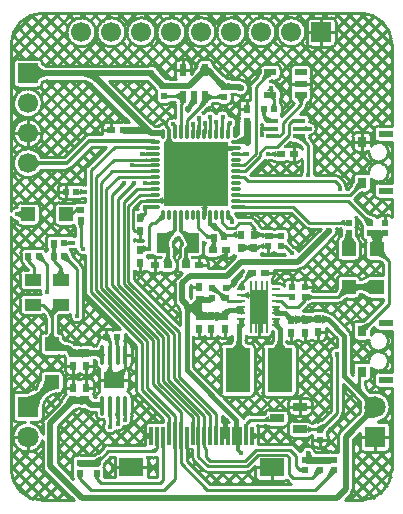
<source format=gtl>
G04 Layer: TopLayer*
G04 EasyEDA Pro v2.1.57.773a98f1.225d47, 2024-05-26 20:13:26*
G04 Gerber Generator version 0.3*
G04 Scale: 100 percent, Rotated: No, Reflected: No*
G04 Dimensions in millimeters*
G04 Leading zeros omitted, absolute positions, 3 integers and 5 decimals*
%FSLAX35Y35*%
%MOMM*%
%AMPolygonMacro1*4,1,28,0.58999,2.2,0.58999,1.42999,0.33,1.42999,0.33,2.2,0.13,2.2,0.13,1.42999,-0.13,1.42999,-0.13,2.2,-0.33,2.2,-0.33,1.42999,-0.58999,1.42999,-0.58999,2.2,-0.78999,2.2,-0.78999,-2.2,-0.58999,-2.2,-0.58999,-1.42999,-0.33,-1.42999,-0.33,-2.2,-0.13,-2.2,-0.13,-1.42999,0.13,-1.42999,0.13,-2.2,0.33,-2.2,0.33,-1.42999,0.58999,-1.42999,0.58999,-2.2,0.78999,-2.2,0.78999,2.2,0.58999,2.2,0*%
%AMOval*1,1,$1,$2,$3*1,1,$1,$4,$5*20,1,$1,$2,$3,$4,$5,0*%
%ADD10C,0.254*%
%ADD11R,1.0X0.41999*%
%ADD12R,1.0X0.41999*%
%ADD13R,1.0X0.6*%
%ADD14R,2.0X1.6*%
%ADD15R,2.0X1.6*%
%ADD16R,0.3040X1.5*%
%ADD17R,0.29997X1.5*%
%ADD18R,0.53086X1.04394*%
%ADD19R,1.69926X1.69926*%
%ADD20C,1.69926*%
%ADD21R,0.54X0.56566*%
%ADD22R,0.54X0.79009*%
%ADD23R,0.54X0.56566*%
%ADD24R,0.54X0.79009*%
%ADD25R,0.56566X0.54*%
%ADD26R,1.39954X1.0*%
%ADD27R,0.56566X0.54*%
%ADD28R,1.2X1.2*%
%ADD29R,0.8001X0.89916*%
%ADD30R,1.19888X0.59944*%
%ADD31C,1.8*%
%ADD32R,1.8X1.8*%
%ADD33R,2.12344X3.82016*%
%ADD34R,0.79009X0.54*%
%ADD35R,0.7X0.25001*%
%ADD36R,0.7X0.25001*%
%ADD37PolygonMacro1*%
%ADD38Oval,0.36401X0.0X-0.649X0.0X0.649*%
%ADD39R,1.75999X1.42499*%
%ADD40R,1.25001X0.7*%
%ADD41R,0.79009X0.54*%
%ADD42R,1.04902X1.69926*%
%ADD43R,1.2X1.2*%
%ADD44O,0.2794X0.89916*%
%ADD45O,0.89916X0.2794*%
%ADD46R,5.4991X5.4991*%
%ADD47R,1.8X1.8*%
%ADD48R,1.7X1.7*%
%ADD49C,1.7*%
%ADD50R,1.2X1.2*%
%ADD51C,0.4*%
%ADD52C,0.6*%
%ADD53C,0.5*%
%ADD54C,0.3*%
G75*

G54D10*

G04 Copper Start*
G01X300000Y-4161646D02*
G02X38354Y-3900000I0J261646D01*
G01Y-1769060D01*
G03X84539Y-1798091I50546J29160D01*
G01Y-1799900D01*
G03X122893Y-1838254I38354J0D01*
G01X242893D01*
G03X281247Y-1799900I0J38354D01*
G01Y-1679900D01*
G03X242893Y-1641546I-38354J0D01*
G01X122893D01*
G03X84539Y-1679900I0J-38354D01*
G01Y-1681709D01*
G03X38354Y-1710740I4361J-58191D01*
G01Y-300000D01*
G02X300000Y-38354I261646J0D01*
G01X3000000D01*
G02X3261646Y-300000I0J-261646D01*
G01Y-991644D01*
G01X3150132D01*
G03X3111778Y-1029998I0J-38354D01*
G01Y-1089942D01*
G03X3150132Y-1128296I38354J0D01*
G01X3261646D01*
G01Y-1471704D01*
G01X3150132D01*
G03X3111778Y-1510058I0J-38354D01*
G01Y-1570002D01*
G03X3150132Y-1608356I38354J0D01*
G01X3261646D01*
G01Y-1765365D01*
G03X3227400Y-1744281I-34246J-17270D01*
G01X3173400D01*
G03X3136900Y-1770854I0J-38354D01*
G03X3100400Y-1744281I-36500J-11781D01*
G01X3093096D01*
G02X3063257Y-1728574I10393J55939D01*
G01X3063210Y-1728527D01*
G01X2944891Y-1610208D01*
G01X2983059Y-1572040D01*
G01X2983106Y-1571993D01*
G02X3012944Y-1556286I40232J-40232D01*
G01X3049929D01*
G03X3088283Y-1517932I0J38354D01*
G01Y-1441188D01*
G03X3149878Y-1468402I61595J56098D01*
G03X3233190Y-1385090I0J83312D01*
G03X3149878Y-1301778I-83312J0D01*
G03X3066566Y-1385090I0J-83312D01*
G03X3067009Y-1393675I83312J0D01*
G03X3049929Y-1389662I-17081J-34341D01*
G01X2969919D01*
G03X2931565Y-1428016I0J-38354D01*
G01Y-1465000D01*
G02X2915858Y-1494839I-55939J10393D01*
G01X2915811Y-1494886D01*
G01X2886951Y-1523746D01*
G01X2877753D01*
G03X2870364Y-1495578I-58353J-254D01*
G03X2855501Y-1462499I-50964J-3022D01*
G01X2817401Y-1424399D01*
G03X2781300Y-1409446I-36101J-36101D01*
G01X2611053D01*
G03X2603754Y-1381439I-58353J-254D01*
G01Y-1156500D01*
G03X2588801Y-1120399I-51054J0D01*
G01X2570267Y-1101866D01*
G01X2570220Y-1101818D01*
G02X2565552Y-1092418I11636J11636D01*
G01Y-1086097D01*
G01Y-1074354D01*
G03X2623754Y-1016000I-152J58354D01*
G03X2565552Y-957646I-58354J0D01*
G01Y-930002D01*
G03X2527198Y-891648I-38354J0D01*
G01X2482553D01*
G01X2528311Y-845891D01*
G03X2543264Y-809790I-36101J36101D01*
G01Y-798335D01*
G03X2580564Y-759996I-1054J38340D01*
G01Y-699996D01*
G03X2576340Y-682498I-38354J0D01*
G03X2580564Y-665000I-34130J17498D01*
G01Y-605000D01*
G03X2576340Y-587502I-38354J0D01*
G03X2580564Y-570004I-34130J17498D01*
G01Y-510004D01*
G03X2542210Y-471650I-38354J0D01*
G01X2442210D01*
G03X2403856Y-510004I0J-38354D01*
G01Y-570004D01*
G03X2408080Y-587502I38354J0D01*
G03X2403856Y-605000I34130J-17498D01*
G01Y-665000D01*
G03X2408080Y-682498I38354J0D01*
G03X2403856Y-699996I34130J-17498D01*
G01Y-759996D01*
G03X2432657Y-797141I38354J0D01*
G01X2325588Y-904210D01*
G03X2323688Y-902262I-28387J-25792D01*
G03X2332419Y-877900I-29623J24362D01*
G01Y-823900D01*
G03X2316950Y-793122I-38354J0D01*
G02X2316836Y-785800I233804J7322D01*
G01Y-776449D01*
G03X2320544Y-759996I-34646J16453D01*
G01Y-699996D01*
G03X2292692Y-663108I-38354J0D01*
G03X2235200Y-614746I-57492J-9992D01*
G03X2232488Y-614809I0J-58354D01*
G02X2250169Y-608358I28074J-49488D01*
G01X2282190D01*
G03X2320544Y-570004I0J38354D01*
G01Y-510004D01*
G03X2282190Y-471650I-38354J0D01*
G01X2182190D01*
G03X2143836Y-510004I0J-38354D01*
G01Y-542680D01*
G02X2130168Y-569824I-47936J7124D01*
G01X2130121Y-569871D01*
G01X2072099Y-627893D01*
G03X2057146Y-663994I36101J-36101D01*
G01Y-769333D01*
G01X2005000D01*
G03X1966646Y-807687I0J-38354D01*
G01Y-886696D01*
G03X1969702Y-901700I38354J0D01*
G03X1966646Y-916704I35298J-15004D01*
G01Y-936181D01*
G03X1963646Y-956208I65354J-20027D01*
G01Y-1059721D01*
G01X1933697Y-1074994D01*
G01X1927406D01*
G01Y-1026480D01*
G03X1926136Y-1015022I-52324J0D01*
G01Y-1012743D01*
G03X1950654Y-965200I-33836J47543D01*
G03X1892300Y-906846I-58354J0D01*
G03X1886698Y-907116I0J-58354D01*
G03X1828800Y-856046I-57898J-7284D01*
G03X1776884Y-887756I0J-58354D01*
G03X1724968Y-856046I-51916J-26644D01*
G03X1671488Y-891052I0J-58354D01*
G03X1660267Y-880160I-45888J-36048D01*
G01X1684313Y-856113D01*
G01X1684360Y-856066D01*
G02X1701462Y-840359I193294J-193293D01*
G01X1709039D01*
G03X1747393Y-802005I0J38354D01*
G01Y-800862D01*
G01X1776400D01*
G02X1786137Y-801065I-0J-233918D01*
G03X1814500Y-813600I28362J25819D01*
G01X1868500D01*
G03X1906854Y-775246I0J38354D01*
G01Y-724573D01*
G02X1935349Y-723794I36646J-819162D01*
G03X1981200Y-741454I45851J50694D01*
G03X2049554Y-673100I0J68354D01*
G03X2006194Y-609479I-68354J0D01*
G03X1968500Y-597046I-37694J-50921D01*
G01X1943500D01*
G02X1871852Y-593910I0J819981D01*
G03X1869288Y-593771I-3351J-38207D01*
G02X1822660Y-551964I360137J448572D01*
G01X1822645Y-551949D01*
G01X1747393Y-476697D01*
G01Y-467995D01*
G03X1709039Y-429641I-38354J0D01*
G01X1655953D01*
G03X1618526Y-459612I0J-38354D01*
G02X1575800Y-537292I-155158J34752D01*
G01X1575785Y-537307D01*
G01X1557401Y-555691D01*
G01Y-467995D01*
G03X1519047Y-429641I-38354J0D01*
G01X1465961D01*
G03X1427607Y-467995I0J-38354D01*
G01Y-572389D01*
G03X1432920Y-591864I38354J0D01*
G01X1376026D01*
G03X1360500Y-588581I-15526J-35071D01*
G01X1351278D01*
G01X1311172Y-548476D01*
G01X1311157Y-548461D01*
G01X1311128Y-548432D01*
G01X1309504Y-546808D01*
G01X1309478Y-546782D01*
G01X1309464Y-546768D01*
G01X1290140Y-527444D01*
G03X1224382Y-477746I-65759J-18656D01*
G03X1198720Y-482746I0J-68354D01*
G01X711200D01*
G01X339963D01*
G02X303317Y-468893I0J55396D01*
G01Y-461137D01*
G03X264963Y-422783I-38354J0D01*
G01X95037D01*
G03X56683Y-461137I0J-38354D01*
G01Y-631063D01*
G03X95037Y-669417I38354J0D01*
G01X264963D01*
G03X303317Y-631063I0J38354D01*
G01Y-623307D01*
G02X339963Y-609454I36646J-41543D01*
G01X635587D01*
G01X639225Y-609570D01*
G01X642517Y-609870D01*
G01X647893Y-610686D01*
G01X653530Y-611894D01*
G01X661421Y-614080D01*
G01X669595Y-616866D01*
G01X677886Y-620188D01*
G01X688015Y-624889D01*
G01X697747Y-630090D01*
G01X706952Y-635701D01*
G01X713790Y-640402D01*
G01X719987Y-645182D01*
G01X724176Y-648804D01*
G01X727072Y-651568D01*
G01X1035850Y-960346D01*
G01X994308D01*
G03X974281Y-963346I0J-68354D01*
G01X954804D01*
G03X939800Y-966402I0J-38354D01*
G03X924796Y-963346I-15004J-35298D01*
G01X845787D01*
G03X807433Y-1001700I0J-38354D01*
G01Y-1055700D01*
G03X808397Y-1064246I38354J0D01*
G01X698500D01*
G03X660773Y-1079873I0J-53354D01*
G01X485900Y-1254746D01*
G01X296288D01*
G01X293144Y-1254645D01*
G01X293036Y-1254635D01*
G01X292578Y-1254023D01*
G01X285375Y-1243175D01*
G01X284601Y-1242052D01*
G01X279965Y-1235582D01*
G01X278572Y-1233756D01*
G01X274957Y-1229301D01*
G01X273411Y-1227510D01*
G01X271712Y-1225662D01*
G03X269856Y-1223643I-91712J-82438D01*
G01X269250Y-1222984D01*
G01X267646Y-1221341D01*
G01X267376Y-1221080D01*
G03X263735Y-1217571I-87376J-87020D01*
G01X263096Y-1216984D01*
G01X263083Y-1216972D01*
G01X261589Y-1215632D01*
G01X261544Y-1215593D01*
G03X180000Y-1184783I-81544J-92507D01*
G03X56683Y-1308100I0J-123317D01*
G03X180000Y-1431417I123317J0D01*
G03X261544Y-1400607I0J123317D01*
G01X261589Y-1400568D01*
G03X266020Y-1396461I-81589J92468D01*
G01X267457Y-1395050D01*
G01X267921Y-1394569D01*
G01X269436Y-1393001D01*
G01X270750Y-1391641D01*
G01X272221Y-1390030D01*
G01X276095Y-1385535D01*
G01X277600Y-1383674D01*
G01X281763Y-1378185D01*
G01X283109Y-1376295D01*
G01X291006Y-1364460D01*
G01X293019Y-1361583D01*
G01X295236Y-1361461D01*
G01X295873Y-1361454D01*
G01X508000D01*
G03X545727Y-1345827I0J53354D01*
G01X720600Y-1170954D01*
G01X839645D01*
G01X679939Y-1330659D01*
G03X664986Y-1366760I36101J-36101D01*
G01Y-1491227D01*
G03X660400Y-1491046I-4586J-58173D01*
G03X643083Y-1493675I0J-58354D01*
G01X642900Y-1493518D01*
G03X617665Y-1484046I-25236J-28882D01*
G01X617664D01*
G01X561099D01*
G03X546100Y-1487100I0J-38354D01*
G03X531101Y-1484046I-14999J-35300D01*
G01X474536D01*
G03X436182Y-1522400I0J-38354D01*
G01Y-1576400D01*
G03X474536Y-1614754I38354J0D01*
G01X531101D01*
G03X546100Y-1611700I0J38354D01*
G03X561099Y-1614754I14999J35300D01*
G01X617664D01*
G01X617665D01*
G03X642900Y-1605282I0J38354D01*
G01X643083Y-1605125D01*
G03X660400Y-1607754I17317J55725D01*
G03X664986Y-1607573I0J58354D01*
G01Y-1636043D01*
G03X656819Y-1635163I-8167J-37474D01*
G01X602818D01*
G03X577715Y-1644520I0J-38354D01*
G03X562907Y-1641546I-14808J-35380D01*
G01X442907D01*
G03X404553Y-1679900I0J-38354D01*
G01Y-1799900D01*
G03X442907Y-1838254I38354J0D01*
G01X562907D01*
G03X570611Y-1837472I0J38354D01*
G03X573936Y-1841882I32207J20826D01*
G02X578764Y-1854746I-14723J-12864D01*
G01Y-1926367D01*
G03X558800Y-1922846I-19964J-54833D01*
G03X541480Y-1925476I0J-58354D01*
G03X516065Y-1915846I-25416J-28724D01*
G01X516064D01*
G01X459499D01*
G03X444500Y-1918900I0J-38354D01*
G03X429501Y-1915846I-14999J-35300D01*
G01X372936D01*
G03X334582Y-1954200I0J-38354D01*
G01Y-2008200D01*
G03X345574Y-2035078I38354J0D01*
G02X348410Y-2039012I-11424J-11223D01*
G03X336550Y-2056370I24526J-29488D01*
G03X300165Y-2030146I-36385J-12129D01*
G01X300164D01*
G01X243599D01*
G03X228600Y-2033200I0J-38354D01*
G03X213601Y-2030146I-14999J-35300D01*
G01X157036D01*
G03X118682Y-2068500I0J-38354D01*
G01Y-2122500D01*
G03X136377Y-2154815I38354J0D01*
G03X149218Y-2176381I48941J14535D01*
G01X177546Y-2204709D01*
G01Y-2208781D01*
G01X149577D01*
G03X111223Y-2247135I0J-38354D01*
G01Y-2347135D01*
G03X149577Y-2385489I38354J0D01*
G01X286457D01*
G03X284546Y-2400300I56443J-14811D01*
G03X287569Y-2418839I58354J0D01*
G01X149577D01*
G03X111223Y-2457193I0J-38354D01*
G01Y-2557193D01*
G03X149577Y-2595547I38354J0D01*
G01X289531D01*
G03X313999Y-2586729I0J38354D01*
G01X317397Y-2590127D01*
G01X318108Y-2590900D01*
G01X318719Y-2591667D01*
G01X319520Y-2592802D01*
G01X321362Y-2595783D01*
G01X323213Y-2599242D01*
G01X325025Y-2603130D01*
G01X326666Y-2607192D01*
G01X328033Y-2611163D01*
G01X329044Y-2614756D01*
G01X329711Y-2617904D01*
G01X329865Y-2618975D01*
G01X329945Y-2619980D01*
G01X329946Y-2620041D01*
G01Y-2742296D01*
G01X323839D01*
G03X285485Y-2780650I0J-38354D01*
G01Y-2900650D01*
G03X323839Y-2939004I38354J0D01*
G01X443838D01*
G03X449832Y-2938532I0J38354D01*
G01X490351D01*
G02X497377Y-2960794I-64618J-32632D01*
G03X500037Y-2970303I37958J5494D01*
G03X496981Y-2985307I35298J-15004D01*
G01Y-3064316D01*
G03X535335Y-3102670I38354J0D01*
G01X589335D01*
G03X619485Y-3088023I0J38354D01*
G03X649635Y-3102670I30150J23707D01*
G01X703635D01*
G03X741989Y-3064316I0J38354D01*
G01Y-2985307D01*
G03X741547Y-2979496I-38354J0D01*
G02X752307Y-2979151I11713J-197419D01*
G01X752478Y-2979236D01*
G01X752831Y-2979450D01*
G01X753225Y-2979738D01*
G01X753604Y-2980069D01*
G01X753869Y-2980343D01*
G01Y-2998888D01*
G03X790148Y-3051683I56554J0D01*
G03X781581Y-3075845I29786J-24162D01*
G01Y-3218344D01*
G03X790148Y-3242506I38354J0D01*
G03X754173Y-3289446I20275J-52795D01*
G01X741989D01*
G01Y-3277407D01*
G03X738933Y-3262403I-38354J0D01*
G03X741989Y-3247400I-35298J15004D01*
G01Y-3168390D01*
G03X703635Y-3130036I-38354J0D01*
G01X649635D01*
G03X619485Y-3144683I0J-38354D01*
G03X589335Y-3130036I-30150J-23707D01*
G01X535335D01*
G03X496981Y-3168390I0J-38354D01*
G01Y-3247400D01*
G03X500037Y-3262403I38354J0D01*
G01X499163Y-3264655D01*
G02X455182Y-3334469I-175759J61963D01*
G01X455167Y-3334484D01*
G01X358872Y-3430779D01*
G01X358833Y-3430818D01*
G01X323502Y-3466149D01*
G03X304946Y-3510947I44798J-44798D01*
G01Y-3597621D01*
G03X206225Y-3501354I-124946J-29380D01*
G01X270000D01*
G03X308354Y-3463000I0J38354D01*
G01Y-3374271D01*
G02X346049Y-3296713I147261J-23634D01*
G02X423606Y-3259018I101192J-109566D01*
G01X443838D01*
G03X482192Y-3220664I0J38354D01*
G01Y-3100664D01*
G03X443838Y-3062310I-38354J0D01*
G01X323839D01*
G03X285485Y-3100664I0J-38354D01*
G01Y-3137891D01*
G02X251783Y-3210945I-147261J23634D01*
G02X178729Y-3244646I-96688J113560D01*
G01X90000D01*
G03X51646Y-3283000I0J-38354D01*
G01Y-3463000D01*
G03X90000Y-3501354I38354J0D01*
G01X153775D01*
G03X51646Y-3627000I26225J-125646D01*
G03X180000Y-3755354I128354J0D01*
G03X304946Y-3656380I0J128354D01*
G01Y-3873500D01*
G03X323502Y-3918298I63354J0D01*
G01X566850Y-4161646D01*
G01X300000D01*
G01X3149878Y-1298222D02*
G03X3233190Y-1214910I0J83312D01*
G03X3149878Y-1131598I-83312J0D01*
G03X3088283Y-1158812I0J-83312D01*
G01Y-1082068D01*
G03X3049929Y-1043714I-38354J0D01*
G01X2969919D01*
G03X2931565Y-1082068I0J-38354D01*
G01Y-1171984D01*
G03X2969919Y-1210338I38354J0D01*
G01X3049929D01*
G03X3067009Y-1206325I0J38354D01*
G03X3066566Y-1214910I82868J-8585D01*
G03X3149878Y-1298222I83312J0D01*
G01X2542646Y-285000D02*
G03X2581000Y-323354I38354J0D01*
G01X2751000D01*
G03X2789354Y-285000I0J38354D01*
G01Y-115000D01*
G03X2751000Y-76646I-38354J0D01*
G01X2581000D01*
G03X2542646Y-115000I0J-38354D01*
G01Y-285000D01*
G01X1396000Y-323354D02*
G03X1519354Y-200000I0J123354D01*
G03X1396000Y-76646I-123354J0D01*
G03X1272646Y-200000I0J-123354D01*
G03X1396000Y-323354I123354J0D01*
G01X1142000Y-323354D02*
G03X1265354Y-200000I0J123354D01*
G03X1142000Y-76646I-123354J0D01*
G03X1018646Y-200000I0J-123354D01*
G03X1142000Y-323354I123354J0D01*
G01X888000Y-323354D02*
G03X1011354Y-200000I0J123354D01*
G03X888000Y-76646I-123354J0D01*
G03X764646Y-200000I0J-123354D01*
G03X888000Y-323354I123354J0D01*
G01X634000Y-323354D02*
G03X757354Y-200000I0J123354D01*
G03X634000Y-76646I-123354J0D01*
G03X510646Y-200000I0J-123354D01*
G03X634000Y-323354I123354J0D01*
G01X1650000Y-323354D02*
G03X1773354Y-200000I0J123354D01*
G03X1650000Y-76646I-123354J0D01*
G03X1526646Y-200000I0J-123354D01*
G03X1650000Y-323354I123354J0D01*
G01X2158000Y-323354D02*
G03X2281354Y-200000I0J123354D01*
G03X2158000Y-76646I-123354J0D01*
G03X2034646Y-200000I0J-123354D01*
G03X2158000Y-323354I123354J0D01*
G01X2412000Y-323354D02*
G03X2535354Y-200000I0J123354D01*
G03X2412000Y-76646I-123354J0D01*
G03X2288646Y-200000I0J-123354D01*
G03X2412000Y-323354I123354J0D01*
G01X1780646Y-200000D02*
G03X1904000Y-323354I123354J0D01*
G03X2027354Y-200000I0J123354D01*
G03X1904000Y-76646I-123354J0D01*
G03X1780646Y-200000I0J-123354D01*
G01X56683Y-1054100D02*
G03X180000Y-1177417I123317J0D01*
G03X303317Y-1054100I0J123317D01*
G03X180000Y-930783I-123317J0D01*
G03X56683Y-1054100I0J-123317D01*
G01X56683Y-800100D02*
G03X180000Y-923417I123317J0D01*
G03X303317Y-800100I0J123317D01*
G03X180000Y-676783I-123317J0D01*
G03X56683Y-800100I0J-123317D01*
G01X3254766Y-1755763D02*
G01X3261646Y-1748883D01*
G01X3135528Y-1767238D02*
G01X3141655Y-1761112D01*
G01X3151876Y-1750890D02*
G01X3261646Y-1641120D01*
G01X3064874Y-1730129D02*
G01X3186647Y-1608356D01*
G01X525594Y-4161646D02*
G01X546222Y-4141018D01*
G01X3010961Y-1676279D02*
G01X3112121Y-1575119D01*
G01X3215536Y-1471704D02*
G01X3261646Y-1425594D01*
G01X417831Y-4161646D02*
G01X492341Y-4087137D01*
G01X2957080Y-1622397D02*
G01X3023191Y-1556286D01*
G01X3088283Y-1491194D02*
G01X3117587Y-1461890D01*
G01X3226678Y-1352799D02*
G01X3261646Y-1317831D01*
G01X310068Y-4161646D02*
G01X438459Y-4033255D01*
G01X3167952Y-1303762D02*
G01X3178599Y-1293115D01*
G01X3228082Y-1243632D02*
G01X3261646Y-1210068D01*
G01X216116Y-4147835D02*
G01X384577Y-3979373D01*
G01X2870221Y-1493730D02*
G01X2931565Y-1432386D01*
G01X2974289Y-1389662D02*
G01X3090550Y-1273400D01*
G01X3208368Y-1155582D02*
G01X3235655Y-1128296D01*
G01X145228Y-4110960D02*
G01X330696Y-3925492D01*
G01X2824595Y-1431593D02*
G01X3045850Y-1210338D01*
G01X3118424Y-1137764D02*
G01X3132293Y-1123895D01*
G01X91007Y-4057418D02*
G01X304946Y-3843479D01*
G01X2738979Y-1409446D02*
G01X2946256Y-1202169D01*
G01X3083989Y-1064435D02*
G01X3111778Y-1036647D01*
G01X3156781Y-991644D02*
G01X3261646Y-886779D01*
G01X53351Y-3987310D02*
G01X304946Y-3735716D01*
G01X751216Y-3289446D02*
G01X754635Y-3286027D01*
G01X2631216Y-1409446D02*
G01X2931565Y-1109097D01*
G01X2996948Y-1043714D02*
G01X3261646Y-779016D01*
G01X38354Y-3894545D02*
G01X177568Y-3755331D01*
G01X741989Y-3190909D02*
G01X781581Y-3151318D01*
G01X2603754Y-1329145D02*
G01X3261646Y-671253D01*
G01X38354Y-3786782D02*
G01X98762Y-3726374D01*
G01X279373Y-3545762D02*
G01X304946Y-3520189D01*
G01X695099Y-3130036D02*
G01X779136Y-3045999D01*
G01X2603754Y-1221382D02*
G01X3261646Y-563490D01*
G01X38354Y-3679018D02*
G01X56262Y-3661111D01*
G01X214111Y-3503262D02*
G01X216019Y-3501354D01*
G01X308354Y-3409019D02*
G01X464215Y-3253158D01*
G01X476332Y-3241041D02*
G01X496981Y-3220392D01*
G01X587336Y-3130036D02*
G01X624279Y-3093093D01*
G01X2592655Y-1124718D02*
G01X3261646Y-455726D01*
G01X38354Y-3571255D02*
G01X108255Y-3501354D01*
G01X482192Y-3127417D02*
G01X513655Y-3095955D01*
G01X2618282Y-991328D02*
G01X3261646Y-347963D01*
G01X38354Y-3463492D02*
G01X51646Y-3450200D01*
G01X439536Y-3062310D02*
G01X496981Y-3004865D01*
G01X2565552Y-936294D02*
G01X3255984Y-245862D01*
G01X38354Y-3355729D02*
G01X51646Y-3342437D01*
G01X149437Y-3244646D02*
G01X285485Y-3108599D01*
G01X331773Y-3062310D02*
G01X455551Y-2938532D01*
G01X2502435Y-891648D02*
G01X3225973Y-168110D01*
G01X38354Y-3247966D02*
G01X347317Y-2939004D01*
G01X2580564Y-705756D02*
G01X3178045Y-108275D01*
G01X38354Y-3140203D02*
G01X285485Y-2893073D01*
G01X2332419Y-846139D02*
G01X2405979Y-772578D01*
G01X2580016Y-598541D02*
G01X3114042Y-64515D01*
G01X38354Y-3032440D02*
G01X285485Y-2785309D01*
G01X328498Y-2742296D02*
G01X329946Y-2740848D01*
G01X2320544Y-750250D02*
G01X2403903Y-666891D01*
G01X2576979Y-493815D02*
G01X2747440Y-323354D01*
G01X2789354Y-281440D02*
G01X3030640Y-40154D01*
G01X38354Y-2924677D02*
G01X329946Y-2633085D01*
G01X1927406Y-1035625D02*
G01X1963646Y-999385D01*
G01X2297985Y-665046D02*
G01X2403856Y-559175D01*
G01X2491381Y-471650D02*
G01X2639677Y-323354D01*
G01X2789354Y-173677D02*
G01X2924677Y-38354D01*
G01X38354Y-2816914D02*
G01X259721Y-2595547D01*
G01X1932431Y-922837D02*
G01X1966692Y-888576D01*
G01X2240299Y-614969D02*
G01X2245962Y-609306D01*
G01X2320544Y-534724D02*
G01X2549050Y-306218D01*
G01X2772218Y-83050D02*
G01X2816914Y-38354D01*
G01X38354Y-2709151D02*
G01X151958Y-2595547D01*
G01X1872159Y-875346D02*
G01X2014983Y-732522D01*
G01X2040622Y-706883D02*
G01X2057146Y-690359D01*
G01X2275855Y-471650D02*
G01X2424819Y-322686D01*
G01X2534686Y-212819D02*
G01X2542646Y-204859D01*
G01X2670859Y-76646D02*
G01X2709151Y-38354D01*
G01X38354Y-2601388D02*
G01X111223Y-2528519D01*
G01X220902Y-2418839D02*
G01X254252Y-2385489D01*
G01X1766417Y-873325D02*
G01X1826142Y-813600D01*
G01X1906854Y-732888D02*
G01X1915510Y-724232D01*
G01X2021703Y-618039D02*
G01X2149058Y-490684D01*
G01X2162870Y-476871D02*
G01X2339756Y-299985D01*
G01X2511985Y-127757D02*
G01X2601388Y-38354D01*
G01X38354Y-2493625D02*
G01X146605Y-2385374D01*
G01X1934977Y-597002D02*
G01X2238590Y-293389D01*
G01X2251388Y-280590D02*
G01X2294483Y-237496D01*
G01X2449496Y-82483D02*
G01X2493625Y-38354D01*
G01X38354Y-2385862D02*
G01X111223Y-2312992D01*
G01X508370Y-1915846D02*
G01X577180Y-1847036D01*
G01X1848212Y-576003D02*
G01X2110411Y-313805D01*
G01X2271804Y-152411D02*
G01X2385862Y-38354D01*
G01X38354Y-2278099D02*
G01X144936Y-2171517D01*
G01X286307Y-2030146D02*
G01X334582Y-1981871D01*
G01X400607Y-1915846D02*
G01X478199Y-1838254D01*
G01X1793574Y-522878D02*
G01X2052512Y-263941D01*
G01X2221941Y-94512D02*
G01X2278099Y-38354D01*
G01X38354Y-2170335D02*
G01X118682Y-2090008D01*
G01X178544Y-2030146D02*
G01X404765Y-1803924D01*
G01X566932Y-1641758D02*
G01X593935Y-1614754D01*
G01X1746889Y-461800D02*
G01X1886573Y-322117D01*
G01X2026117Y-182573D02*
G01X2038237Y-170452D01*
G01X2128452Y-80238D02*
G01X2170335Y-38354D01*
G01X38354Y-2062572D02*
G01X404553Y-1696373D01*
G01X459380Y-1641546D02*
G01X486172Y-1614754D01*
G01X616881Y-1484046D02*
G01X664986Y-1435940D01*
G01X1557401Y-543525D02*
G01X1606197Y-494729D01*
G01X1671285Y-429641D02*
G01X1815252Y-285674D01*
G01X1989674Y-111252D02*
G01X2062572Y-38354D01*
G01X38354Y-1954809D02*
G01X154909Y-1838254D01*
G01X281247Y-1711917D02*
G01X436182Y-1556982D01*
G01X509117Y-1484046D02*
G01X822209Y-1170954D01*
G01X1032817Y-960346D02*
G01X1034334Y-958830D01*
G01X1401299Y-591864D02*
G01X1427607Y-565556D01*
G01X1549055Y-444109D02*
G01X1671740Y-321423D01*
G01X1771423Y-221740D02*
G01X1781225Y-211938D01*
G01X1915938Y-77225D02*
G01X1954809Y-38354D01*
G01X38354Y-1847046D02*
G01X84551Y-1800850D01*
G01X243842Y-1641558D02*
G01X527727Y-1357673D01*
G01X922054Y-963346D02*
G01X980452Y-904948D01*
G01X1324048Y-561352D02*
G01X1429596Y-455804D01*
G01X1453770Y-431630D02*
G01X1582291Y-303110D01*
G01X1753110Y-132291D02*
G01X1847046Y-38354D01*
G01X136091Y-1641546D02*
G01X416183Y-1361454D01*
G01X713391Y-1064246D02*
G01X926571Y-851067D01*
G01X1276160Y-501477D02*
G01X1534452Y-243185D01*
G01X1693185Y-84452D02*
G01X1739283Y-38354D01*
G01X38354Y-1631520D02*
G01X308420Y-1361454D01*
G01X415128Y-1254746D02*
G01X872689Y-797185D01*
G01X1187128Y-482746D02*
G01X1353920Y-315954D01*
G01X1511954Y-157920D02*
G01X1631520Y-38354D01*
G01X38354Y-1523757D02*
G01X138049Y-1424062D01*
G01X307365Y-1254746D02*
G01X818807Y-743304D01*
G01X1079365Y-482746D02*
G01X1293493Y-268618D01*
G01X1464618Y-97493D02*
G01X1523757Y-38354D01*
G01X38354Y-1415994D02*
G01X77574Y-1376774D01*
G01X248674Y-1205674D02*
G01X764926Y-689422D01*
G01X971602Y-482746D02*
G01X1131446Y-322902D01*
G01X1264902Y-189446D02*
G01X1274265Y-180083D01*
G01X1376083Y-78265D02*
G01X1415994Y-38354D01*
G01X38354Y-1308231D02*
G01X58282Y-1288302D01*
G01X160202Y-1186383D02*
G01X169607Y-1176978D01*
G01X302878Y-1043707D02*
G01X709282Y-637303D01*
G01X863839Y-482746D02*
G01X1057098Y-289487D01*
G01X1231487Y-115098D02*
G01X1308231Y-38354D01*
G01X38354Y-1200468D02*
G01X95195Y-1143627D01*
G01X269527Y-969295D02*
G01X629368Y-609454D01*
G01X756076Y-482746D02*
G01X919578Y-319243D01*
G01X1007243Y-231578D02*
G01X1020078Y-218743D01*
G01X1160743Y-78079D02*
G01X1200468Y-38354D01*
G01X38354Y-1092705D02*
G01X58129Y-1072930D01*
G01X198830Y-932229D02*
G01X211817Y-919242D01*
G01X299142Y-831917D02*
G01X521605Y-609454D01*
G01X648313Y-482746D02*
G01X825004Y-306055D01*
G01X994055Y-137004D02*
G01X1092705Y-38354D01*
G01X38354Y-984942D02*
G01X117117Y-906179D01*
G01X286079Y-737217D02*
G01X413842Y-609454D01*
G01X540550Y-482746D02*
G01X774645Y-248650D01*
G01X936650Y-86645D02*
G01X984942Y-38354D01*
G01X38354Y-877179D02*
G01X66714Y-848818D01*
G01X228718Y-686814D02*
G01X246116Y-669417D01*
G01X432787Y-482746D02*
G01X597655Y-317878D01*
G01X751878Y-163655D02*
G01X788658Y-126874D01*
G01X814874Y-100658D02*
G01X877179Y-38354D01*
G01X38354Y-769415D02*
G01X80452Y-727318D01*
G01X107217Y-700552D02*
G01X138352Y-669417D01*
G01X326648Y-481122D02*
G01X534652Y-273117D01*
G01X707117Y-100652D02*
G01X769415Y-38354D01*
G01X38354Y-661652D02*
G01X58214Y-641792D01*
G01X275692Y-424314D02*
G01X511151Y-188856D01*
G01X622856Y-77151D02*
G01X661652Y-38354D01*
G01X38354Y-553889D02*
G01X56683Y-535560D01*
G01X169460Y-422783D02*
G01X553889Y-38354D01*
G01X38354Y-446126D02*
G01X446126Y-38354D01*
G01X38354Y-338363D02*
G01X338363Y-38354D01*
G01X51824Y-217130D02*
G01X217130Y-51824D01*
G01X3216723Y-153406D02*
G01X3146594Y-83277D01*
G01X3261646Y-306092D02*
G01X2993908Y-38354D01*
G01X3261646Y-413855D02*
G01X2886145Y-38354D01*
G01X3261646Y-521618D02*
G01X2778382Y-38354D01*
G01X3261646Y-629381D02*
G01X2789354Y-157089D01*
G01X2708911Y-76646D02*
G01X2670619Y-38354D01*
G01X3261646Y-737144D02*
G01X2789354Y-264852D01*
G01X2601148Y-76646D02*
G01X2562856Y-38354D01*
G01X3261646Y-844907D02*
G01X2740092Y-323354D01*
G01X2542646Y-125908D02*
G01X2455093Y-38354D01*
G01X3261646Y-952671D02*
G01X2632329Y-323354D01*
G01X2542646Y-233671D02*
G01X2532993Y-224018D01*
G01X2387982Y-79007D02*
G01X2347329Y-38354D01*
G01X3192856Y-991644D02*
G01X2493664Y-292451D01*
G01X2319549Y-118336D02*
G01X2239566Y-38354D01*
G01X3261646Y-1168197D02*
G01X3221745Y-1128296D01*
G01X3113178Y-1019729D02*
G01X2416713Y-323264D01*
G01X2288736Y-195287D02*
G01X2280692Y-187243D01*
G01X2170757Y-77308D02*
G01X2131803Y-38354D01*
G01X3261646Y-1275960D02*
G01X3228410Y-1242724D01*
G01X3122064Y-1136378D02*
G01X3088283Y-1102597D01*
G01X3029400Y-1043714D02*
G01X2578614Y-592928D01*
G01X2457336Y-471650D02*
G01X2257962Y-272276D01*
G01X2085724Y-100038D02*
G01X2024040Y-38354D01*
G01X3261646Y-1383723D02*
G01X3222894Y-1344971D01*
G01X3189997Y-1312074D02*
G01X3172901Y-1294978D01*
G01X2938293Y-1060370D02*
G01X2580564Y-702641D01*
G01X2403856Y-525933D02*
G01X2195454Y-317530D01*
G01X2040470Y-162546D02*
G01X1997726Y-119803D01*
G01X1984197Y-106274D02*
G01X1916277Y-38354D01*
G01X3241864Y-1471704D02*
G01X3211413Y-1441253D01*
G01X3093715Y-1323555D02*
G01X2980498Y-1210338D01*
G01X2931565Y-1161405D02*
G01X2562625Y-792465D01*
G01X2403856Y-633696D02*
G01X2320544Y-550384D01*
G01X2241810Y-471650D02*
G01X2017788Y-247628D01*
G01X1856372Y-86212D02*
G01X1808514Y-38354D01*
G01X3136576Y-1474179D02*
G01X3127828Y-1465431D01*
G01X3052122Y-1389725D02*
G01X2518299Y-855902D01*
G01X2403856Y-741459D02*
G01X2270755Y-608358D01*
G01X2150621Y-488224D02*
G01X1967906Y-305509D01*
G01X1798491Y-136094D02*
G01X1700751Y-38354D01*
G01X3261646Y-1707012D02*
G01X3162990Y-1608356D01*
G01X3111778Y-1557144D02*
G01X3085893Y-1531259D01*
G01X2949922Y-1395288D02*
G01X2609196Y-1054562D01*
G01X2392216Y-837582D02*
G01X2320145Y-765511D01*
G01X2127313Y-572679D02*
G01X1874379Y-319745D01*
G01X1784256Y-229622D02*
G01X1772110Y-217476D01*
G01X1632524Y-77890D02*
G01X1592988Y-38354D01*
G01X3191152Y-1744281D02*
G01X3005176Y-1558305D01*
G01X2926651Y-1479780D02*
G01X2603754Y-1156883D01*
G01X2338335Y-891464D02*
G01X2331774Y-884903D01*
G01X2073432Y-626561D02*
G01X1735646Y-288775D01*
G01X1561225Y-114354D02*
G01X1485225Y-38354D01*
G01X3078627Y-1739520D02*
G01X2947103Y-1607996D01*
G01X2748554Y-1409446D02*
G01X2603754Y-1264646D01*
G01X2057146Y-718038D02*
G01X2042483Y-703376D01*
G01X1936121Y-597013D02*
G01X1661888Y-322780D01*
G01X1527220Y-188113D02*
G01X1517435Y-178327D01*
G01X1417673Y-78565D02*
G01X1377462Y-38354D01*
G01X2640791Y-1409446D02*
G01X2603754Y-1372409D01*
G01X2000898Y-769553D02*
G01X1972204Y-740859D01*
G01X1660986Y-429641D02*
G01X1499088Y-267743D01*
G01X1328257Y-96912D02*
G01X1269699Y-38354D01*
G01X1966646Y-843064D02*
G01X1906149Y-782567D01*
G01X1609980Y-486398D02*
G01X1439144Y-315563D01*
G01X1280437Y-156856D02*
G01X1161936Y-38354D01*
G01X1964107Y-948288D02*
G01X1829419Y-813600D01*
G01X1564455Y-548637D02*
G01X1557401Y-541582D01*
G01X1449278Y-433459D02*
G01X1257940Y-242121D01*
G01X1099879Y-84060D02*
G01X1054173Y-38354D01*
G01X1963646Y-1055591D02*
G01X1926837Y-1018781D01*
G01X1784487Y-876432D02*
G01X1736665Y-828610D01*
G01X1427607Y-519551D02*
G01X1210585Y-302529D01*
G01X1039471Y-131415D02*
G01X946410Y-38354D01*
G01X1678889Y-878596D02*
G01X1670359Y-870067D01*
G01X1392157Y-591864D02*
G01X1122017Y-321725D01*
G01X1020276Y-219983D02*
G01X1010897Y-210605D01*
G01X877395Y-77103D02*
G01X838646Y-38354D01*
G01X1175275Y-482746D02*
G01X977460Y-284930D01*
G01X803070Y-110540D02*
G01X730883Y-38354D01*
G01X1067512Y-482746D02*
G01X906695Y-321929D01*
G01X766071Y-181305D02*
G01X753263Y-168497D01*
G01X665503Y-80737D02*
G01X623120Y-38354D01*
G01X959749Y-482746D02*
G01X740034Y-263031D01*
G01X570969Y-93966D02*
G01X515357Y-38354D01*
G01X851986Y-482746D02*
G01X682612Y-313372D01*
G01X520629Y-151388D02*
G01X407594Y-38354D01*
G01X744223Y-482746D02*
G01X560663Y-299186D01*
G01X534814Y-273337D02*
G01X299831Y-38354D01*
G01X636460Y-482746D02*
G01X208565Y-54851D01*
G01X1006297Y-960346D02*
G01X659499Y-613548D01*
G01X528697Y-482746D02*
G01X139396Y-93445D01*
G01X901534Y-963346D02*
G01X547642Y-609454D01*
G01X420934Y-482746D02*
G01X86682Y-148494D01*
G01X812710Y-982285D02*
G01X439879Y-609454D01*
G01X253208Y-422783D02*
G01X50773Y-220348D01*
G01X786908Y-1064246D02*
G01X332606Y-609945D01*
G01X145445Y-422783D02*
G01X38354Y-315692D01*
G01X812749Y-1197850D02*
G01X785853Y-1170954D01*
G01X681819Y-1066921D02*
G01X280864Y-665965D01*
G01X60134Y-445236D02*
G01X38354Y-423455D01*
G01X758867Y-1251732D02*
G01X699345Y-1192209D01*
G01X623891Y-1116755D02*
G01X303253Y-796117D01*
G01X183983Y-676847D02*
G01X176553Y-669417D01*
G01X56683Y-549547D02*
G01X38354Y-531218D01*
G01X704986Y-1305613D02*
G01X645463Y-1246091D01*
G01X570009Y-1170637D02*
G01X276389Y-877017D01*
G01X103083Y-703711D02*
G01X38354Y-638982D01*
G01X664986Y-1373377D02*
G01X591582Y-1299972D01*
G01X516128Y-1224518D02*
G01X290032Y-998423D01*
G01X235677Y-944067D02*
G01X211053Y-919443D01*
G01X60657Y-769047D02*
G01X38354Y-746745D01*
G01X664986Y-1481140D02*
G01X536836Y-1352990D01*
G01X438592Y-1254746D02*
G01X291217Y-1107371D01*
G01X126729Y-942883D02*
G01X38354Y-854508D01*
G01X560141Y-1484058D02*
G01X437537Y-1361454D01*
G01X330829Y-1254746D02*
G01X238657Y-1162573D01*
G01X71527Y-995443D02*
G01X38354Y-962271D01*
G01X603483Y-1635163D02*
G01X583074Y-1614754D01*
G01X456743Y-1488423D02*
G01X329774Y-1361454D01*
G01X155551Y-1187231D02*
G01X138569Y-1170249D01*
G01X63851Y-1095531D02*
G01X38354Y-1070034D01*
G01X502103Y-1641546D02*
G01X475311Y-1614754D01*
G01X436182Y-1575624D02*
G01X261342Y-1400785D01*
G01X87315Y-1226758D02*
G01X38354Y-1177797D01*
G01X411166Y-1658371D02*
G01X184141Y-1431347D01*
G01X56752Y-1303958D02*
G01X38354Y-1285560D01*
G01X568728Y-1923697D02*
G01X483285Y-1838254D01*
G01X404553Y-1759522D02*
G01X38354Y-1393323D01*
G01X453574Y-1916306D02*
G01X281247Y-1743979D01*
G01X178814Y-1641546D02*
G01X38354Y-1501086D01*
G01X351740Y-1922235D02*
G01X262417Y-1832912D01*
G01X89880Y-1660376D02*
G01X38354Y-1608849D01*
G01X334904Y-2013162D02*
G01X159996Y-1838254D01*
G01X244124Y-2030146D02*
G01X38354Y-1824375D01*
G01X140236Y-2034021D02*
G01X38354Y-1932138D01*
G01X118682Y-2120229D02*
G01X38354Y-2039901D01*
G01X284868Y-2394179D02*
G01X276179Y-2385489D01*
G01X117225Y-2226535D02*
G01X38354Y-2147665D01*
G01X201766Y-2418839D02*
G01X168416Y-2385489D01*
G01X111223Y-2328297D02*
G01X38354Y-2255428D01*
G01X781581Y-3106418D02*
G01X741912Y-3066749D01*
G01X329946Y-2654783D02*
G01X270711Y-2595547D01*
G01X115250Y-2440086D02*
G01X38354Y-2363191D01*
G01X781581Y-3214181D02*
G01X741989Y-3174589D01*
G01X697437Y-3130036D02*
G01X670071Y-3102670D01*
G01X311676Y-2744275D02*
G01X162947Y-2595547D01*
G01X111223Y-2543823D02*
G01X38354Y-2470954D01*
G01X749083Y-3289446D02*
G01X741989Y-3282352D01*
G01X589675Y-3130038D02*
G01X562308Y-3102670D01*
G01X496981Y-3037344D02*
G01X398641Y-2939004D01*
G01X285485Y-2825847D02*
G01X38354Y-2578717D01*
G01X501747Y-3149873D02*
G01X482192Y-3130318D01*
G01X414184Y-3062310D02*
G01X38354Y-2686480D01*
G01X497442Y-3253331D02*
G01X479325Y-3235214D01*
G01X309288Y-3065177D02*
G01X38354Y-2794243D01*
G01X462767Y-3326419D02*
G01X400872Y-3264524D01*
G01X283660Y-3147312D02*
G01X38354Y-2902006D01*
G01X409118Y-3380533D02*
G01X336601Y-3308016D01*
G01X244984Y-3216399D02*
G01X38354Y-3009769D01*
G01X355236Y-3434415D02*
G01X308354Y-3387532D01*
G01X165468Y-3244646D02*
G01X38354Y-3117532D01*
G01X307212Y-3494154D02*
G01X299980Y-3486921D01*
G01X66079Y-3253020D02*
G01X38354Y-3225295D01*
G01X206763Y-3501468D02*
G01X206650Y-3501354D01*
G01X51646Y-3346350D02*
G01X38354Y-3333058D01*
G01X304946Y-3707413D02*
G01X290252Y-3692720D01*
G01X114280Y-3516748D02*
G01X98886Y-3501354D01*
G01X51646Y-3454114D02*
G01X38354Y-3440821D01*
G01X304946Y-3815177D02*
G01X233460Y-3743691D01*
G01X63309Y-3573540D02*
G01X38354Y-3548585D01*
G01X543652Y-4161646D02*
G01X124961Y-3742954D01*
G01X64046Y-3682039D02*
G01X38354Y-3656348D01*
G01X435889Y-4161646D02*
G01X38354Y-3764111D01*
G01X328126Y-4161646D02*
G01X38354Y-3871874D01*
G01X200849Y-4142131D02*
G01X57869Y-3999151D01*
G01X2862950Y-4161646D02*
G01X2914998Y-4109598D01*
G03X2933554Y-4064800I-44798J44798D01*
G01Y-3649042D01*
G01X2991646Y-3590950D01*
G01Y-3717000D01*
G03X3030000Y-3755354I38354J0D01*
G01X3210000D01*
G03X3248354Y-3717000I0J38354D01*
G01Y-3537000D01*
G03X3210000Y-3498646I-38354J0D01*
G01X3146225D01*
G03X3248354Y-3373000I-26225J125646D01*
G03X3128149Y-3244905I-128354J0D01*
G01X3127927Y-3244891D01*
G03X3121049Y-3244651I-7927J-128109D01*
G01X3120397Y-3244629D01*
G01X3119132Y-3244608D01*
G01X3118254Y-3244618D01*
G01X3112153Y-3244758D01*
G01X3109976Y-3244870D01*
G01X3101493Y-3245548D01*
G01X3099717Y-3245731D01*
G01X3083114Y-3247840D01*
G01X3080322Y-3248080D01*
G01X3079079Y-3248124D01*
G01X3078191Y-3248105D01*
G01X3077977Y-3247970D01*
G01X3077456Y-3247601D01*
G01X3076898Y-3247159D01*
G01X3074918Y-3245384D01*
G01X3074472Y-3244947D01*
G01X3059224Y-3229700D01*
G01X3057688Y-3228071D01*
G01X3055543Y-3225500D01*
G01X3053289Y-3222455D01*
G01X3050111Y-3217620D01*
G01X3046986Y-3212258D01*
G01X3043249Y-3204990D01*
G01X3039847Y-3197391D01*
G01X3036886Y-3189700D01*
G01X3034458Y-3182152D01*
G01X3032957Y-3176374D01*
G01X3032142Y-3172358D01*
G01X3031603Y-3168667D01*
G01X3031426Y-3166672D01*
G01X3031354Y-3164408D01*
G01Y-3156286D01*
G01X3049929D01*
G03X3088283Y-3117932I0J38354D01*
G01Y-3041188D01*
G03X3149878Y-3068402I61595J56098D01*
G03X3233190Y-2985090I0J83312D01*
G03X3149878Y-2901778I-83312J0D01*
G03X3066566Y-2985090I0J-83312D01*
G03X3067009Y-2993675I83312J0D01*
G03X3049929Y-2989662I-17081J-34341D01*
G01X2969919D01*
G03X2931565Y-3028016I0J-38354D01*
G01Y-3087386D01*
G03X2929323Y-3099798I48735J-15211D01*
G01X2915854Y-3086329D01*
G01Y-2828600D01*
G01Y-2768600D01*
G03X2898762Y-2727338I-58354J0D01*
G01X2759773Y-2588348D01*
G03X2718511Y-2571257I-41262J-41262D01*
G02X2693060Y-2561529I0J38158D01*
G03X2667479Y-2551752I-25581J-28577D01*
G01X2613479D01*
G03X2581878Y-2568371I0J-38354D01*
G03X2553179Y-2555460I-28699J-25444D01*
G01X2507841D01*
G01X2553083Y-2510218D01*
G01X2554300D01*
G03X2581178Y-2499226I0J38354D01*
G02X2592400Y-2494636I11223J-11424D01*
G01X2809126D01*
G03X2845226Y-2479682I0J51054D01*
G01X2853693Y-2471215D01*
G01X2853740Y-2471168D01*
G02X2883579Y-2455461I40232J-40232D01*
G01X2955600D01*
G03X2993661Y-2421834I0J38354D01*
G02X3009265Y-2420919I36939J-496241D01*
G02X3047505Y-2441743I-7365J-59045D01*
G03X3076900Y-2455461I29395J24636D01*
G01X3187446D01*
G01Y-2477303D01*
G01X3036789Y-2627960D01*
G01X3036742Y-2628007D01*
G02X3006903Y-2643714I-40232J40232D01*
G01X2969919D01*
G03X2931565Y-2682068I0J-38354D01*
G01Y-2771984D01*
G03X2969919Y-2810338I38354J0D01*
G01X3049929D01*
G03X3067009Y-2806325I0J38354D01*
G03X3066566Y-2814910I82868J-8585D01*
G03X3149878Y-2898222I83312J0D01*
G03X3233190Y-2814910I0J83312D01*
G03X3149878Y-2731598I-83312J0D01*
G03X3088283Y-2758812I0J-83312D01*
G01Y-2735000D01*
G02X3103990Y-2705161I55939J-10393D01*
G01X3104037Y-2705114D01*
G01X3112389Y-2696762D01*
G03X3150132Y-2728296I37743J6820D01*
G01X3261646D01*
G01Y-3071704D01*
G01X3150132D01*
G03X3111778Y-3110058I0J-38354D01*
G01Y-3170002D01*
G03X3150132Y-3208356I38354J0D01*
G01X3261646D01*
G01Y-3900000D01*
G02X3000000Y-4161646I-261646J0D01*
G01X2862950D01*
G01X3004178Y-4161613D02*
G01X3261613Y-3904178D01*
G01X2896382Y-4161646D02*
G01X3261646Y-3796382D01*
G01X2933554Y-4016711D02*
G01X3194911Y-3755354D01*
G01X3248354Y-3701911D02*
G01X3261646Y-3688619D01*
G01X2933554Y-3908948D02*
G01X3087148Y-3755354D01*
G01X3248354Y-3594148D02*
G01X3261646Y-3580856D01*
G01X2933554Y-3801185D02*
G01X2997451Y-3737287D01*
G01X3230287Y-3504451D02*
G01X3261646Y-3473093D01*
G01X2933554Y-3693422D02*
G01X2991646Y-3635329D01*
G01X3248225Y-3378750D02*
G01X3261646Y-3365329D01*
G01X3222915Y-3296298D02*
G01X3261646Y-3257566D01*
G01X3160309Y-3251140D02*
G01X3203093Y-3208356D01*
G01X3066606Y-3237081D02*
G01X3116065Y-3187622D01*
G01X3231982Y-3071704D02*
G01X3261646Y-3042040D01*
G01X3031359Y-3164564D02*
G01X3039637Y-3156286D01*
G01X3088283Y-3107640D02*
G01X3129942Y-3065982D01*
G01X3230769Y-2965154D02*
G01X3261646Y-2934277D01*
G01X3180536Y-2907624D02*
G01X3261646Y-2826514D01*
G01X2915854Y-3064543D02*
G01X2931565Y-3048832D01*
G01X2990735Y-2989662D02*
G01X3099291Y-2881106D01*
G01X3216074Y-2764323D02*
G01X3252101Y-2728296D01*
G01X2915854Y-2956780D02*
G01X3065679Y-2806955D01*
G01X3140507Y-2732127D02*
G01X3144721Y-2727913D01*
G01X2915854Y-2849017D02*
G01X2956834Y-2808037D01*
G01X2911243Y-2745865D02*
G01X2931565Y-2725543D01*
G01X3015810Y-2641298D02*
G01X3187446Y-2469662D01*
G01X2860385Y-2688960D02*
G01X3093884Y-2455461D01*
G01X2806503Y-2635078D02*
G01X3018700Y-2422882D01*
G01X2751997Y-2581821D02*
G01X2876597Y-2457222D01*
G01X2673782Y-2552274D02*
G01X2731420Y-2494636D01*
G01X2561841Y-2556451D02*
G01X2623657Y-2494636D01*
G01X3178639Y-2486110D02*
G01X3147991Y-2455461D01*
G01X3124757Y-2539991D02*
G01X3005844Y-2421077D01*
G01X3261646Y-2784643D02*
G01X3205299Y-2728296D01*
G01X3070876Y-2593873D02*
G01X2932464Y-2455461D01*
G01X3261646Y-2892406D02*
G01X3223377Y-2854137D01*
G01X3110651Y-2741411D02*
G01X3092015Y-2722774D01*
G01X3011814Y-2642574D02*
G01X2847074Y-2477834D01*
G01X3261646Y-3000169D02*
G01X3231886Y-2970409D01*
G01X3164559Y-2903082D02*
G01X3159178Y-2897701D01*
G01X2933033Y-2671556D02*
G01X2756113Y-2494636D01*
G01X3225418Y-3071704D02*
G01X3202991Y-3049277D01*
G01X3085691Y-2931977D02*
G01X2963513Y-2809799D01*
G01X2932104Y-2778390D02*
G01X2915449Y-2761735D01*
G01X2725376Y-2571662D02*
G01X2648350Y-2494636D01*
G01X3261646Y-3215695D02*
G01X3254307Y-3208356D01*
G01X3126110Y-3080159D02*
G01X3088283Y-3042332D01*
G01X3035613Y-2989662D02*
G01X2915854Y-2869903D01*
G01X2600109Y-2554158D02*
G01X2556126Y-2510175D01*
G01X3261646Y-3323458D02*
G01X3146358Y-3208170D01*
G01X3111964Y-3173776D02*
G01X3079968Y-3141780D01*
G01X2941005Y-3002817D02*
G01X2915854Y-2977666D01*
G01X3261646Y-3431221D02*
G01X3242319Y-3411894D01*
G01X3078537Y-3248112D02*
G01X3054455Y-3224030D01*
G01X2929376Y-3098952D02*
G01X2915854Y-3085429D01*
G01X3261646Y-3538984D02*
G01X3245737Y-3523075D01*
G01X3223925Y-3501264D02*
G01X3197771Y-3475110D01*
G01X3261646Y-3646747D02*
G01X3248354Y-3633455D01*
G01X3261646Y-3754510D02*
G01X3243251Y-3736115D01*
G01X3261646Y-3862274D02*
G01X3154726Y-3755354D01*
G01X2991646Y-3592274D02*
G01X2990984Y-3591612D01*
G01X3254079Y-3962470D02*
G01X3046963Y-3755354D01*
G01X2991646Y-3700037D02*
G01X2937103Y-3645493D01*
G01X3222122Y-4038276D02*
G01X2933554Y-3749708D01*
G01X3172666Y-4096583D02*
G01X2933554Y-3857471D01*
G01X3107060Y-4138740D02*
G01X2933554Y-3965234D01*
G01X3021332Y-4160775D02*
G01X2933081Y-4072524D01*
G01X2914440Y-4161646D02*
G01X2888695Y-4135901D01*
G01X1719389Y-4022087D02*
G01X1525934Y-3828632D01*
G01Y-3729432D01*
G01X1540145D01*
G03X1550102Y-3728118I0J38354D01*
G03X1560059Y-3729432I9957J37039D01*
G01X1573940D01*
G01Y-3796694D01*
G03X1588893Y-3832794I51054J0D01*
G01X1665699Y-3909601D01*
G03X1701800Y-3924554I36101J36101D01*
G01X2032000D01*
G03X2068101Y-3909601I0J51054D01*
G01X2106578Y-3871124D01*
G01Y-3963921D01*
G03X2144932Y-4002275I38354J0D01*
G01X2344931D01*
G03X2370715Y-3992316I0J38354D01*
G01X2389599Y-4011201D01*
G03X2405733Y-4022087I36101J36101D01*
G01X1719389D01*
G01X2389362Y-4022087D02*
G01X2395319Y-4016130D01*
G01X2281599Y-4022087D02*
G01X2301411Y-4002275D01*
G01X2173836Y-4022087D02*
G01X2193648Y-4002275D01*
G01X2066073Y-4022087D02*
G01X2109516Y-3978644D01*
G01X1958310Y-4022087D02*
G01X2106578Y-3873819D01*
G01X1850546Y-4022087D02*
G01X1948080Y-3924554D01*
G01X1742783Y-4022087D02*
G01X1840317Y-3924554D01*
G01X1677205Y-3979903D02*
G01X1732554Y-3924554D01*
G01X1623323Y-3926022D02*
G01X1652722Y-3896623D01*
G01X1569441Y-3872140D02*
G01X1598840Y-3842741D01*
G01X1525934Y-3807885D02*
G01X1573940Y-3759879D01*
G01X2343829Y-4022087D02*
G01X2324017Y-4002275D01*
G01X2236066Y-4022087D02*
G01X2216254Y-4002275D01*
G01X2106578Y-3892599D02*
G01X2095840Y-3881861D01*
G01X2128303Y-4022087D02*
G01X2030770Y-3924554D01*
G01X2020540Y-4022087D02*
G01X1923007Y-3924554D01*
G01X1912777Y-4022087D02*
G01X1815243Y-3924554D01*
G01X1805014Y-4022087D02*
G01X1707480Y-3924554D01*
G01X1573940Y-3791013D02*
G01X1525934Y-3743007D01*
G01X556946Y-3957764D02*
G03X563292Y-3978896I38354J0D01*
G01X431654Y-3847258D01*
G01Y-3537189D01*
G01X455746Y-3513097D01*
G01X455776Y-3513067D01*
G01X455790Y-3513053D01*
G01X532259Y-3436584D01*
G01X532273Y-3436570D01*
G01X532302Y-3436541D01*
G01X574073Y-3394770D01*
G01X589335D01*
G03X614623Y-3385253I0J38354D01*
G02X635335Y-3392005I-39988J-157813D01*
G03X649635Y-3394770I14300J35588D01*
G01X664330D01*
G02X667725Y-3397598I-13786J-20009D01*
G01X667748Y-3397621D01*
G03X712523Y-3416154I44775J44821D01*
G01X753869D01*
G01Y-3425100D01*
G03X810424Y-3481654I56554J0D01*
G03X825246Y-3479677I0J56554D01*
G01Y-3515039D01*
G03X817946Y-3543300I51054J-28261D01*
G03X876300Y-3601654I58354J0D01*
G03X925611Y-3574503I0J58354D01*
G03X939800Y-3576254I14189J56603D01*
G03X994755Y-3537525I0J58354D01*
G03X1003300Y-3538154I8545J57725D01*
G03X1061654Y-3479800I0J58354D01*
G03X1057551Y-3458305I-58354J0D01*
G01X1060541Y-3437859D01*
G03X1061999Y-3425100I-55096J12759D01*
G01Y-3295301D01*
G03X1025720Y-3242506I-56554J0D01*
G03X1034288Y-3218344I-29786J24162D01*
G01Y-3075845D01*
G03X1025720Y-3051683I-38354J0D01*
G03X1061999Y-2998888I-20275J52795D01*
G01Y-2869089D01*
G03X1005445Y-2812534I-56554J0D01*
G03X998636Y-2812946I0J-56554D01*
G03X998919Y-2808300I-38072J4646D01*
G01Y-2754300D01*
G01X998918Y-2754193D01*
G01X1097132Y-2852407D01*
G01Y-3229991D01*
G03X1112086Y-3266092I51054J0D01*
G01X1323877Y-3477883D01*
G01Y-3502725D01*
G01X1309996D01*
G03X1299975Y-3504057I0J-38354D01*
G03X1289955Y-3502725I-10020J-37022D01*
G01X1259958D01*
G03X1250001Y-3504040I0J-38354D01*
G03X1240044Y-3502725I-9957J-37039D01*
G01X1210047D01*
G03X1171693Y-3541079I0J-38354D01*
G01Y-3691078D01*
G03X1171942Y-3695446I38354J0D01*
G01X858418D01*
G03X822318Y-3710399I0J-51054D01*
G01X772190Y-3760527D01*
G01X772143Y-3760574D01*
G02X749150Y-3774564I-40232J40232D01*
G01X622300D01*
G03X607076Y-3776281I0J-68354D01*
G01X595300D01*
G03X556946Y-3814635I0J-38354D01*
G01Y-3814636D01*
G01Y-3822891D01*
G03X553946Y-3842918I65354J-20027D01*
G03X556946Y-3862946I68354J0D01*
G01Y-3871201D01*
G03X560000Y-3886200I38354J0D01*
G03X556946Y-3901199I35300J-14999D01*
G01Y-3957764D01*
G01X1099557Y-3695446D02*
G01X1171693Y-3623311D01*
G01X1292212Y-3502791D02*
G01X1320499Y-3474505D01*
G01X991794Y-3695446D02*
G01X1266617Y-3420623D01*
G01X884031Y-3695446D02*
G01X1212735Y-3366742D01*
G01X528055Y-3943659D02*
G01X556946Y-3914768D01*
G01X697150Y-3774564D02*
G01X870363Y-3601351D01*
G01X1061999Y-3409715D02*
G01X1158854Y-3312860D01*
G01X474173Y-3889777D02*
G01X557925Y-3806026D01*
G01X586691Y-3777260D02*
G01X818006Y-3545945D01*
G01X1061999Y-3301952D02*
G01X1105680Y-3258271D01*
G01X431654Y-3824534D02*
G01X782124Y-3474064D01*
G01X1034105Y-3222082D02*
G01X1097132Y-3159056D01*
G01X431654Y-3716771D02*
G01X732271Y-3416154D01*
G01X1034288Y-3114137D02*
G01X1097132Y-3051293D01*
G01X431654Y-3609008D02*
G01X646058Y-3394603D01*
G01X1061999Y-2978662D02*
G01X1097132Y-2943530D01*
G01X1061999Y-2870899D02*
G01X1088812Y-2844087D01*
G01X1012197Y-2812939D02*
G01X1034930Y-2790205D01*
G01X1097132Y-2883154D02*
G01X1053894Y-2839915D01*
G01X1034618Y-2820640D02*
G01X998919Y-2784940D01*
G01X1097132Y-2990917D02*
G01X1061999Y-2955784D01*
G01X1097132Y-3098680D02*
G01X1041177Y-3042724D01*
G01X1097132Y-3206443D02*
G01X1034288Y-3143599D01*
G01X1285651Y-3502725D02*
G01X1058416Y-3275490D01*
G01X1186201Y-3511038D02*
G01X1061999Y-3386836D01*
G01X1171693Y-3604292D02*
G01X1060190Y-3492790D01*
G01X1155083Y-3695446D02*
G01X997502Y-3537865D01*
G01X1047320Y-3695446D02*
G01X926620Y-3574746D01*
G01X939557Y-3695446D02*
G01X636598Y-3392487D01*
G01X836662Y-3700314D02*
G01X552595Y-3416248D01*
G01X780651Y-3752066D02*
G01X498714Y-3470129D01*
G01X695386Y-3774564D02*
G01X444832Y-3524011D01*
G01X589745Y-3776686D02*
G01X431654Y-3618595D01*
G01X554210Y-3848914D02*
G01X431654Y-3726358D01*
G01X556983Y-3959450D02*
G01X431654Y-3834121D01*
G01X1193422Y-3962146D02*
G01X1193422Y-3803922D01*
G03X1192890Y-3797554I-38354J0D01*
G01X1216339D01*
G03X1244600Y-3804854I28261J51054D01*
G03X1273966Y-3796927I0J58354D01*
G01Y-3962146D01*
G01X1193422D01*
G01X1263910Y-3962146D02*
G01X1273966Y-3952090D01*
G01X1193422Y-3924870D02*
G01X1273966Y-3844327D01*
G01X1193422Y-3817107D02*
G01X1212975Y-3797554D01*
G01X1273966Y-3814329D02*
G01X1261875Y-3802238D01*
G01X1273966Y-3922092D02*
G01X1193422Y-3841548D01*
G01X1206257Y-3962146D02*
G01X1193422Y-3949311D01*
G01X916715Y-3803922D02*
G01X916715Y-3962146D01*
G01X827103D01*
G03X827354Y-3957764I-38103J4382D01*
G01Y-3901199D01*
G03X824300Y-3886200I-38354J0D01*
G03X827354Y-3871201I-35300J14999D01*
G01Y-3863897D01*
G02X843061Y-3834058I55939J-10393D01*
G01X843108Y-3834011D01*
G01X879566Y-3797554D01*
G01X917247D01*
G03X916715Y-3803922I37822J-6368D01*
G01X832857Y-3962146D02*
G01X916715Y-3878289D01*
G01X828588Y-3858652D02*
G01X889686Y-3797554D01*
G01X916715Y-3888130D02*
G01X852852Y-3824267D01*
G01X882968Y-3962146D02*
G01X827354Y-3906532D01*
G01X2806846Y-3622800D02*
G01X2806846Y-3752567D01*
G03X2795600Y-3750881I-11246J-36668D01*
G01X2745724D01*
G03X2730500Y-3749164I-15224J-66637D01*
G01X2654300D01*
G01X2611686D01*
G01X2609446Y-3745597D01*
G03X2552700Y-3700846I-56746J-13603D01*
G03X2494888Y-3751265I0J-58354D01*
G03X2490515Y-3752151I5412J-37970D01*
G03X2487201Y-3748499I-39415J-32449D01*
G01X2436401Y-3697699D01*
G03X2400300Y-3682746I-36101J-36101D01*
G01X2128409D01*
G01Y-3541079D01*
G03X2127021Y-3530854I-38354J0D01*
G01X2187000D01*
G02X2200143Y-3531224I-0J-233918D01*
G03X2225100Y-3540454I24957J29124D01*
G01X2350101D01*
G03X2388455Y-3502100I0J38354D01*
G01Y-3432100D01*
G03X2350101Y-3393746I-38354J0D01*
G01X2225100D01*
G03X2186893Y-3428746I0J-38354D01*
G01X2057400D01*
G03X2021299Y-3443699I0J-51054D01*
G01X1999639Y-3465360D01*
G03X1984362Y-3438538I-56539J-14440D01*
G01X1831133Y-3285308D01*
G03X1849628Y-3290062I18495J33600D01*
G01X2061972D01*
G03X2100326Y-3251708I0J38354D01*
G01Y-2869692D01*
G03X2061972Y-2831338I-38354J0D01*
G01X2032809D01*
G02X2025733Y-2809692I29570J21646D01*
G01Y-2770148D01*
G03X2054877Y-2783570I29144J24932D01*
G01X2074877D01*
G03X2087877Y-2781300I0J38354D01*
G03X2100877Y-2783570I13000J36084D01*
G01X2120877D01*
G03X2133876Y-2781300I0J38354D01*
G03X2146876Y-2783570I13000J36084D01*
G01X2166876D01*
G03X2179876Y-2781300I0J38354D01*
G03X2192875Y-2783570I13000J36084D01*
G01X2212875D01*
G03X2251229Y-2745216I0J38354D01*
G01Y-2730104D01*
G01X2253046Y-2731920D01*
G01Y-2809692D01*
G02X2245970Y-2831338I-36646J0D01*
G01X2205228D01*
G03X2166874Y-2869692I0J-38354D01*
G01Y-3251708D01*
G03X2205228Y-3290062I38354J0D01*
G01X2417572D01*
G03X2455926Y-3251708I0J38354D01*
G01Y-2869692D01*
G03X2417572Y-2831338I-38354J0D01*
G01X2376830D01*
G02X2370580Y-2817430I29570J21646D01*
G03X2384879Y-2820195I14299J35589D01*
G01X2438879D01*
G03X2469029Y-2805547I0J38354D01*
G03X2499179Y-2820195I30150J23707D01*
G01X2553179D01*
G03X2584780Y-2803576I0J38354D01*
G03X2613479Y-2816486I28699J25444D01*
G01X2667479D01*
G03X2705833Y-2778132I0J38354D01*
G01Y-2699458D01*
G01X2796301Y-2789926D01*
G01X2799146Y-2829961D01*
G01Y-2862873D01*
G03X2794000Y-2862646I-5146J-58127D01*
G03X2735646Y-2921000I0J-58354D01*
G03X2742946Y-2949261I58354J0D01*
G01Y-3402671D01*
G01X2664490Y-3481127D01*
G01X2664443Y-3481174D01*
G02X2634604Y-3496881I-40232J40232D01*
G01X2627300D01*
G03X2597664Y-3510889I0J-38354D01*
G02X2589200Y-3511042I-8465J233765D01*
G01X2588200D01*
G02X2584585Y-3510308I0J9271D01*
G03X2550100Y-3488742I-34485J-16788D01*
G01X2425099D01*
G03X2386745Y-3527096I0J-38354D01*
G01Y-3597096D01*
G03X2425099Y-3635450I38354J0D01*
G01X2550100D01*
G03X2584585Y-3613884I0J38354D01*
G02X2588200Y-3613150I3615J-8537D01*
G01X2589200D01*
G01X2589933Y-3613151D01*
G03X2588946Y-3621799I37366J-8648D01*
G01Y-3678364D01*
G03X2627300Y-3716718I38354J0D01*
G01X2681300D01*
G03X2719654Y-3678364I0J38354D01*
G01Y-3621799D01*
G03X2716600Y-3606800I-38354J0D01*
G03X2719654Y-3591801I-35300J14999D01*
G01Y-3584497D01*
G02X2735361Y-3554658I55939J-10393D01*
G01X2735408Y-3554611D01*
G01X2830101Y-3459919D01*
G03X2845054Y-3423818I-36101J36101D01*
G01Y-3180579D01*
G01X2939038Y-3274563D01*
G01X2991660Y-3327185D01*
G01X2993775Y-3329440D01*
G01X2994339Y-3330116D01*
G01X2994810Y-3330744D01*
G01X2995088Y-3331160D01*
G01X2995097Y-3331176D01*
G01X2995123Y-3331754D01*
G01X2995104Y-3332792D01*
G01X2994928Y-3335203D01*
G01X2993039Y-3350036D01*
G01X2992916Y-3351129D01*
G01X2992106Y-3359369D01*
G01X2991955Y-3361531D01*
G01X2991646Y-3368982D01*
G01X2991614Y-3370571D01*
G01X2991620Y-3371275D01*
G01X2991641Y-3372406D01*
G01X2991562Y-3374838D01*
G01X2991543Y-3376072D01*
G01X2991564Y-3377338D01*
G01X2992162Y-3395444D01*
G01X2992409Y-3404709D01*
G01X2992334Y-3407049D01*
G01X2992229Y-3408296D01*
G01X2992092Y-3409282D01*
G01X2991956Y-3409949D01*
G01X2991767Y-3410627D01*
G01X2991685Y-3410828D01*
G01X2991579Y-3411051D01*
G01X2991429Y-3411329D01*
G01X2991207Y-3411693D01*
G01X2991019Y-3411969D01*
G01X2990132Y-3413107D01*
G01X2988741Y-3414657D01*
G01X2988420Y-3414984D01*
G01X2825402Y-3578002D01*
G03X2806846Y-3622800I44798J-44798D01*
G01X2550100Y-3445458D02*
G03X2588454Y-3407104I0J38354D01*
G01Y-3337104D01*
G03X2550100Y-3298750I-38354J0D01*
G01X2425099D01*
G03X2386745Y-3337104I0J-38354D01*
G01Y-3407104D01*
G03X2425099Y-3445458I38354J0D01*
G01X2550100D01*
G01X2768331Y-3750881D02*
G01X2806846Y-3712366D01*
G01X2662285Y-3749164D02*
G01X2699124Y-3712325D01*
G01X2715261Y-3696188D02*
G01X2810871Y-3600578D01*
G01X2589651Y-3714036D02*
G01X2599208Y-3704478D01*
G01X2719764Y-3583922D02*
G01X2984081Y-3319606D01*
G01X2467312Y-3728611D02*
G01X2562550Y-3633373D01*
G01X2845054Y-3350869D02*
G01X2930199Y-3265724D01*
G01X2405180Y-3682980D02*
G01X2452710Y-3635450D01*
G01X2582143Y-3506017D02*
G01X2742946Y-3345214D01*
G01X2845054Y-3243106D02*
G01X2876318Y-3211843D01*
G01X2297651Y-3682746D02*
G01X2386745Y-3593652D01*
G01X2491655Y-3488742D02*
G01X2534939Y-3445458D01*
G01X2588454Y-3391943D02*
G01X2742946Y-3237451D01*
G01X2189888Y-3682746D02*
G01X2332180Y-3540454D01*
G01X2388455Y-3484179D02*
G01X2427176Y-3445458D01*
G01X2568939Y-3303695D02*
G01X2742946Y-3129688D01*
G01X2128409Y-3636462D02*
G01X2224423Y-3540448D01*
G01X2367135Y-3397736D02*
G01X2386745Y-3378126D01*
G01X2466121Y-3298750D02*
G01X2742946Y-3021925D01*
G01X2263362Y-3393746D02*
G01X2367046Y-3290062D01*
G01X2455926Y-3201182D02*
G01X2735648Y-2921460D01*
G01X2794460Y-2862648D02*
G01X2799146Y-2857962D01*
G01X2120599Y-3428746D02*
G01X2259283Y-3290062D01*
G01X2455926Y-3093419D02*
G01X2777860Y-2771485D01*
G01X1992632Y-3448950D02*
G01X2171540Y-3270042D01*
G01X2455926Y-2985656D02*
G01X2625096Y-2816486D01*
G01X2705833Y-2735749D02*
G01X2723978Y-2717603D01*
G01X1939822Y-3393997D02*
G01X2043757Y-3290062D01*
G01X2100326Y-3233493D02*
G01X2166874Y-3166945D01*
G01X2455926Y-2877893D02*
G01X2513624Y-2820195D01*
G01X1885940Y-3340115D02*
G01X1935994Y-3290062D01*
G01X2100326Y-3125730D02*
G01X2166874Y-3059182D01*
G01X2394718Y-2831338D02*
G01X2405861Y-2820195D01*
G01X1832059Y-3286234D02*
G01X1832345Y-3285947D01*
G01X2100326Y-3017966D02*
G01X2166874Y-2951418D01*
G01X2100326Y-2910203D02*
G01X2232160Y-2778369D01*
G01X2246028Y-2764501D02*
G01X2253046Y-2757483D01*
G01X2070474Y-2832292D02*
G01X2119196Y-2783570D01*
G01X2799146Y-2860958D02*
G01X2705833Y-2767645D01*
G01X2737365Y-2906940D02*
G01X2646911Y-2816486D01*
G01X2742946Y-3020284D02*
G01X2542856Y-2820195D01*
G01X2991547Y-3376648D02*
G01X2845054Y-3230155D01*
G01X2742946Y-3128047D02*
G01X2435093Y-2820195D01*
G01X2955270Y-3448134D02*
G01X2845054Y-3337918D01*
G01X2742946Y-3235810D02*
G01X2455926Y-2948790D01*
G01X2253046Y-2745910D02*
G01X2251229Y-2744094D01*
G01X2901388Y-3502016D02*
G01X2841614Y-3442242D01*
G01X2742946Y-3343574D02*
G01X2455926Y-3056554D01*
G01X2230710Y-2831338D02*
G01X2181085Y-2781713D01*
G01X2847507Y-3555897D02*
G01X2790815Y-3499205D01*
G01X2718613Y-3427004D02*
G01X2455926Y-3164317D01*
G01X2166874Y-2875265D02*
G01X2075178Y-2783569D01*
G01X2806846Y-3623000D02*
G01X2736933Y-3553087D01*
G01X2664732Y-3480885D02*
G01X2588454Y-3404608D01*
G01X2482596Y-3298750D02*
G01X2452150Y-3268303D01*
G01X2166874Y-2983028D02*
G01X2100326Y-2916480D01*
G01X2806846Y-3730763D02*
G01X2719654Y-3643571D01*
G01X2587054Y-3510971D02*
G01X2582223Y-3506140D01*
G01X2571057Y-3494974D02*
G01X2521541Y-3445458D01*
G01X2392685Y-3316602D02*
G01X2366145Y-3290062D01*
G01X2166874Y-3090791D02*
G01X2100326Y-3024243D01*
G01X2717485Y-3749164D02*
G01X2684872Y-3716552D01*
G01X2588963Y-3620643D02*
G01X2583775Y-3615455D01*
G01X2457062Y-3488742D02*
G01X2411152Y-3442832D01*
G01X2389371Y-3421051D02*
G01X2385385Y-3417065D01*
G01X2365136Y-3396816D02*
G01X2258382Y-3290062D01*
G01X2166874Y-3198554D02*
G01X2100326Y-3132006D01*
G01X2562178Y-3701621D02*
G01X2496007Y-3635450D01*
G01X2386756Y-3526199D02*
G01X2382763Y-3522205D01*
G01X2254303Y-3393746D02*
G01X2100326Y-3239769D01*
G01X2496453Y-3743659D02*
G01X2293248Y-3540454D01*
G01X2181540Y-3428746D02*
G01X2042856Y-3290062D01*
G01X2327777Y-3682746D02*
G01X2175885Y-3530854D01*
G01X2073777Y-3428746D02*
G01X1935093Y-3290062D01*
G01X2220014Y-3682746D02*
G01X2128409Y-3591141D01*
G01X2001133Y-3463865D02*
G01X1998381Y-3461113D01*
G01X1860033Y-3502725D02*
G03X1850076Y-3504040I0J-38354D01*
G03X1840119Y-3502725I-9957J-37039D01*
G01X1825908D01*
G01Y-3445133D01*
G01X1883500Y-3502725D01*
G01X1860033D01*
G01X1831094Y-3502725D02*
G01X1857297Y-3476522D01*
G01X1816028Y-3270203D02*
G01X1582354Y-3036529D01*
G01Y-2783056D01*
G03X1598600Y-2786667I16246J34743D01*
G01X1652600D01*
G03X1677600Y-2777400I0J38354D01*
G03X1707770Y-2792073I30170J23681D01*
G01X1761770D01*
G03X1791920Y-2777426I0J38354D01*
G03X1822070Y-2792073I30150J23707D01*
G01X1876070D01*
G03X1909025Y-2773342I0J38354D01*
G01Y-2809692D01*
G02X1901949Y-2831338I-36646J0D01*
G01X1849628D01*
G03X1811274Y-2869692I0J-38354D01*
G01Y-3251708D01*
G03X1816028Y-3270203I38354J0D01*
G01X1778177Y-3232352D02*
G01X1811274Y-3199255D01*
G01X1724296Y-3178471D02*
G01X1811274Y-3091492D01*
G01X1670414Y-3124589D02*
G01X1811274Y-2983729D01*
G01X1616533Y-3070708D02*
G01X1811274Y-2875966D01*
G01X1855902Y-2831338D02*
G01X1909025Y-2778215D01*
G01X1582354Y-2997123D02*
G01X1796856Y-2782621D01*
G01X1582354Y-2889360D02*
G01X1686248Y-2785466D01*
G01X1904109Y-2828026D02*
G01X1868157Y-2792073D01*
G01X1817329Y-2849009D02*
G01X1760394Y-2792073D01*
G01X1811274Y-2950717D02*
G01X1647224Y-2786667D01*
G01X1811274Y-3058480D02*
G01X1582354Y-2829560D01*
G01X1811274Y-3166243D02*
G01X1582354Y-2937323D01*
G01X756389Y-2852397D02*
G01X753021Y-2852441D01*
G02X732799Y-2851380I239J197766D01*
G03X703635Y-2837936I-29163J-24911D01*
G01X649635D01*
G03X635335Y-2840702I0J-38354D01*
G02X614623Y-2847454I-60700J151061D01*
G03X589335Y-2837936I-25288J-28837D01*
G01X574073D01*
G01X566533Y-2830397D01*
G01X566494Y-2830357D01*
G03X521719Y-2811824I-44775J-44821D01*
G01X518838D01*
G02X482192Y-2797971I0J55396D01*
G01Y-2780650D01*
G03X443838Y-2742296I-38354J0D01*
G01X432054D01*
G01Y-2620426D01*
G01X432098Y-2619372D01*
G01X432207Y-2618400D01*
G01X432444Y-2617032D01*
G01X433249Y-2613621D01*
G01X434387Y-2609866D01*
G01X435855Y-2605834D01*
G01X437566Y-2601803D01*
G01X438705Y-2599469D01*
G02X455179Y-2593683I26867J-50153D01*
G01X527177D01*
G03X539782Y-2591552I0J38354D01*
G03X538546Y-2603500I57118J-11948D01*
G03X596900Y-2661854I58354J0D01*
G03X655254Y-2603500I0J58354D01*
G03X647954Y-2575239I-58354J0D01*
G01Y-2204618D01*
G03X633001Y-2168518I-51054J0D01*
G01X570173Y-2105690D01*
G01X570126Y-2105643D01*
G02X554419Y-2075804I40232J40232D01*
G01Y-2068500D01*
G03X539771Y-2038350I-38354J0D01*
G01X541480Y-2036924D01*
G03X558800Y-2039554I17320J55724D01*
G03X582935Y-2034329I0J58354D01*
G03X591561Y-2047925I46883J20211D01*
G03X647700Y-2090354I56139J15925D01*
G03X664986Y-2087735I0J58354D01*
G01Y-2399114D01*
G03X679939Y-2435214I51054J0D01*
G01X960671Y-2715946D01*
G01X960565D01*
G01X960564D01*
G01X903999D01*
G03X889000Y-2719000I0J-38354D01*
G03X874001Y-2715946I-14999J-35300D01*
G01X817436D01*
G03X779082Y-2754300I0J-38354D01*
G01Y-2808300D01*
G03X781143Y-2820705I38354J0D01*
G03X756389Y-2852397I29281J-48384D01*
G01X891606Y-2718003D02*
G01X927167Y-2682442D01*
G01X663910Y-2837936D02*
G01X873286Y-2628561D01*
G01X565088Y-2828996D02*
G01X819404Y-2574679D01*
G01X485586Y-2800734D02*
G01X765523Y-2520797D01*
G01X436261Y-2742296D02*
G01X546188Y-2632369D01*
G01X647954Y-2530603D02*
G01X711641Y-2466916D01*
G01X432054Y-2638740D02*
G01X477111Y-2593683D01*
G01X647954Y-2422840D02*
G01X665377Y-2405417D01*
G01X647954Y-2315077D02*
G01X664986Y-2298045D01*
G01X647954Y-2207314D02*
G01X664986Y-2190282D01*
G01X605994Y-2141511D02*
G01X658082Y-2089423D01*
G01X556370Y-2083371D02*
G01X591618Y-2048124D01*
G01X664986Y-2127718D02*
G01X621317Y-2084049D01*
G01X595651Y-2058383D02*
G01X574633Y-2037365D01*
G01X664986Y-2235481D02*
G01X647954Y-2218449D01*
G01X664986Y-2343244D02*
G01X647954Y-2326212D01*
G01X929924Y-2715946D02*
G01X647954Y-2433975D01*
G01X822161Y-2715946D02*
G01X647954Y-2541738D01*
G01X779082Y-2780629D02*
G01X640611Y-2642159D01*
G01X742857Y-2852167D02*
G01X484372Y-2593683D01*
G01X626788Y-2843862D02*
G01X432054Y-2649128D01*
G01X1465646Y-2556640D02*
G01X1465646Y-2674203D01*
G01X1082294Y-2290851D01*
G01Y-2221603D01*
G03X1103300Y-2227867I21006J32090D01*
G01X1157300D01*
G03X1181641Y-2219153I0J38354D01*
G03X1214087Y-2237054I32445J20453D01*
G01X1293096D01*
G03X1308100Y-2233998I0J38354D01*
G03X1323104Y-2237054I15004J35298D01*
G01X1402113D01*
G03X1440467Y-2198700I0J38354D01*
G01Y-2144700D01*
G03X1419662Y-2110596I-38354J0D01*
G02X1415962Y-2099700I14196J10896D01*
G01Y-2023516D01*
G03X1411097Y-2001257I-53354J0D01*
G01Y-1984793D01*
G02X1431683Y-1945263I73015J-12899D01*
G01X1431748Y-1945198D01*
G01X1447800Y-1929146D01*
G01X1463852Y-1945198D01*
G01X1463917Y-1945263D01*
G02X1484503Y-1984793I-52429J-52429D01*
G01Y-1996551D01*
G01X1482565Y-1998489D01*
G03X1466938Y-2036216I37727J-37727D01*
G01Y-2099700D01*
G02X1463238Y-2110596I-17896J0D01*
G03X1442433Y-2144700I17549J-34104D01*
G01Y-2198700D01*
G03X1480787Y-2237054I38354J0D01*
G01X1483350D01*
G01X1441902Y-2278502D01*
G03X1423346Y-2323300I44798J-44798D01*
G01Y-2469271D01*
G03X1441902Y-2514069I63354J0D01*
G01X1460652Y-2532819D01*
G03X1465646Y-2556640I63348J848D01*
G01X1416052Y-2624609D02*
G01X1465646Y-2575016D01*
G01X1362171Y-2570728D02*
G01X1431877Y-2501022D01*
G01X1308289Y-2516846D02*
G01X1423346Y-2401789D01*
G01X1254408Y-2462965D02*
G01X1480321Y-2237051D01*
G01X1200526Y-2409083D02*
G01X1372555Y-2237054D01*
G01X1440467Y-2169142D02*
G01X1442433Y-2167176D01*
G01X1146645Y-2355202D02*
G01X1264792Y-2237054D01*
G01X1415962Y-2085884D02*
G01X1466954Y-2034892D01*
G01X1092763Y-2301320D02*
G01X1167635Y-2226448D01*
G01X1411528Y-1982556D02*
G01X1456369Y-1937715D01*
G01X1482048Y-1974912D02*
G01X1442041Y-1934905D01*
G01X1466938Y-2067565D02*
G01X1415440Y-2016067D01*
G01X1442433Y-2150824D02*
G01X1440467Y-2148858D01*
G01X1452125Y-2268279D02*
G01X1417624Y-2233778D01*
G01X1423346Y-2347263D02*
G01X1311264Y-2235181D01*
G01X1423346Y-2455026D02*
G01X1204033Y-2235713D01*
G01X1465646Y-2605089D02*
G01X1082294Y-2221737D01*
G01X1560295Y-2453270D02*
G01X1550054Y-2443029D01*
G01Y-2349542D01*
G01X1560295Y-2339301D01*
G01Y-2396065D01*
G03X1563352Y-2411069I38354J0D01*
G03X1560295Y-2426073I35298J-15004D01*
G01Y-2453270D01*
G01X1550054Y-2382845D02*
G01X1560295Y-2372603D01*
G01X1560295Y-2376449D02*
G01X1550054Y-2366208D01*
G01X2797246Y-2369129D02*
G02X2787081Y-2392528I-55939J10393D01*
G01X2592400D01*
G01X2591968Y-2392522D01*
G03X2592654Y-2385301I-37668J7220D01*
G01Y-2328736D01*
G01Y-2328735D01*
G03X2554300Y-2290381I-38354J0D01*
G01X2500300D01*
G03X2470150Y-2305029I0J-38354D01*
G03X2440000Y-2290381I-30150J-23707D01*
G01X2386000D01*
G03X2347646Y-2328735I0J-38354D01*
G01Y-2328736D01*
G01Y-2344511D01*
G03X2313882Y-2324352I-33763J-18195D01*
G01X2251229D01*
G01Y-2305217D01*
G03X2249466Y-2293720I-38354J0D01*
G03X2265967Y-2262200I-21853J31520D01*
G01Y-2209654D01*
G01X2463800D01*
G03X2508598Y-2191098I0J63354D01*
G01X2757152Y-1942544D01*
G03X2798854Y-1879600I-26652J62944D01*
G03X2796542Y-1861972I-68354J0D01*
G01X2830500D01*
G01X2830932Y-1861978D01*
G03X2830246Y-1869199I37668J-7220D01*
G01Y-1917391D01*
G02X2810964Y-1947697I-57503J15298D01*
G03X2797246Y-1977093I24636J-29395D01*
G01Y-2097093D01*
G03X2835600Y-2135447I38354J0D01*
G01X2955600D01*
G03X2993954Y-2097093I0J38354D01*
G01Y-1977093D01*
G03X2980236Y-1947697I-38354J0D01*
G02X2960954Y-1917391I38221J45604D01*
G01Y-1869199D01*
G03X2957900Y-1854200I-38354J0D01*
G03X2960954Y-1839201I-35300J14999D01*
G01Y-1782636D01*
G01Y-1782635D01*
G03X2957887Y-1767607I-38354J0D01*
G01X2992292Y-1802011D01*
G01X2992339Y-1802058D01*
G02X3008046Y-1831897I-40232J-40232D01*
G01Y-1839201D01*
G03X3011100Y-1854200I38354J0D01*
G03X3008046Y-1869199I35300J-14999D01*
G01Y-1925764D01*
G03X3040950Y-1963729I38354J0D01*
G03X3038546Y-1977093I35951J-13364D01*
G01Y-2097093D01*
G03X3076900Y-2135447I38354J0D01*
G01X3148921D01*
G02X3178760Y-2151154I-10393J-55939D01*
G01X3178807Y-2151201D01*
G01X3187446Y-2159840D01*
G01Y-2258753D01*
G01X3076900D01*
G03X3047505Y-2272471I0J-38354D01*
G02X3009265Y-2293296I-45604J38221D01*
G02X2993661Y-2292380I21335J497156D01*
G03X2955600Y-2258753I-38062J-4727D01*
G01X2835600D01*
G03X2797246Y-2297107I0J-38354D01*
G01Y-2369129D01*
G01X3182828Y-2258753D02*
G01X3187446Y-2254136D01*
G01X3075019Y-2258800D02*
G01X3180712Y-2153106D01*
G01X2965895Y-2260161D02*
G01X3090609Y-2135447D01*
G01X2725765Y-2392528D02*
G01X2797246Y-2321046D01*
G01X2859539Y-2258753D02*
G01X3038546Y-2079746D01*
G01X2618002Y-2392528D02*
G01X2875083Y-2135447D01*
G01X2993954Y-2016575D02*
G01X3038944Y-1971586D01*
G01X2589428Y-2313338D02*
G01X2798018Y-2104748D01*
G01X2968440Y-1934326D02*
G01X3008046Y-1894720D01*
G01X2504622Y-2290381D02*
G01X2797246Y-1997757D01*
G01X2960954Y-1834049D02*
G01X2992641Y-1802363D01*
G01X2345801Y-2341440D02*
G01X2347646Y-2339594D01*
G01X2396859Y-2290381D02*
G01X2479584Y-2207656D01*
G01X2798199Y-1889041D02*
G01X2825268Y-1861972D01*
G01X2255125Y-2324352D02*
G01X2369823Y-2209654D01*
G01X3008046Y-1884464D02*
G01X2960954Y-1837373D01*
G01X3187446Y-2171627D02*
G01X3151902Y-2136083D01*
G01X3038546Y-2022728D02*
G01X2993954Y-1978135D01*
G01X3166809Y-2258753D02*
G01X2993954Y-2085898D01*
G01X2829135Y-1921080D02*
G01X2798058Y-1890002D01*
G01X3062041Y-2261749D02*
G01X2935739Y-2135447D01*
G01X2797246Y-1996954D02*
G01X2749994Y-1949702D01*
G01X2951283Y-2258753D02*
G01X2826999Y-2134470D01*
G01X2798223Y-2105694D02*
G01X2696113Y-2003583D01*
G01X2843520Y-2258753D02*
G01X2642231Y-2057465D01*
G01X2797246Y-2320243D02*
G01X2588350Y-2111346D01*
G01X2761768Y-2392528D02*
G01X2534468Y-2165228D01*
G01X2654005Y-2392528D02*
G01X2592654Y-2331177D01*
G01X2551859Y-2290381D02*
G01X2470749Y-2209272D01*
G01X2444342Y-2290628D02*
G01X2363368Y-2209654D01*
G01X2353819Y-2307868D02*
G01X2265967Y-2220016D01*
G01X2262540Y-2324352D02*
G01X2251229Y-2313042D01*
G01X1919604Y-2345467D02*
G01X1919604Y-2335796D01*
G03X1908273Y-2308579I-38354J0D01*
G03X1911698Y-2305398I-41373J47979D01*
G01X2001233Y-2215863D01*
G01Y-2226726D01*
G02X1985526Y-2256564I-55939J10393D01*
G01X1985479Y-2256612D01*
G01X1952765Y-2289326D01*
G03X1937811Y-2325426I36101J-36101D01*
G02X1937329Y-2328100I-7648J0D01*
G03X1919604Y-2345467I16537J-34606D01*
G01X1919604Y-2336584D02*
G01X1938383Y-2317804D01*
G01X1982376Y-2259714D02*
G01X1969879Y-2247217D01*
G01X1937870Y-2322972D02*
G01X1915997Y-2301099D01*
G01X1707167Y-2197246D02*
G01X1707167Y-2144700D01*
G03X1668813Y-2106346I-38354J0D01*
G01X1589804D01*
G03X1576164Y-2108853I0J-38354D01*
G02X1574306Y-2104517I15378J9153D01*
G01X1627759D01*
G03X1666113Y-2066163I0J38354D01*
G01Y-1976569D01*
G03X1684087Y-1986001I35687J46169D01*
G03X1667325Y-2017700I21592J-31699D01*
G01Y-2071700D01*
G03X1705679Y-2110054I38354J0D01*
G01X1784688D01*
G03X1799692Y-2106998I0J38354D01*
G03X1814695Y-2110054I15004J35298D01*
G01X1893705D01*
G03X1927425Y-2089975I0J38354D01*
G03X1940024Y-2098151I26775J27462D01*
G03X1936402Y-2101502I41176J-48149D01*
G01X1840658Y-2197246D01*
G01X1707167D01*
G01X1735653Y-2197246D02*
G01X1822844Y-2110054D01*
G01X1701115Y-2124021D02*
G01X1715081Y-2110054D01*
G01X1611027Y-2106346D02*
G01X1612855Y-2104517D01*
G01X1666113Y-2051259D02*
G01X1667325Y-2050048D01*
G01X1934164Y-2103740D02*
G01X1924706Y-2094282D01*
G01X1880283Y-2157621D02*
G01X1832716Y-2110054D01*
G01X1812145Y-2197246D02*
G01X1724953Y-2110054D01*
G01X1667325Y-2052426D02*
G01X1666113Y-2051214D01*
G01X1613481Y-2106346D02*
G01X1611653Y-2104517D01*
G01X1214087Y-2106346D02*
G03X1195654Y-2111066I0J-38354D01*
G01Y-2110504D01*
G03X1192598Y-2095500I-38354J0D01*
G03X1194667Y-2089142I-35298J15004D01*
G03X1206500Y-2090354I11833J57142D01*
G03X1233695Y-2083630I0J58354D01*
G03X1267841Y-2104517I34146J17467D01*
G01X1308594D01*
G02X1306736Y-2108853I-17235J4817D01*
G03X1293096Y-2106346I-13640J-35847D01*
G01X1214087D01*
G01X1287737Y-2106346D02*
G01X1289566Y-2104517D01*
G01X1193681Y-2092639D02*
G01X1196781Y-2089539D01*
G01X1290192Y-2106346D02*
G01X1288363Y-2104517D01*
G01X2349117Y-2078418D02*
G01X2353645Y-2082946D01*
G01X2154958D01*
G03X2159935Y-2070858I-32458J20433D01*
G03X2182800Y-2078418I22864J30794D01*
G01X2236800D01*
G03X2266950Y-2063771I0J38354D01*
G03X2297100Y-2078418I30150J23707D01*
G01X2349117D01*
G01X2281005Y-2082946D02*
G01X2286911Y-2077040D01*
G01X2173242Y-2082946D02*
G01X2178063Y-2078125D01*
G01X2344423Y-2082946D02*
G01X2339896Y-2078418D01*
G01X2236660Y-2082946D02*
G01X2232132Y-2078418D01*
G01X2468483Y-2052021D02*
G03X2429117Y-2014016I-55483J-18079D01*
G01X2390782Y-1975681D01*
G03X2388023Y-1973118I-36101J-36101D01*
G03X2386400Y-1968500I-36922J-10381D01*
G03X2389454Y-1953501I-35300J14999D01*
G01Y-1896936D01*
G01Y-1896935D01*
G03X2351100Y-1858581I-38354J0D01*
G01X2297100D01*
G03X2267612Y-1872410I0J-38354D01*
G02X2263678Y-1869574I7288J14260D01*
G03X2236800Y-1858581I-26877J-27361D01*
G01X2182800D01*
G03X2174143Y-1859571I0J-38354D01*
G02X2158823Y-1862171I-29443J127076D01*
G03X2145479Y-1843779I-36323J-12316D01*
G03X2131601Y-1818099I-49979J-10421D01*
G01X2093501Y-1779999D01*
G03X2057400Y-1765046I-36101J-36101D01*
G01X1968500D01*
G03X1954987Y-1766867I0J-51054D01*
G03X1941706Y-1741765I-49987J-10383D01*
G01X1939328Y-1739220D01*
G01X1937360Y-1736830D01*
G01X1935339Y-1734065D01*
G01X1933390Y-1731060D01*
G01X1932675Y-1729806D01*
G01X1975920D01*
G01X1978301Y-1729752D01*
G01X2018794Y-1728536D01*
G01X2405635D01*
G01X2524118Y-1847019D01*
G03X2560218Y-1861972I36101J36101D01*
G01X2658532D01*
G01X2468483Y-2052021D01*
G01X2448175Y-2023539D02*
G01X2609742Y-1861972D01*
G01X2389504Y-1974447D02*
G01X2520525Y-1843426D01*
G01X2381989Y-1874199D02*
G01X2466643Y-1789545D01*
G01X2288972Y-1859453D02*
G01X2412762Y-1735663D01*
G01X2182073Y-1858588D02*
G01X2312126Y-1728536D01*
G01X2123200Y-1809699D02*
G01X2204363Y-1728536D01*
G01X2060022Y-1765113D02*
G01X2096600Y-1728536D01*
G01X1954103Y-1763270D02*
G01X1987909Y-1729463D01*
G01X2606517Y-1913987D02*
G01X2554138Y-1861609D01*
G01X2552635Y-1967869D02*
G01X2313302Y-1728536D01*
G01X2498754Y-2021750D02*
G01X2389454Y-1912451D01*
G01X2335585Y-1858581D02*
G01X2205539Y-1728536D01*
G01X2227822Y-1858581D02*
G01X2097776Y-1728536D01*
G01X2026523Y-1765046D02*
G01X1990852Y-1729375D01*
G01X1103300Y-1963133D02*
G03X1082294Y-1969397I0J-38354D01*
G01Y-1954903D01*
G03X1103300Y-1961167I21006J32090D01*
G01X1155446D01*
G01Y-1963133D01*
G01X1103300D01*
G01X1107661Y-1963133D02*
G01X1109627Y-1961167D01*
G01X1146979Y-1963133D02*
G01X1145013Y-1961167D01*
G01X1103300Y-1696433D02*
G03X1082294Y-1702697I0J-38354D01*
G01Y-1695007D01*
G01X1110911Y-1666390D01*
G03X1110046Y-1676400I57489J-10010D01*
G03X1113592Y-1696433I58354J0D01*
G01X1103300D01*
G01X1096426Y-1697054D02*
G01X1088337Y-1688964D01*
G01X2501646Y-1381439D02*
G03X2494347Y-1409446I51054J-28261D01*
G01X2062025D01*
G01X2061177Y-1408598D01*
G01X2184941Y-1284834D01*
G01X2185036Y-1284739D01*
G03X2209800Y-1290254I24764J52839D01*
G03X2238061Y-1282954I0J58354D01*
G01X2242787D01*
G02X2255651Y-1287782I0J-19551D01*
G03X2280887Y-1297254I25236J28882D01*
G01X2359896D01*
G03X2374900Y-1294198I0J38354D01*
G03X2389904Y-1297254I15004J35298D01*
G01X2468913D01*
G03X2501646Y-1278890I0J38354D01*
G01Y-1381439D01*
G01X2415690Y-1409446D02*
G01X2501646Y-1323490D01*
G01X2307926Y-1409446D02*
G01X2420118Y-1297254D01*
G01X2200163Y-1409446D02*
G01X2312355Y-1297254D01*
G01X2092400Y-1409446D02*
G01X2211621Y-1290226D01*
G01X2501646Y-1378064D02*
G01X2420836Y-1297254D01*
G01X2425265Y-1409446D02*
G01X2313073Y-1297254D01*
G01X2317502Y-1409446D02*
G01X2196856Y-1288800D01*
G01X2209738Y-1409446D02*
G01X2135034Y-1334741D01*
G01X2101975Y-1409446D02*
G01X2081152Y-1388623D01*
G01X2501646Y-1184910D02*
G03X2468913Y-1166546I-32733J-19990D01*
G01X2389904D01*
G03X2374900Y-1169602I0J-38354D01*
G03X2360055Y-1166546I-15004J-35298D01*
G01X2398812Y-1127790D01*
G03X2427199Y-1140352I28387J25792D01*
G01X2449928D01*
G02X2480058Y-1156059I-9894J-55731D01*
G01X2480105Y-1156106D01*
G01X2501646Y-1177647D01*
G01Y-1184910D01*
G01X2443064Y-1166546D02*
G01X2464546Y-1145064D01*
G01X2397891Y-1166546D02*
G01X2378973Y-1147628D01*
G01X2159254Y-1054431D02*
G01X2159254Y-1042568D01*
G03X2160612Y-1048499I37948J5569D01*
G03X2159254Y-1054431I36589J-11500D01*
G01X1250649Y-990746D02*
G03X1220452Y-965756I-56849J-37954D01*
G01X864150Y-609454D01*
G01X1192958D01*
G01X1217050Y-633546D01*
G01X1217080Y-633576D01*
G01X1217094Y-633590D01*
G01X1226332Y-642828D01*
G01X1226347Y-642843D01*
G02X1271000Y-698980I-224012J-224012D01*
G03X1268146Y-713499I35500J-14518D01*
G01Y-770064D01*
G03X1306500Y-808418I38354J0D01*
G01X1360500D01*
G03X1391278Y-792950I0J38354D01*
G02X1398600Y-792836I7322J-233804D01*
G01X1427307D01*
G03X1423978Y-810968I47726J-18132D01*
G01Y-921320D01*
G03X1409700Y-919546I-14278J-56580D01*
G03X1351346Y-977900I0J-58354D01*
G01X1351376Y-979771D01*
G01X1349937Y-980525D01*
G03X1324918Y-974156I-25019J-45955D01*
G03X1286697Y-990746I0J-52324D01*
G01X1250649D01*
G01X1340058Y-976394D02*
G01X1353219Y-963233D01*
G01X1395033Y-921419D02*
G01X1423978Y-892474D01*
G01X1234732Y-973957D02*
G01X1415854Y-792836D01*
G01X1177811Y-923115D02*
G01X1294450Y-806476D01*
G01X1123930Y-869234D02*
G01X1268146Y-725017D01*
G01X1070048Y-815352D02*
G01X1234305Y-651095D01*
G01X1016167Y-761471D02*
G01X1168183Y-609454D01*
G01X962285Y-707589D02*
G01X1060420Y-609454D01*
G01X908404Y-653707D02*
G01X952657Y-609454D01*
G01X1423978Y-839212D02*
G01X1384637Y-799871D01*
G01X1397780Y-920777D02*
G01X1086457Y-609454D01*
G01X1349564Y-980324D02*
G01X978694Y-609454D01*
G01X1252223Y-990746D02*
G01X1245730Y-984253D01*
G01X1238247Y-976770D02*
G01X870931Y-609454D01*
G01X2160612Y-983501D02*
G03X2159254Y-989432I36589J-11500D01*
G01Y-977787D01*
G01X2159489Y-978986D01*
G03X2160612Y-983501I37713J6985D01*
G01X1526086Y-869938D02*
G01X1526086Y-839708D01*
G03X1540002Y-834128I-7039J37703D01*
G03X1555988Y-840036I20955J32123D01*
G01X1526086Y-869938D01*
G01X1544277Y-851747D02*
G01X1530984Y-838454D01*
G01X502818Y-1549400D02*
G01X448628Y-1549400D01*
G01X502818Y-1549400D02*
G01X502818Y-1496492D01*
G01X502818Y-1549400D02*
G01X502818Y-1602308D01*
G01X885292Y-1028700D02*
G01X819879Y-1028700D01*
G01X885292Y-1028700D02*
G01X885292Y-975792D01*
G01X2188108Y-2235200D02*
G01X2253521Y-2235200D01*
G01X2413000Y-2357018D02*
G01X2413000Y-2302827D01*
G01X2527300Y-2357018D02*
G01X2527300Y-2302827D01*
G01X2527300Y-2357018D02*
G01X2580208Y-2357018D01*
G01X1253592Y-2171700D02*
G01X1253592Y-2224608D01*
G01X1253592Y-2171700D02*
G01X1253592Y-2118792D01*
G01X1130300Y-2150008D02*
G01X1130300Y-2215421D01*
G01X1625650Y-2356561D02*
G01X1572741Y-2356561D01*
G01X1629308Y-2171700D02*
G01X1694721Y-2171700D01*
G01X1629308Y-2171700D02*
G01X1629308Y-2118792D01*
G01X1854200Y-2044700D02*
G01X1854200Y-2097608D01*
G01X2032000Y-847192D02*
G01X2032000Y-781779D01*
G01X2032000Y-847192D02*
G01X1979092Y-847192D01*
G01X2492210Y-635000D02*
G01X2416302Y-635000D01*
G01X2492210Y-635000D02*
G01X2568118Y-635000D01*
G01X1492504Y-520192D02*
G01X1440053Y-520192D01*
G01X1492504Y-520192D02*
G01X1544955Y-520192D01*
G01X1492504Y-520192D02*
G01X1492504Y-442087D01*
G01X1130300Y-1883308D02*
G01X1130300Y-1948721D01*
G01X2209800Y-2011782D02*
G01X2209800Y-2065972D01*
G01X562335Y-3207895D02*
G01X562335Y-3142482D01*
G01X562335Y-3207895D02*
G01X509427Y-3207895D01*
G01X2487600Y-3372104D02*
G01X2399191Y-3372104D01*
G01X2487600Y-3372104D02*
G01X2576008Y-3372104D01*
G01X2487600Y-3372104D02*
G01X2487600Y-3311196D01*
G01X2487600Y-3372104D02*
G01X2487600Y-3433012D01*
G01X676635Y-3207895D02*
G01X676635Y-3142482D01*
G01X676635Y-3207895D02*
G01X729543Y-3207895D01*
G01X907934Y-3147094D02*
G01X1021842Y-3147094D01*
G01X907934Y-3147094D02*
G01X794027Y-3147094D01*
G01X1734770Y-2714215D02*
G01X1734770Y-2779627D01*
G01X1849070Y-2714215D02*
G01X1849070Y-2779627D01*
G01X1625600Y-2708808D02*
G01X1625600Y-2774221D01*
G01X1210301Y-3616079D02*
G01X1184139Y-3616079D01*
G01X562335Y-3024812D02*
G01X562335Y-3090224D01*
G01X562335Y-3024812D02*
G01X509427Y-3024812D01*
G01X2089801Y-3616079D02*
G01X2115963Y-3616079D01*
G01X2133874Y-2525219D02*
G01X2133874Y-2771127D01*
G01X676635Y-3024812D02*
G01X676635Y-3090224D01*
G01X676635Y-3024812D02*
G01X729543Y-3024812D01*
G01X1005445Y-2933988D02*
G01X1049553Y-2933988D01*
G01X1005445Y-2933988D02*
G01X1005445Y-2824980D01*
G01X2640479Y-2738627D02*
G01X2640479Y-2804040D01*
G01X2640479Y-2738627D02*
G01X2693387Y-2738627D01*
G01X2411879Y-2742336D02*
G01X2411879Y-2807749D01*
G01X2526179Y-2742336D02*
G01X2526179Y-2807749D01*
G01X845718Y-2781300D02*
G01X791528Y-2781300D01*
G01X845718Y-2781300D02*
G01X845718Y-2728392D01*
G01X2654300Y-3650082D02*
G01X2654300Y-3704272D01*
G01X2654300Y-3650082D02*
G01X2601392Y-3650082D01*
G01X2654300Y-3650082D02*
G01X2707208Y-3650082D01*
G01X1055069Y-3883922D02*
G01X929161Y-3883922D01*
G01X1055069Y-3883922D02*
G01X1180976Y-3883922D01*
G01X2244932Y-3883922D02*
G01X2119024Y-3883922D01*
G01X2244932Y-3883922D02*
G01X2244932Y-3989829D01*
G01X2429408Y-1231900D02*
G01X2429408Y-1178992D01*
G01X2429408Y-1231900D02*
G01X2429408Y-1284808D01*
G01X3009924Y-1127026D02*
G01X3009924Y-1056160D01*
G01X3009924Y-1127026D02*
G01X3009924Y-1197892D01*
G01X3009924Y-1127026D02*
G01X3075837Y-1127026D01*
G01X3009924Y-1127026D02*
G01X2944011Y-1127026D01*
G01X3200400Y-1810918D02*
G01X3200400Y-1756727D01*
G01X180000Y-1054100D02*
G01X180000Y-943229D01*
G01X180000Y-1054100D02*
G01X180000Y-1164971D01*
G01X180000Y-1054100D02*
G01X290871Y-1054100D01*
G01X180000Y-1054100D02*
G01X69129Y-1054100D01*
G01X180000Y-3627000D02*
G01X180000Y-3742908D01*
G01X180000Y-3627000D02*
G01X64092Y-3627000D01*
G01X2666000Y-200000D02*
G01X2776908Y-200000D01*
G01X2666000Y-200000D02*
G01X2555092Y-200000D01*
G01X2666000Y-200000D02*
G01X2666000Y-310908D01*
G01X2666000Y-200000D02*
G01X2666000Y-89092D01*
G01X3120000Y-3627000D02*
G01X3120000Y-3742908D01*
G01X3120000Y-3627000D02*
G01X3004092Y-3627000D01*
G01X3120000Y-3627000D02*
G01X3235908Y-3627000D01*
G04 Copper End*

G04 Tear Start*
G36*
G01X2414499Y-938301D02*
G01X2414499Y-963701D01*
G02X2427199Y-966380I0J-31443D01*
G01Y-935622D01*
G02X2414499Y-938301I-12700J28764D01*
G37*
G36*
G01X2565400Y-1031000D02*
G01X2565400Y-1001000D01*
G02X2527198Y-995001I0J124624D01*
G01Y-1036999D01*
G02X2565400Y-1031000I38202J-118624D01*
G37*
G36*
G01X2507178Y-1128939D02*
G01X2543099Y-1128939D01*
G02X2527198Y-1086097I38756J38756D01*
G01X2427199Y-1101998D01*
G02X2507178Y-1128939I12835J-94085D01*
G37*
G36*
G01X2309901Y-1093699D02*
G01X2309901Y-1068299D01*
G02X2297201Y-1059999I0J13867D01*
G01Y-1101998D01*
G02X2309901Y-1093699I12700J-5567D01*
G37*
G36*
G01X2159102Y-1003300D02*
G01X2159102Y-1028700D01*
G02X2197202Y-1031379I-0J-272272D01*
G01Y-1000621D01*
G02X2159102Y-1003300I-38100J269593D01*
G37*
G36*
G01X2188481Y-903321D02*
G01X2170520Y-921281D01*
G02X2197202Y-972001I-68316J-68316D01*
G01X2297201Y-930002D01*
G02X2188481Y-903321I-32342J103060D01*
G37*
G36*
G01X2247900Y-673100D02*
G01X2222500Y-673100D01*
G02X2203450Y-699996I-28512J0D01*
G01X2266950D01*
G02X2247900Y-673100I9462J26896D01*
G37*
G36*
G01X2157289Y-596945D02*
G01X2193210Y-596945D01*
G02X2247092Y-570004I67352J-67352D01*
G01X2182190Y-545103D01*
G02X2157289Y-596945I-86290J9546D01*
G37*
G36*
G01X2479510Y-798096D02*
G01X2504910Y-798096D01*
G02X2523960Y-759996I47625J0D01*
G01X2460460D01*
G02X2479510Y-798096I-28575J-38100D01*
G37*
G36*
G01X2128155Y-3628779D02*
G01X2128155Y-3603379D01*
G02X2090055Y-3584329I0J47625D01*
G01Y-3647829D01*
G02X2128155Y-3628779I38100J-28575D01*
G37*
G36*
G01X2037718Y-3512182D02*
G01X2012318Y-3512182D01*
G02X2010020Y-3541079I-182782J0D01*
G01X2040017D01*
G02X2037718Y-3512182I180483J28897D01*
G37*
G36*
G01X1787554Y-3502979D02*
G01X1762154Y-3502979D01*
G02X1760084Y-3541079I-351650J0D01*
G01X1790081D01*
G02X1787554Y-3502979I285923J38100D01*
G37*
G36*
G01X1737643Y-3502979D02*
G01X1712243Y-3502979D01*
G02X1710046Y-3541079I-331446J0D01*
G01X1740043D01*
G02X1737643Y-3502979I301182J38100D01*
G37*
G36*
G01X1687732Y-3502979D02*
G01X1662332Y-3502979D01*
G02X1660008Y-3541079I-313459J0D01*
G01X1690005D01*
G02X1687732Y-3502979I318137J38100D01*
G37*
G36*
G01X1662332Y-3711158D02*
G01X1687732Y-3711158D01*
G02X1690005Y-3691078I89819J0D01*
G01X1660008D01*
G02X1662332Y-3711158I-85582J-20080D01*
G37*
G36*
G01X1637694Y-3502979D02*
G01X1612294Y-3502979D01*
G02X1609970Y-3541079I-313459J0D01*
G01X1639967D01*
G02X1637694Y-3502979I318137J38100D01*
G37*
G36*
G01X1612294Y-3729178D02*
G01X1637694Y-3729178D01*
G02X1639967Y-3691078I320410J0D01*
G01X1609970D01*
G02X1612294Y-3729178I-311135J-38100D01*
G37*
G36*
G01X1587656Y-3502979D02*
G01X1562256Y-3502979D01*
G02X1560059Y-3541079I-331446J0D01*
G01X1590056D01*
G02X1587656Y-3502979I301182J38100D01*
G37*
G36*
G01X1511300Y-3708400D02*
G01X1536700Y-3708400D01*
G02X1540145Y-3691078I45269J0D01*
G01X1510148D01*
G02X1511300Y-3708400I-129603J-17322D01*
G37*
G36*
G01X1487580Y-3502979D02*
G01X1462180Y-3502979D01*
G02X1460110Y-3541079I-351650J0D01*
G01X1490107D01*
G02X1487580Y-3502979I285923J38100D01*
G37*
G36*
G01X1462180Y-3729178D02*
G01X1487580Y-3729178D01*
G02X1490107Y-3691078I288450J0D01*
G01X1460110D01*
G02X1462180Y-3729178I-349580J-38100D01*
G37*
G36*
G01X1412269Y-3729178D02*
G01X1437669Y-3729178D01*
G02X1440069Y-3691078I303583J-0D01*
G01X1410072D01*
G02X1412269Y-3729178I-329248J-38100D01*
G37*
G36*
G01X1437669Y-3502979D02*
G01X1412269Y-3502979D01*
G02X1410072Y-3541079I-331446J0D01*
G01X1440069D01*
G02X1437669Y-3502979I301182J38100D01*
G37*
G36*
G01X1387631Y-3502979D02*
G01X1362231Y-3502979D01*
G02X1360034Y-3541079I-331446J0D01*
G01X1390031D01*
G02X1387631Y-3502979I301182J38100D01*
G37*
G36*
G01X1312320Y-3729178D02*
G01X1337720Y-3729178D01*
G02X1339993Y-3691078I320410J0D01*
G01X1309996D01*
G02X1312320Y-3729178I-311135J-38100D01*
G37*
G36*
G01X1262282Y-3721100D02*
G01X1287682Y-3721100D01*
G02X1289865Y-3691078I207544J-0D01*
G01X1260099D01*
G02X1262282Y-3721100I-205361J-30022D01*
G37*
G36*
G01X1171947Y-3606800D02*
G01X1171947Y-3632200D01*
G02X1210047Y-3651250I0J-47625D01*
G01Y-3587750D01*
G02X1171947Y-3606800I-38100J28575D01*
G37*
G36*
G01X1427861Y-729082D02*
G01X1427861Y-754482D01*
G02X1465961Y-773532I0J-47625D01*
G01Y-710032D01*
G02X1427861Y-729082I-38100J28575D01*
G37*
G36*
G01X1534016Y-822923D02*
G01X1563915Y-828946D01*
G02X1614043Y-802005I69836J-69836D01*
G01X1560957Y-769042D01*
G02X1534016Y-822923I-94293J13470D01*
G37*
G36*
G01X1629012Y-821252D02*
G01X1657240Y-828946D01*
G02X1687969Y-802005I220414J-220413D01*
G01X1655953Y-767371D01*
G02X1629012Y-821252I-94293J13470D01*
G37*
G36*
G01X1747139Y-762508D02*
G01X1747139Y-737108D01*
G02X1709039Y-718058I0J47625D01*
G01Y-781558D01*
G02X1747139Y-762508I38100J-28575D01*
G37*
G36*
G01X1602920Y-564413D02*
G01X1612621Y-625422D01*
G03X1655953Y-572389I-241727J241727D01*
G01Y-467995D01*
G02X1602920Y-564413I-192585J43134D01*
G37*
G36*
G01X339963Y-571100D02*
G01X339963Y-521100D01*
G02X264963Y-483600I0J93750D01*
G01Y-608600D01*
G02X339963Y-571100I75000J-56250D01*
G37*
G36*
G01X295672Y-1323100D02*
G01X295672Y-1293100D01*
G01X290760Y-1292942D01*
G01X287770Y-1292666D01*
G01X284990Y-1292258D01*
G01X282407Y-1291723D01*
G01X280009Y-1291065D01*
G01X277780Y-1290289D01*
G01X275707Y-1289399D01*
G01X273778Y-1288400D01*
G01X271977Y-1287296D01*
G01X270292Y-1286092D01*
G01X268709Y-1284792D01*
G01X267215Y-1283401D01*
G01X265795Y-1281922D01*
G01X263775Y-1279551D01*
G01X261216Y-1276126D01*
G01X253423Y-1264390D01*
G01X248787Y-1257920D01*
G01X245173Y-1253466D01*
G01X241013Y-1248940D01*
G01X237469Y-1245519D01*
G01X236198Y-1244378D01*
G01Y-1371822D01*
G01X239875Y-1368399D01*
G01X243168Y-1364991D01*
G01X247042Y-1360496D01*
G01X251205Y-1355007D01*
G01X259338Y-1342819D01*
G01X262482Y-1338326D01*
G01X264436Y-1335839D01*
G01X266496Y-1333528D01*
G01X267952Y-1332093D01*
G01X269489Y-1330746D01*
G01X271121Y-1329494D01*
G01X272862Y-1328339D01*
G01X274725Y-1327287D01*
G01X276725Y-1326342D01*
G01X278874Y-1325509D01*
G01X281186Y-1324791D01*
G01X283675Y-1324194D01*
G01X286354Y-1323722D01*
G01X289238Y-1323380D01*
G01X293976Y-1323118D01*
G01X295672Y-1323100D01*
G37*
G36*
G01X2589200Y-3549396D02*
G01X2589200Y-3574796D01*
G02X2627300Y-3577475I-0J-272272D01*
G01Y-3546717D01*
G02X2589200Y-3549396I-38100J269593D01*
G37*
G36*
G01X2708241Y-3527538D02*
G01X2691563Y-3508295D01*
G02X2637682Y-3535235I-67352J67352D01*
G01X2681300Y-3581420D01*
G02X2708241Y-3527538I94293J-13470D01*
G37*
G36*
G01X2030400Y-2010308D02*
G01X2030400Y-2035708D01*
G02X2068500Y-2054758I0J-47625D01*
G01Y-1991258D01*
G02X2030400Y-2010308I-38100J28575D01*
G37*
G36*
G01X2160600Y-1926692D02*
G01X2160600Y-1901292D01*
G02X2122500Y-1882242I0J47625D01*
G01Y-1945742D01*
G02X2160600Y-1926692I38100J-28575D01*
G37*
G36*
G01X2108200Y-1854200D02*
G01X2082800Y-1854200D01*
G02X2068500Y-1874487I-21540J0D01*
G01X2122500D01*
G02X2108200Y-1854200I7240J20287D01*
G37*
G36*
G01X2144700Y-1901292D02*
G01X2144700Y-1926692D01*
G02X2182800Y-1945742I0J-47625D01*
G01Y-1896935D01*
G02X2144700Y-1901292I-38100J164440D01*
G37*
G36*
G01X2274900Y-1937918D02*
G01X2274900Y-1912518D01*
G02X2236800Y-1896935I0J54368D01*
G01Y-1953501D01*
G02X2274900Y-1937918I38100J-38786D01*
G37*
G36*
G01X2144700Y-1999082D02*
G01X2144700Y-2024482D01*
G02X2182800Y-2040064I0J-54368D01*
G01Y-1983499D01*
G02X2144700Y-1999082I-38100J38786D01*
G37*
G36*
G01X2259000Y-1912518D02*
G01X2259000Y-1937918D01*
G02X2297100Y-1940597I-0J-272272D01*
G01Y-1909839D01*
G02X2259000Y-1912518I-38100J269593D01*
G37*
G36*
G01X694846Y-3370478D02*
G01X730201Y-3335122D01*
G02X703635Y-3301099I124925J124925D01*
G01X673327Y-3356416D01*
G02X694846Y-3370478I-22783J-58363D01*
G37*
G36*
G01X574635Y-3291912D02*
G01X574635Y-3341912D01*
G02X649635Y-3356416I0J-201155D01*
G01Y-3277407D01*
G02X574635Y-3291912I-75000J186650D01*
G37*
G36*
G01X482302Y-3361590D02*
G01X505153Y-3409449D01*
G03X535335Y-3356416I-81473J81473D01*
G01Y-3277407D01*
G02X482302Y-3361590I-211931J74715D01*
G37*
G36*
G01X664335Y-3341912D02*
G01X664335Y-3291912D01*
G02X589335Y-3286638I1J535968D01*
G01Y-3347185D01*
G02X664335Y-3341912I75001J-530694D01*
G37*
G36*
G01X664335Y-2940795D02*
G01X664335Y-2890795D01*
G02X589335Y-2885522I1J535968D01*
G01Y-2946069D01*
G02X664335Y-2940795I75001J-530694D01*
G37*
G36*
G01X539396Y-2857501D02*
G01X504041Y-2892856D01*
G02X535335Y-2955300I-78308J-78308D01*
G01Y-2876290D01*
G03X539396Y-2857501I-4025J10704D01*
G37*
G36*
G01X574635Y-2890795D02*
G01X574635Y-2940795D01*
G02X649635Y-2955300I0J-201155D01*
G01Y-2876290D01*
G02X574635Y-2890795I-75000J186650D01*
G37*
G36*
G01X753259Y-2940795D02*
G01X753259Y-2890795D01*
G02X703635Y-2885522I1J236120D01*
G01Y-2946069D01*
G02X753259Y-2940795I49624J-230847D01*
G37*
G36*
G01X866442Y-2819984D02*
G01X884403Y-2802024D01*
G02X874001Y-2764682I27888J27888D01*
G01X827817Y-2808300D01*
G02X866442Y-2819984I8403J-41906D01*
G37*
G36*
G01X919582Y-2846400D02*
G01X944982Y-2846400D01*
G02X947661Y-2808300I272272J-0D01*
G01X916903D01*
G02X919582Y-2846400I-269593J-38100D01*
G37*
G36*
G01X372020Y-2572549D02*
G01X398220Y-2582270D01*
G02X452101Y-2555329I67352J-67352D01*
G01X387223Y-2530405D01*
G02X372020Y-2572549I-52457J-4891D01*
G37*
G36*
G01X469900Y-2207171D02*
G01X444500Y-2207171D01*
G02X425450Y-2245271I-47625J0D01*
G01X488950D01*
G02X469900Y-2207171I28575J38100D01*
G37*
G36*
G01X388518Y-2046300D02*
G01X413918Y-2046300D01*
G02X429501Y-2008200I54368J0D01*
G01X372936D01*
G02X388518Y-2046300I-38786J-38100D01*
G37*
G36*
G01X554165Y-1993900D02*
G01X554165Y-1968500D01*
G02X516065Y-1965821I0J272272D01*
G01Y-1996579D01*
G02X554165Y-1993900I38100J-269593D01*
G37*
G36*
G01X307862Y-2149441D02*
G01X327105Y-2132763D01*
G02X300165Y-2078882I67352J67352D01*
G01X253980Y-2122500D01*
G02X307862Y-2149441I-13470J-94293D01*
G37*
G36*
G01X172618Y-2140280D02*
G01X198018Y-2140280D01*
G02X213601Y-2122500I17935J0D01*
G01X157036D01*
G02X172618Y-2140280I-2352J-17780D01*
G37*
G36*
G01X523762Y-2149441D02*
G01X543005Y-2132763D01*
G02X516065Y-2078882I67352J67352D01*
G01X469880Y-2122500D01*
G02X523762Y-2149441I-13470J-94293D01*
G37*
G36*
G01X388518Y-2140280D02*
G01X413918Y-2140280D01*
G02X429501Y-2122500I17935J0D01*
G01X372936D01*
G02X388518Y-2140280I-2352J-17780D01*
G37*
G36*
G01X413918Y-2030400D02*
G01X388518Y-2030400D01*
G02X385839Y-2068500I-272272J0D01*
G01X416597D01*
G02X413918Y-2030400I269593J38100D01*
G37*
G36*
G01X2920600Y-1902093D02*
G01X2870600Y-1902093D01*
G02X2835600Y-1977093I-97857J0D01*
G01X2955600D01*
G02X2920600Y-1902093I62857J75000D01*
G37*
G36*
G01X2808659Y-2426087D02*
G01X2826620Y-2444048D01*
G02X2880501Y-2417107I67352J-67352D01*
G01X2835600Y-2372206D01*
G02X2808659Y-2426087I-94293J13470D01*
G37*
G36*
G01X3030600Y-2382107D02*
G01X3030600Y-2332107D01*
G02X2955600Y-2326834I1J535968D01*
G01Y-2387381D01*
G02X3030600Y-2382107I75001J-530694D01*
G37*
G36*
G01X2830500Y-1798218D02*
G01X2830500Y-1823618D01*
G02X2868600Y-1839201I0J-54368D01*
G01Y-1782635D01*
G02X2830500Y-1798218I-38100J38786D01*
G37*
G36*
G01X2870600Y-2000764D02*
G01X2920600Y-2000764D01*
G03X2910248Y-1925764I-276874J0D01*
G01X2880952D01*
G03X2870600Y-2000764I266522J-75000D01*
G37*
G36*
G01X2592400Y-2456282D02*
G01X2592400Y-2430882D01*
G02X2554300Y-2415299I0J54368D01*
G01Y-2471864D01*
G02X2592400Y-2456282I38100J-38786D01*
G37*
G36*
G01X3139914Y-1877482D02*
G01X3139914Y-1917482D01*
G02X3173400Y-1925764I0J-71827D01*
G01Y-1869199D01*
G02X3139914Y-1877482I-33485J63544D01*
G37*
G36*
G01X3036137Y-1755695D02*
G01X3019459Y-1774938D01*
G02X3046400Y-1828820I-67352J-67352D01*
G01X3090018Y-1782635D01*
G02X3036137Y-1755695I13470J94293D01*
G37*
G36*
G01X3139914Y-1917482D02*
G01X3139914Y-1877482D01*
G02X3100400Y-1873263I-0J187162D01*
G01Y-1921700D01*
G02X3139914Y-1917482I39514J-182943D01*
G37*
G36*
G01X3076870Y-2678041D02*
G01X3063862Y-2655127D01*
G02X3009981Y-2682068I-67352J67352D01*
G01X3049929Y-2731922D01*
G02X3076870Y-2678041I94293J-13470D01*
G37*
G36*
G01X3156900Y-1917093D02*
G01X3116900Y-1917093D01*
G02X3086900Y-1977093I-75000J0D01*
G01X3186900D01*
G02X3156900Y-1917093I45000J60000D01*
G37*
G36*
G01X3205880Y-2124033D02*
G01X3223841Y-2106073D01*
G02X3196900Y-2052191I67352J67352D01*
G01X3151999Y-2097093D01*
G02X3205880Y-2124033I-13470J-94293D01*
G37*
G36*
G01X3001900Y-2332107D02*
G01X3001900Y-2382107D01*
G02X3076900Y-2417107I0J-97857D01*
G01Y-2297107D01*
G02X3001900Y-2332107I-75000J62857D01*
G37*
G36*
G01X3015681Y-3441964D02*
G01X3051037Y-3477319D01*
G01X3054214Y-3474337D01*
G01X3057362Y-3471761D01*
G01X3059449Y-3470256D01*
G01X3061531Y-3468911D01*
G01X3063609Y-3467718D01*
G01X3065687Y-3466668D01*
G01X3067768Y-3465753D01*
G01X3069853Y-3464965D01*
G01X3071947Y-3464296D01*
G01X3075108Y-3463496D01*
G01X3078303Y-3462917D01*
G01X3081541Y-3462529D01*
G01X3085941Y-3462264D01*
G01X3092764Y-3462269D01*
G01X3112794Y-3463071D01*
G01X3121206Y-3463030D01*
G01X3125636Y-3462823D01*
G01X3030177Y-3367364D01*
G01X3029897Y-3376072D01*
G01X3030499Y-3394299D01*
G01X3030780Y-3404817D01*
G01X3030636Y-3409272D01*
G01X3030361Y-3412544D01*
G01X3029913Y-3415766D01*
G01X3029263Y-3418949D01*
G01X3028384Y-3422101D01*
G01X3027656Y-3424191D01*
G01X3026806Y-3426273D01*
G01X3025825Y-3428352D01*
G01X3024704Y-3430430D01*
G01X3023436Y-3432510D01*
G01X3022012Y-3434594D01*
G01X3019566Y-3437735D01*
G01X3016722Y-3440901D01*
G01X3015681Y-3441964D01*
G37*
G36*
G01X3047501Y-3272217D02*
G01X3019217Y-3300501D01*
G01X3022516Y-3304018D01*
G01X3024426Y-3306310D01*
G01X3026118Y-3308564D01*
G01X3027602Y-3310785D01*
G01X3028890Y-3312980D01*
G01X3029993Y-3315153D01*
G01X3030922Y-3317309D01*
G01X3031688Y-3319452D01*
G01X3032303Y-3321589D01*
G01X3032777Y-3323723D01*
G01X3033122Y-3325861D01*
G01X3033349Y-3328006D01*
G01X3033492Y-3331251D01*
G01X3033433Y-3334541D01*
G01X3033104Y-3339030D01*
G01X3031086Y-3354880D01*
G01X3030276Y-3363120D01*
G01X3029968Y-3370571D01*
G01X3030085Y-3376970D01*
G01X3030177Y-3378636D01*
G01X3125636Y-3283177D01*
G01X3119132Y-3282962D01*
G01X3113031Y-3283102D01*
G01X3104549Y-3283780D01*
G01X3087174Y-3285986D01*
G01X3082651Y-3286375D01*
G01X3079341Y-3286493D01*
G01X3076084Y-3286421D01*
G01X3073932Y-3286249D01*
G01X3071791Y-3285965D01*
G01X3069656Y-3285557D01*
G01X3067521Y-3285013D01*
G01X3065381Y-3284324D01*
G01X3063233Y-3283478D01*
G01X3061069Y-3282464D01*
G01X3058886Y-3281270D01*
G01X3056678Y-3279885D01*
G01X3054441Y-3278299D01*
G01X3052169Y-3276499D01*
G01X3048685Y-3273376D01*
G01X3047501Y-3272217D01*
G37*
G36*
G01X1987379Y-2809692D02*
G01X1947379Y-2809692D01*
G02X1917379Y-2869692I-75000J0D01*
G01X2017379D01*
G02X1987379Y-2809692I45000J60000D01*
G37*
G36*
G01X2331400Y-2809692D02*
G01X2291400Y-2809692D01*
G02X2261400Y-2869692I-75000J0D01*
G01X2361400D01*
G02X2331400Y-2809692I45000J60000D01*
G37*
G36*
G01X2367934Y-2561089D02*
G01X2342452Y-2592177D01*
G02X2384879Y-2640569I-347109J-347109D01*
G01X2406625Y-2593814D01*
G02X2367934Y-2561089I176517J247932D01*
G37*
G36*
G01X2498879Y-2649611D02*
G01X2498879Y-2609611D01*
G02X2438879Y-2593814I0J121849D01*
G01Y-2672824D01*
G02X2498879Y-2649611I60000J-65936D01*
G37*
G36*
G01X2718511Y-2649611D02*
G01X2718511Y-2609611D01*
G02X2667479Y-2590106I0J76512D01*
G01Y-2669115D01*
G02X2718511Y-2649611I51032J-57007D01*
G37*
G36*
G01X2553479Y-2609611D02*
G01X2553479Y-2649611D01*
G02X2613479Y-2653829I0J-428774D01*
G01Y-2605392D01*
G02X2553479Y-2609611I-59999J424555D01*
G37*
G36*
G01X2613179Y-2649611D02*
G01X2613179Y-2609611D01*
G02X2499179Y-2593814I0J419264D01*
G01Y-2672824D01*
G02X2613179Y-2649611I114000J-268323D01*
G37*
G36*
G01X2439179Y-2609611D02*
G01X2439179Y-2649611D01*
G02X2499179Y-2653829I0J-428774D01*
G01Y-2605392D01*
G02X2439179Y-2609611I-59999J424555D01*
G37*
G36*
G01X2012646Y-2283685D02*
G01X2043111Y-2289141D01*
G02X2096993Y-2262200I67352J-67352D01*
G01X2039587Y-2229803D01*
G02X2012646Y-2283685I-94293J13470D01*
G37*
G36*
G01X1803779Y-2395419D02*
G01X1800309Y-2427869D01*
G02X1827249Y-2478925I-69096J-69096D01*
G01X1857661Y-2422359D01*
G02X1803779Y-2395419I13470J94293D01*
G37*
G36*
G01X1791742Y-2419303D02*
G01X1793890Y-2385530D01*
G02X1766950Y-2354801I220413J220414D01*
G01X1737861Y-2392362D01*
G02X1791742Y-2419303I-13470J-94293D01*
G37*
G36*
G01X1727600Y-2630198D02*
G01X1727600Y-2580198D01*
G02X1652600Y-2560287I0J151208D01*
G01Y-2639296D01*
G02X1727600Y-2630198I75000J-304574D01*
G37*
G36*
G01X1650600Y-2531971D02*
G01X1600600Y-2531971D01*
G02X1598600Y-2560287I-201422J0D01*
G01X1652600D01*
G02X1650600Y-2531971I199422J28316D01*
G37*
G36*
G01X1633170Y-2580198D02*
G01X1633170Y-2630198D01*
G02X1707770Y-2635471I-1J-530293D01*
G01Y-2574924D01*
G02X1633170Y-2580198I-74601J525019D01*
G37*
G36*
G01X1836770Y-2630198D02*
G01X1836770Y-2580198D01*
G02X1761770Y-2565693I0J201155D01*
G01Y-2644703D01*
G02X1836770Y-2630198I75000J-186650D01*
G37*
G36*
G01X1747070Y-2580198D02*
G01X1747070Y-2630198D01*
G02X1822070Y-2635471I-1J-535968D01*
G01Y-2574924D01*
G02X1747070Y-2580198I-75001J530694D01*
G37*
G36*
G01X1893742Y-2566842D02*
G01X1865458Y-2538558D01*
G02X1822070Y-2565693I-80568J80567D01*
G01X1876070D01*
G03X1893742Y-2566842I9340J7183D01*
G37*
G36*
G01X1600600Y-2531971D02*
G01X1650600Y-2531971D01*
G02X1652650Y-2505082I177389J0D01*
G01X1598649D01*
G02X1600600Y-2531971I-184344J-26889D01*
G37*
G36*
G01X1725014Y-2490577D02*
G01X1725014Y-2440577D01*
G02X1652650Y-2435304I1J499148D01*
G01Y-2495851D01*
G02X1725014Y-2490577I72365J-493875D01*
G37*
G36*
G01X2001565Y-2325426D02*
G01X1976165Y-2325426D01*
G02X1957115Y-2362706I-46002J0D01*
G01X2020615D01*
G02X2001565Y-2325426I26952J37280D01*
G37*
G36*
G01X2298882Y-2540000D02*
G01X2258882Y-2540000D01*
G02X2254664Y-2562731I-63348J-0D01*
G01X2303101D01*
G02X2298882Y-2540000I59129J22731D01*
G37*
G36*
G01X2008865Y-2641600D02*
G01X1968865Y-2641600D01*
G02X1964647Y-2662731I-55029J-0D01*
G01X2013084D01*
G02X2008865Y-2641600I50810J21131D01*
G37*
G36*
G01X2298882Y-2641600D02*
G01X2258882Y-2641600D01*
G02X2254664Y-2662731I-55029J-0D01*
G01X2303101D01*
G02X2298882Y-2641600I50810J21131D01*
G37*
G36*
G01X992745Y-3049584D02*
G01X1018145Y-3049584D01*
G01X1017977Y-3044700D01*
G01X1017551Y-3040314D01*
G01X1016062Y-3030308D01*
G01X1015712Y-3026912D01*
G01X1015637Y-3024678D01*
G01X1015730Y-3022434D01*
G01X1016026Y-3020151D01*
G01X1016562Y-3017800D01*
G01X1017371Y-3015353D01*
G01X1018489Y-3012780D01*
G01X1019952Y-3010052D01*
G01X1020824Y-3008621D01*
G01X990066D01*
G01X991715Y-3011437D01*
G01X993001Y-3014084D01*
G01X993960Y-3016590D01*
G01X994628Y-3018986D01*
G01X995039Y-3021299D01*
G01X995230Y-3023559D01*
G01X995234Y-3025795D01*
G01X995089Y-3028035D01*
G01X994487Y-3032644D01*
G01X993176Y-3041726D01*
G01X992823Y-3046268D01*
G01X992745Y-3049584D01*
G37*
G36*
G01X888122Y-2817952D02*
G01X862722Y-2817952D01*
G01X862894Y-2822893D01*
G01X863327Y-2827328D01*
G01X864843Y-2837438D01*
G01X865202Y-2840867D01*
G01X865281Y-2843124D01*
G01X865190Y-2845391D01*
G01X864893Y-2847697D01*
G01X864353Y-2850073D01*
G01X863536Y-2852546D01*
G01X862406Y-2855148D01*
G01X860926Y-2857907D01*
G01X860043Y-2859355D01*
G01X890801D01*
G01X889133Y-2856506D01*
G01X887833Y-2853829D01*
G01X886863Y-2851295D01*
G01X886189Y-2848874D01*
G01X885776Y-2846537D01*
G01X885586Y-2844254D01*
G01X885584Y-2841996D01*
G01X885735Y-2839734D01*
G01X886349Y-2835079D01*
G01X887684Y-2825900D01*
G01X888043Y-2821307D01*
G01X888122Y-2817952D01*
G37*
G36*
G01X862722Y-3050025D02*
G01X888122Y-3050025D01*
G01X887951Y-3045084D01*
G01X887518Y-3040648D01*
G01X886002Y-3030539D01*
G01X885642Y-3027109D01*
G01X885564Y-3024853D01*
G01X885655Y-3022586D01*
G01X885952Y-3020280D01*
G01X886492Y-3017904D01*
G01X887309Y-3015430D01*
G01X888439Y-3012828D01*
G01X889919Y-3010069D01*
G01X890801Y-3008621D01*
G01X860043D01*
G01X861712Y-3011470D01*
G01X863012Y-3014147D01*
G01X863982Y-3016681D01*
G01X864655Y-3019102D01*
G01X865069Y-3021440D01*
G01X865259Y-3023722D01*
G01X865261Y-3025980D01*
G01X865110Y-3028243D01*
G01X864496Y-3032898D01*
G01X863161Y-3042077D01*
G01X862801Y-3046670D01*
G01X862722Y-3050025D01*
G37*
G36*
G01X753259Y-2890795D02*
G01X753259Y-2940795D01*
G01X755085Y-2940847D01*
G01X756907Y-2941002D01*
G01X758722Y-2941256D01*
G01X760527Y-2941607D01*
G01X764089Y-2942586D01*
G01X767566Y-2943915D01*
G01X770929Y-2945568D01*
G01X774149Y-2947523D01*
G01X777198Y-2949755D01*
G01X780047Y-2952239D01*
G01X782668Y-2954952D01*
G01X785032Y-2957868D01*
G01X787110Y-2960965D01*
G01X788875Y-2964217D01*
G01X789631Y-2965893D01*
G01X790297Y-2967600D01*
G01X790871Y-2969333D01*
G01X791348Y-2971090D01*
G01X791726Y-2972868D01*
G01X792000Y-2974663D01*
G01X792167Y-2976473D01*
G01X792223Y-2978295D01*
G01Y-2869089D01*
G01X792167Y-2870865D01*
G01X792000Y-2872543D01*
G01X791726Y-2874126D01*
G01X791348Y-2875615D01*
G01X790871Y-2877014D01*
G01X790297Y-2878326D01*
G01X789631Y-2879554D01*
G01X788875Y-2880699D01*
G01X788034Y-2881766D01*
G01X787110Y-2882756D01*
G01X786108Y-2883673D01*
G01X785032Y-2884518D01*
G01X783884Y-2885296D01*
G01X782668Y-2886008D01*
G01X781388Y-2886658D01*
G01X780047Y-2887248D01*
G01X777198Y-2888259D01*
G01X774149Y-2889064D01*
G01X770929Y-2889685D01*
G01X765840Y-2890318D01*
G01X758722Y-2890724D01*
G01X753259Y-2890795D01*
G37*
G36*
G01X990600Y-3473730D02*
G01X1016000Y-3478027D01*
G01X1016328Y-3475128D01*
G01X1023645Y-3425100D01*
G01X987245D01*
G01X990600Y-3473730D01*
G37*
G36*
G01X927100Y-3475602D02*
G01X952500Y-3476814D01*
G01X953457Y-3468019D01*
G01X958553Y-3426071D01*
G01X958621Y-3425100D01*
G01X922221D01*
G01X926650Y-3470216D01*
G01X927100Y-3475602D01*
G37*
G36*
G01X863600Y-3477037D02*
G01X889000Y-3475320D01*
G01X893196Y-3430460D01*
G01X893623Y-3425100D01*
G01X857222D01*
G01X858219Y-3433929D01*
G01X863528Y-3476064D01*
G01X863600Y-3477037D01*
G37*
G36*
G01X1014425Y-3058564D02*
G01X988164Y-3048904D01*
G02X934283Y-3075845I-67352J67352D01*
G01X995934Y-3103996D01*
G02X1014425Y-3058564I63145J779D01*
G37*
G36*
G01X888122Y-3037745D02*
G01X862722Y-3037745D01*
G02X843672Y-3075845I-47625J0D01*
G01X907172D01*
G02X888122Y-3037745I28575J38100D01*
G37*
G36*
G01X2480220Y-3891382D02*
G01X2480220Y-3916782D01*
G02X2500300Y-3919461I-0J-76595D01*
G01Y-3888703D01*
G02X2480220Y-3891382I-20080J73916D01*
G37*
G36*
G01X2600359Y-3940062D02*
G01X2617037Y-3959305D01*
G02X2670918Y-3932364I67352J-67352D01*
G01X2627300Y-3886180D01*
G02X2600359Y-3940062I-94293J13470D01*
G37*
G36*
G01X2714659Y-3952762D02*
G01X2744037Y-3959305D01*
G02X2774766Y-3932364I220414J-220413D01*
G01X2741600Y-3898880D01*
G02X2714659Y-3952762I-94293J13470D01*
G37*
G36*
G01X815941Y-3806938D02*
G01X799263Y-3787695D01*
G02X745382Y-3814635I-67352J67352D01*
G01X789000Y-3860820D01*
G02X815941Y-3806938I94293J-13470D01*
G37*
G36*
G01X754482Y-3980282D02*
G01X779882Y-3980282D01*
G02X789000Y-3957764I32361J0D01*
G01X735432D01*
G02X754482Y-3980282I-3783J-22517D01*
G37*
G36*
G01X609600Y-3980282D02*
G01X635000Y-3980282D01*
G02X649300Y-3957764I24878J0D01*
G01X595300D01*
G02X609600Y-3980282I-10578J-22517D01*
G37*
G36*
G01X2588200Y-3574796D02*
G01X2588200Y-3549396D01*
G02X2550100Y-3530346I0J47625D01*
G01Y-3593846D01*
G02X2588200Y-3574796I38100J-28575D01*
G37*
G36*
G01X2187000Y-3467100D02*
G01X2187000Y-3492500D01*
G02X2225100Y-3495179I-0J-272272D01*
G01Y-3448050D01*
G02X2187000Y-3467100I-38100J28575D01*
G37*
G36*
G01X2942978Y-1521959D02*
G01X2955986Y-1544873D01*
G02X3009867Y-1517932I67352J-67352D01*
G01X2969919Y-1468078D01*
G02X2942978Y-1521959I-94293J13470D01*
G37*
G36*
G01X2242787Y-1219200D02*
G01X2242787Y-1244600D01*
G02X2280887Y-1258900I0J-57905D01*
G01Y-1204900D01*
G02X2242787Y-1219200I-38100J43605D01*
G37*
G36*
G01X655765Y-1562100D02*
G01X655765Y-1536700D01*
G02X617665Y-1522400I0J57905D01*
G01Y-1576400D01*
G02X655765Y-1562100I38100J-43605D01*
G37*
G36*
G01X1535292Y-2099700D02*
G01X1505292Y-2099700D01*
G02X1482792Y-2144700I-56250J-0D01*
G01X1557792D01*
G02X1535292Y-2099700I33750J45000D01*
G37*
G36*
G01X1377608Y-2099700D02*
G01X1347608Y-2099700D01*
G02X1325109Y-2144700I-56250J-0D01*
G01X1400108D01*
G02X1377608Y-2099700I33750J45000D01*
G37*
G36*
G01X1404563Y-1918142D02*
G01X1404563Y-1875716D01*
G02X1352222Y-1896237I-49665J49665D01*
G01X1372743Y-1981782D01*
G02X1404563Y-1918142I111369J-15910D01*
G37*
G36*
G01X1491037Y-1875716D02*
G01X1491037Y-1918142D01*
G02X1522857Y-1981782I-79549J-79549D01*
G01X1543378Y-1896237D01*
G02X1491037Y-1875716I-2676J70186D01*
G37*
G36*
G01X1767637Y-1979600D02*
G01X1742237Y-1979600D01*
G02X1723187Y-2017700I-47625J0D01*
G01X1770316D01*
G02X1767637Y-1979600I269593J38100D01*
G37*
G36*
G01X1742237Y-1995500D02*
G01X1767637Y-1995500D01*
G02X1783220Y-1957400I54368J0D01*
G01X1726654D01*
G02X1742237Y-1995500I-38786J-38100D01*
G37*
G36*
G01X1825520Y-1876459D02*
G01X1789598Y-1876459D01*
G02X1813217Y-1927018I-57795J-57795D01*
G01X1855547Y-1903400D01*
G02X1825520Y-1876459I233577J290545D01*
G37*
G36*
G01X1195400Y-2044700D02*
G01X1195400Y-2019300D01*
G02X1157300Y-2001487I0J49652D01*
G01Y-2063750D01*
G02X1195400Y-2044700I38100J-28575D01*
G37*
G36*
G01X617118Y-1854746D02*
G01X642518Y-1854746D01*
G02X656819Y-1816646I57905J0D01*
G01X602818D01*
G02X617118Y-1854746I-43605J-38100D01*
G37*
G36*
G01X585038Y-1689100D02*
G01X585038Y-1714500D01*
G02X602818Y-1730083I0J-17935D01*
G01Y-1673517D01*
G02X585038Y-1689100I-17780J2352D01*
G37*
G36*
G01X88900Y-1727200D02*
G01X88900Y-1752600D01*
G02X122893Y-1771650I0J-39853D01*
G01Y-1708150D01*
G02X88900Y-1727200I-33993J20803D01*
G37*
G36*
G01X1284007Y-1770282D02*
G01X1284037Y-1806173D01*
G01X1285912Y-1804454D01*
G01X1287965Y-1802851D01*
G01X1290178Y-1801365D01*
G01X1292532Y-1799994D01*
G01X1295007Y-1798739D01*
G01X1298908Y-1797069D01*
G01X1302976Y-1795654D01*
G01X1307148Y-1794490D01*
G01X1311359Y-1793575D01*
G01X1315546Y-1792906D01*
G01X1319645Y-1792482D01*
G01X1323591Y-1792298D01*
G01X1324861Y-1792290D01*
G01X1310948Y-1716344D01*
G01X1310793Y-1719941D01*
G01X1310343Y-1723579D01*
G01X1309616Y-1727241D01*
G01X1308633Y-1730914D01*
G01X1307413Y-1734582D01*
G01X1305976Y-1738230D01*
G01X1303456Y-1743632D01*
G01X1300559Y-1748903D01*
G01X1297351Y-1753993D01*
G01X1293900Y-1758850D01*
G01X1290270Y-1763425D01*
G01X1286530Y-1767666D01*
G01X1284007Y-1770282D01*
G37*
G36*
G01X1612192Y-1822240D02*
G01X1637592Y-1822240D01*
G01X1638862Y-1778320D01*
G01X1610922D01*
G01X1612192Y-1822240D01*
G37*
G36*
G01X1688647Y-1675599D02*
G01X1663247Y-1670584D01*
G01X1662619Y-1695547D01*
G01X1661354Y-1712137D01*
G01X1661064Y-1714639D01*
G01X1683389Y-1705226D01*
G01X1682345Y-1704147D01*
G01X1681694Y-1702836D01*
G01X1681390Y-1701322D01*
G01X1681388Y-1699631D01*
G01X1681644Y-1697792D01*
G01X1682112Y-1695832D01*
G01X1683509Y-1691656D01*
G01X1686885Y-1683059D01*
G01X1687589Y-1681018D01*
G01X1688147Y-1679077D01*
G01X1688515Y-1677261D01*
G01X1688647Y-1675599D01*
G37*
G36*
G01X1812344Y-1810070D02*
G01X1837744Y-1810070D01*
G01X1837317Y-1807673D01*
G01X1836231Y-1804941D01*
G01X1833271Y-1799089D01*
G01X1831989Y-1796276D01*
G01X1831233Y-1793745D01*
G01X1831300Y-1791649D01*
G01X1832486Y-1790143D01*
G01X1817603D01*
G01X1818788Y-1791649D01*
G01X1818855Y-1793745D01*
G01X1818099Y-1796276D01*
G01X1815304Y-1802028D01*
G01X1813857Y-1804941D01*
G01X1812772Y-1807673D01*
G01X1812344Y-1810070D01*
G37*
G36*
G01X1896020Y-1786230D02*
G01X1913980Y-1768270D01*
G01X1910485Y-1764528D01*
G01X1907051Y-1760360D01*
G01X1903741Y-1755831D01*
G01X1900615Y-1751010D01*
G01X1897736Y-1745964D01*
G01X1895165Y-1740759D01*
G01X1892964Y-1735462D01*
G01X1891733Y-1731913D01*
G01X1890711Y-1728373D01*
G01X1889917Y-1724863D01*
G01X1889370Y-1721401D01*
G01X1889088Y-1718009D01*
G01X1889052Y-1716344D01*
G01X1875139Y-1792290D01*
G01X1876427Y-1792165D01*
G01X1877767Y-1791827D01*
G01X1879150Y-1791314D01*
G01X1881999Y-1789917D01*
G01X1887723Y-1786716D01*
G01X1889097Y-1786056D01*
G01X1890426Y-1785528D01*
G01X1891699Y-1785172D01*
G01X1892906Y-1785026D01*
G01X1894036Y-1785127D01*
G01X1895077Y-1785516D01*
G01X1896020Y-1786230D01*
G37*
G36*
G01X2018218Y-1690182D02*
G01X2018218Y-1664782D01*
G01X1975920Y-1663512D01*
G01Y-1691452D01*
G01X2018218Y-1690182D01*
G37*
G36*
G01X2019840Y-1640144D02*
G01X2019840Y-1614744D01*
G01X2018073Y-1614886D01*
G01X2016113Y-1615277D01*
G01X2011754Y-1616619D01*
G01X2002240Y-1620183D01*
G01X1997637Y-1621631D01*
G01X1995494Y-1622102D01*
G01X1993503Y-1622341D01*
G01X1991698Y-1622299D01*
G01X1990113Y-1621927D01*
G01X1988783Y-1621178D01*
G01X1987743Y-1620003D01*
G01Y-1634885D01*
G01X1988783Y-1633710D01*
G01X1990113Y-1632961D01*
G01X1991698Y-1632589D01*
G01X1993503Y-1632547D01*
G01X1995494Y-1632786D01*
G01X1997637Y-1633257D01*
G01X2002240Y-1634705D01*
G01X2011754Y-1638269D01*
G01X2016113Y-1639611D01*
G01X2018073Y-1640003D01*
G01X2019840Y-1640144D01*
G37*
G36*
G01X2007670Y-1439992D02*
G01X2007670Y-1414592D01*
G01X2005273Y-1415020D01*
G01X2002541Y-1416105D01*
G01X1996689Y-1419065D01*
G01X1993876Y-1420347D01*
G01X1991345Y-1421103D01*
G01X1989250Y-1421036D01*
G01X1987743Y-1419851D01*
G01Y-1434733D01*
G01X1989250Y-1433548D01*
G01X1991345Y-1433481D01*
G01X1993876Y-1434237D01*
G01X1999628Y-1437032D01*
G01X2002541Y-1438479D01*
G01X2005273Y-1439565D01*
G01X2007670Y-1439992D01*
G37*
G36*
G01X2019840Y-1390208D02*
G01X2019840Y-1364808D01*
G01X1975920Y-1363538D01*
G01Y-1391478D01*
G01X2019840Y-1390208D01*
G37*
G36*
G01X2012630Y-1340170D02*
G01X2012630Y-1314770D01*
G01X2011230Y-1314895D01*
G01X2009691Y-1315241D01*
G01X2008037Y-1315766D01*
G01X2004491Y-1317191D01*
G01X1997148Y-1320367D01*
G01X1995409Y-1320986D01*
G01X1993759Y-1321453D01*
G01X1992225Y-1321724D01*
G01X1990830Y-1321759D01*
G01X1989602Y-1321516D01*
G01X1988564Y-1320953D01*
G01X1987743Y-1320029D01*
G01Y-1334911D01*
G01X1989602Y-1333425D01*
G01X1992225Y-1333216D01*
G01X1995409Y-1333954D01*
G01X1998951Y-1335304D01*
G01X2006296Y-1338509D01*
G01X2009691Y-1339699D01*
G01X2012630Y-1340170D01*
G37*
G36*
G01X2019840Y-1240094D02*
G01X2019840Y-1214694D01*
G01X2018073Y-1214836D01*
G01X2016113Y-1215227D01*
G01X2011754Y-1216569D01*
G01X2002240Y-1220133D01*
G01X1997637Y-1221581D01*
G01X1995494Y-1222052D01*
G01X1993503Y-1222291D01*
G01X1991698Y-1222249D01*
G01X1990113Y-1221877D01*
G01X1988783Y-1221128D01*
G01X1987743Y-1219953D01*
G01Y-1234835D01*
G01X1988783Y-1233660D01*
G01X1990113Y-1232911D01*
G01X1991698Y-1232539D01*
G01X1993503Y-1232497D01*
G01X1995494Y-1232736D01*
G01X1997637Y-1233207D01*
G01X2002240Y-1234655D01*
G01X2011754Y-1238219D01*
G01X2016113Y-1239561D01*
G01X2018073Y-1239953D01*
G01X2019840Y-1240094D01*
G37*
G36*
G01X1887782Y-982560D02*
G01X1862382Y-982560D01*
G01X1862524Y-984327D01*
G01X1862915Y-986287D01*
G01X1864257Y-990646D01*
G01X1867821Y-1000160D01*
G01X1869269Y-1004763D01*
G01X1869740Y-1006906D01*
G01X1869979Y-1008897D01*
G01X1869937Y-1010703D01*
G01X1869565Y-1012287D01*
G01X1868816Y-1013617D01*
G01X1867641Y-1014657D01*
G01X1882524D01*
G01X1881348Y-1013617D01*
G01X1880599Y-1012287D01*
G01X1880227Y-1010703D01*
G01X1880185Y-1008897D01*
G01X1880424Y-1006906D01*
G01X1880895Y-1004763D01*
G01X1882343Y-1000160D01*
G01X1885907Y-990646D01*
G01X1887249Y-986287D01*
G01X1887641Y-984327D01*
G01X1887782Y-982560D01*
G37*
G36*
G01X1837744Y-982560D02*
G01X1812344Y-982560D01*
G01X1811074Y-1026480D01*
G01X1839014D01*
G01X1837744Y-982560D01*
G37*
G36*
G01X1787706Y-982560D02*
G01X1762306Y-982560D01*
G01X1761036Y-1026480D01*
G01X1788976D01*
G01X1787706Y-982560D01*
G37*
G36*
G01X1737668Y-982560D02*
G01X1712268Y-982560D01*
G01X1712410Y-984327D01*
G01X1712801Y-986287D01*
G01X1714143Y-990646D01*
G01X1717707Y-1000160D01*
G01X1719155Y-1004763D01*
G01X1719626Y-1006906D01*
G01X1719865Y-1008897D01*
G01X1719823Y-1010703D01*
G01X1719451Y-1012287D01*
G01X1718702Y-1013617D01*
G01X1717527Y-1014657D01*
G01X1732410D01*
G01X1731234Y-1013617D01*
G01X1730485Y-1012287D01*
G01X1730113Y-1010703D01*
G01X1730071Y-1008897D01*
G01X1730310Y-1006906D01*
G01X1730781Y-1004763D01*
G01X1732229Y-1000160D01*
G01X1735793Y-990646D01*
G01X1737135Y-986287D01*
G01X1737527Y-984327D01*
G01X1737668Y-982560D01*
G37*
G36*
G01X1638300Y-984457D02*
G01X1612900Y-981214D01*
G01X1610922Y-1026480D01*
G01X1638862D01*
G01X1638300Y-984457D01*
G37*
G36*
G01X1587808Y-982560D02*
G01X1562408Y-982560D01*
G01X1562550Y-984327D01*
G01X1562941Y-986287D01*
G01X1564283Y-990646D01*
G01X1567847Y-1000160D01*
G01X1569295Y-1004763D01*
G01X1569766Y-1006906D01*
G01X1570005Y-1008897D01*
G01X1569963Y-1010703D01*
G01X1569591Y-1012287D01*
G01X1568842Y-1013617D01*
G01X1567667Y-1014657D01*
G01X1582550D01*
G01X1581374Y-1013617D01*
G01X1580625Y-1012287D01*
G01X1580253Y-1010703D01*
G01X1580211Y-1008897D01*
G01X1580450Y-1006906D01*
G01X1580921Y-1004763D01*
G01X1582369Y-1000160D01*
G01X1585933Y-990646D01*
G01X1587275Y-986287D01*
G01X1587667Y-984327D01*
G01X1587808Y-982560D01*
G37*
G36*
G01X1537770Y-982560D02*
G01X1512370Y-982560D01*
G01X1511100Y-1026480D01*
G01X1539040D01*
G01X1537770Y-982560D01*
G37*
G36*
G01X1487732Y-982560D02*
G01X1462332Y-982560D01*
G01X1461062Y-1026480D01*
G01X1489002D01*
G01X1487732Y-982560D01*
G37*
G36*
G01X1362978Y-1133746D02*
G01X1388378Y-1130430D01*
G01X1388242Y-1128723D01*
G01X1387866Y-1126849D01*
G01X1387294Y-1124838D01*
G01X1383984Y-1116019D01*
G01X1382358Y-1111563D01*
G01X1381715Y-1109427D01*
G01X1381245Y-1107394D01*
G01X1380995Y-1105491D01*
G01X1381012Y-1103750D01*
G01X1381340Y-1102200D01*
G01X1382028Y-1100871D01*
G01X1383120Y-1099793D01*
G01X1368237Y-1100704D01*
G01X1369476Y-1101688D01*
G01X1370272Y-1102996D01*
G01X1370676Y-1104588D01*
G01X1370737Y-1106426D01*
G01X1370507Y-1108473D01*
G01X1370033Y-1110689D01*
G01X1368560Y-1115477D01*
G01X1364907Y-1125401D01*
G01X1363527Y-1129924D01*
G01X1363124Y-1131942D01*
G01X1362978Y-1133746D01*
G37*
G36*
G01X1192330Y-1164656D02*
G01X1192330Y-1190056D01*
G01X1224080Y-1191326D01*
G01Y-1163386D01*
G01X1192330Y-1164656D01*
G37*
G36*
G01X1180160Y-1214694D02*
G01X1180160Y-1240094D01*
G01X1224080Y-1241364D01*
G01Y-1213424D01*
G01X1180160Y-1214694D01*
G37*
G36*
G01X1180160Y-1264732D02*
G01X1180160Y-1290132D01*
G01X1181928Y-1289991D01*
G01X1183887Y-1289599D01*
G01X1188247Y-1288257D01*
G01X1197760Y-1284693D01*
G01X1202363Y-1283245D01*
G01X1204506Y-1282774D01*
G01X1206497Y-1282535D01*
G01X1208303Y-1282577D01*
G01X1209887Y-1282949D01*
G01X1211217Y-1283698D01*
G01X1212257Y-1284873D01*
G01Y-1269991D01*
G01X1211217Y-1271166D01*
G01X1209887Y-1271915D01*
G01X1208303Y-1272287D01*
G01X1206497Y-1272329D01*
G01X1204506Y-1272090D01*
G01X1202363Y-1271619D01*
G01X1197760Y-1270171D01*
G01X1188247Y-1266607D01*
G01X1183887Y-1265265D01*
G01X1181928Y-1264874D01*
G01X1180160Y-1264732D01*
G37*
G36*
G01X1180160Y-1314770D02*
G01X1180160Y-1340170D01*
G01X1181928Y-1340029D01*
G01X1183887Y-1339637D01*
G01X1188247Y-1338295D01*
G01X1197760Y-1334731D01*
G01X1202363Y-1333283D01*
G01X1204506Y-1332812D01*
G01X1206497Y-1332573D01*
G01X1208303Y-1332615D01*
G01X1209887Y-1332987D01*
G01X1211217Y-1333736D01*
G01X1212257Y-1334911D01*
G01Y-1320029D01*
G01X1211217Y-1321204D01*
G01X1209887Y-1321953D01*
G01X1208303Y-1322325D01*
G01X1206497Y-1322367D01*
G01X1204506Y-1322128D01*
G01X1202363Y-1321657D01*
G01X1197760Y-1320209D01*
G01X1188247Y-1316645D01*
G01X1183887Y-1315303D01*
G01X1181928Y-1314912D01*
G01X1180160Y-1314770D01*
G37*
G36*
G01X1180160Y-1364808D02*
G01X1180160Y-1390208D01*
G01X1181928Y-1390067D01*
G01X1183887Y-1389675D01*
G01X1188247Y-1388333D01*
G01X1197760Y-1384769D01*
G01X1202363Y-1383321D01*
G01X1204506Y-1382850D01*
G01X1206497Y-1382611D01*
G01X1208303Y-1382653D01*
G01X1209887Y-1383025D01*
G01X1211217Y-1383774D01*
G01X1212257Y-1384949D01*
G01Y-1370067D01*
G01X1211217Y-1371242D01*
G01X1209887Y-1371991D01*
G01X1208303Y-1372363D01*
G01X1206497Y-1372405D01*
G01X1204506Y-1372166D01*
G01X1202363Y-1371695D01*
G01X1197760Y-1370247D01*
G01X1188247Y-1366683D01*
G01X1183887Y-1365341D01*
G01X1181928Y-1364950D01*
G01X1180160Y-1364808D01*
G37*
G36*
G01X1180160Y-1464630D02*
G01X1180160Y-1490030D01*
G01X1224080Y-1491300D01*
G01Y-1463360D01*
G01X1180160Y-1464630D01*
G37*
G36*
G01X1180160Y-1514668D02*
G01X1180160Y-1540068D01*
G01X1181928Y-1539927D01*
G01X1183887Y-1539535D01*
G01X1188247Y-1538193D01*
G01X1197760Y-1534629D01*
G01X1202363Y-1533181D01*
G01X1204506Y-1532710D01*
G01X1206497Y-1532471D01*
G01X1208303Y-1532513D01*
G01X1209887Y-1532885D01*
G01X1211217Y-1533634D01*
G01X1212257Y-1534809D01*
G01Y-1519927D01*
G01X1211217Y-1521102D01*
G01X1209887Y-1521851D01*
G01X1208303Y-1522223D01*
G01X1206497Y-1522265D01*
G01X1204506Y-1522026D01*
G01X1202363Y-1521555D01*
G01X1197760Y-1520107D01*
G01X1188247Y-1516543D01*
G01X1183887Y-1515201D01*
G01X1181928Y-1514810D01*
G01X1180160Y-1514668D01*
G37*
G36*
G01X1180160Y-1564706D02*
G01X1180160Y-1590106D01*
G01X1181928Y-1589965D01*
G01X1183887Y-1589573D01*
G01X1188247Y-1588231D01*
G01X1197760Y-1584667D01*
G01X1202363Y-1583219D01*
G01X1204506Y-1582748D01*
G01X1206497Y-1582509D01*
G01X1208303Y-1582551D01*
G01X1209887Y-1582923D01*
G01X1211217Y-1583672D01*
G01X1212257Y-1584847D01*
G01Y-1569965D01*
G01X1211217Y-1571140D01*
G01X1209887Y-1571889D01*
G01X1208303Y-1572261D01*
G01X1206497Y-1572303D01*
G01X1204506Y-1572064D01*
G01X1202363Y-1571593D01*
G01X1197760Y-1570145D01*
G01X1188247Y-1566581D01*
G01X1183887Y-1565239D01*
G01X1181928Y-1564848D01*
G01X1180160Y-1564706D01*
G37*
G36*
G01X1329769Y-1640331D02*
G01X1330176Y-1614932D01*
G01X1328404Y-1615070D01*
G01X1326436Y-1615458D01*
G01X1322053Y-1616794D01*
G01X1312482Y-1620344D01*
G01X1307852Y-1621784D01*
G01X1305698Y-1622251D01*
G01X1303699Y-1622484D01*
G01X1301890Y-1622434D01*
G01X1300304Y-1622055D01*
G01X1298979Y-1621297D01*
G01X1297947Y-1620111D01*
G01X1297810Y-1634993D01*
G01X1298859Y-1633829D01*
G01X1300192Y-1633088D01*
G01X1301775Y-1632724D01*
G01X1303575Y-1632689D01*
G01X1305559Y-1632934D01*
G01X1307691Y-1633411D01*
G01X1312267Y-1634867D01*
G01X1321720Y-1638443D01*
G01X1326056Y-1639791D01*
G01X1328007Y-1640186D01*
G01X1329769Y-1640331D01*
G37*
G36*
G01X1180160Y-1614744D02*
G01X1180160Y-1640144D01*
G01X1224080Y-1641414D01*
G01Y-1613474D01*
G01X1180160Y-1614744D01*
G37*
G36*
G01X1286945Y-1614825D02*
G01X1286945Y-1640225D01*
G02X1325045Y-1659370I-118J-47719D01*
G01Y-1595870D01*
G02X1286945Y-1614825I-37982J28575D01*
G37*
G36*
G01X1388378Y-1089345D02*
G01X1362978Y-1089345D01*
G02X1343928Y-1127445I-47625J0D01*
G01X1407428D01*
G02X1388378Y-1089345I28575J38100D01*
G37*
G36*
G01X1663247Y-1715455D02*
G01X1688647Y-1715455D01*
G02X1707697Y-1677355I47625J0D01*
G01X1644197D01*
G02X1663247Y-1715455I-28575J-38100D01*
G37*
G36*
G01X323033Y-3265323D02*
G01X287677Y-3229967D01*
G02X181612Y-3283000I-132582J132582D01*
G01X270000Y-3371388D01*
G02X323033Y-3265323I185615J-26516D01*
G37*
G36*
G01X2166800Y-912301D02*
G01X2192200Y-912301D01*
G02X2194879Y-877900I222213J-0D01*
G01X2164121D01*
G02X2166800Y-912301I-219534J-34401D01*
G37*
G36*
G01X2278482Y-785800D02*
G01X2253082Y-785800D01*
G02X2250403Y-823900I-272272J0D01*
G01X2281161D01*
G02X2278482Y-785800I269593J38100D01*
G37*
G36*
G01X1177380Y-1745172D02*
G01X1159420Y-1727211D01*
G02X1124903Y-1734787I-23176J23176D01*
G01X1157300Y-1792193D01*
G02X1177380Y-1745172I68597J-1496D01*
G37*
G36*
G01X1916100Y-1901292D02*
G01X1916100Y-1926692D01*
G02X1954200Y-1945742I0J-47625D01*
G01Y-1882242D01*
G02X1916100Y-1901292I-38100J28575D01*
G37*
G36*
G01X2046300Y-2035708D02*
G01X2046300Y-2010308D01*
G02X2008200Y-1991258I0J47625D01*
G01Y-2054758D01*
G02X2046300Y-2035708I38100J-28575D01*
G37*
G36*
G01X1943500Y-685400D02*
G01X1943500Y-635400D01*
G02X1868500Y-632117I0J858335D01*
G01Y-688683D01*
G02X1943500Y-685400I75000J-855052D01*
G37*
G36*
G01X1795539Y-579084D02*
G01X1761467Y-615722D01*
G02X1814500Y-676213I-433885J-433885D01*
G01X1856030Y-632117D01*
G02X1795539Y-579084I373395J486918D01*
G37*
G36*
G01X1776400Y-737108D02*
G01X1776400Y-762508D01*
G02X1814500Y-765187I-0J-272272D01*
G01Y-719050D01*
G02X1776400Y-737108I-38100J31164D01*
G37*
G36*
G01X1282358Y-573903D02*
G01X1253467Y-615722D01*
G02X1306500Y-683501I-251132J-251132D01*
G01Y-626935D01*
G03X1282358Y-573903I-82903J-5728D01*
G37*
G36*
G01X1435500Y-680218D02*
G01X1435500Y-630218D01*
G03X1360500Y-640570I0J-276874D01*
G01Y-669867D01*
G03X1435500Y-680218I75000J266522D01*
G37*
G36*
G01X1398600Y-754482D02*
G01X1398600Y-729082D01*
G02X1360500Y-726403I0J272272D01*
G01Y-757161D01*
G02X1398600Y-754482I38100J-269593D01*
G37*
G36*
G01X270806Y-3246839D02*
G01X314658Y-3273697D01*
G02X420724Y-3220664I132582J-132582D01*
G01X323839Y-3140773D01*
G02X270806Y-3246839I-185615J26517D01*
G37*
G36*
G01X518838Y-2900178D02*
G01X518838Y-2850178D01*
G02X443838Y-2812678I0J93750D01*
G01Y-2889827D01*
G03X518838Y-2900178I75000J266522D01*
G37*
G36*
G01X393700Y-2742550D02*
G01X368300Y-2742550D01*
G02X349250Y-2780650I-47625J0D01*
G01X412750D01*
G02X393700Y-2742550I28575J38100D01*
G37*
G36*
G01X2016777Y-2412519D02*
G01X2016777Y-2437919D01*
G02X2054877Y-2456969I0J-47625D01*
G01Y-2393469D01*
G02X2016777Y-2412519I-38100J28575D01*
G37*
G36*
G01X1087359Y-1340170D02*
G01X1087359Y-1314770D01*
G01X1081552Y-1315036D01*
G01X1079825Y-1315033D01*
G01X1078164Y-1314853D01*
G01X1076548Y-1314419D01*
G01X1074953Y-1313651D01*
G01X1073359Y-1312470D01*
G01Y-1342470D01*
G01X1074953Y-1341289D01*
G01X1076548Y-1340521D01*
G01X1078164Y-1340087D01*
G01X1079825Y-1339907D01*
G01X1081552Y-1339904D01*
G01X1087359Y-1340170D01*
G37*
G36*
G01X1174735Y-1240094D02*
G01X1174735Y-1214694D01*
G01X1168928Y-1214960D01*
G01X1167201Y-1214957D01*
G01X1165540Y-1214777D01*
G01X1163924Y-1214343D01*
G01X1162329Y-1213575D01*
G01X1160735Y-1212394D01*
G01Y-1242394D01*
G01X1162329Y-1241213D01*
G01X1163924Y-1240445D01*
G01X1165540Y-1240011D01*
G01X1167201Y-1239831D01*
G01X1168928Y-1239828D01*
G01X1174735Y-1240094D01*
G37*
G36*
G01X962366Y-1483473D02*
G01X980327Y-1501434D01*
G01X984245Y-1497140D01*
G01X985468Y-1495921D01*
G01X986769Y-1494873D01*
G01X988220Y-1494037D01*
G01X989890Y-1493453D01*
G01X991852Y-1493161D01*
G01X970639Y-1471948D01*
G01X970347Y-1473910D01*
G01X969763Y-1475580D01*
G01X968927Y-1477031D01*
G01X967879Y-1478332D01*
G01X966660Y-1479555D01*
G01X962366Y-1483473D01*
G37*
G36*
G01X1051266Y-1483473D02*
G01X1069227Y-1501434D01*
G01X1073145Y-1497140D01*
G01X1074368Y-1495921D01*
G01X1075669Y-1494873D01*
G01X1077120Y-1494037D01*
G01X1078790Y-1493453D01*
G01X1080752Y-1493161D01*
G01X1059539Y-1471948D01*
G01X1059247Y-1473910D01*
G01X1058663Y-1475580D01*
G01X1057827Y-1477031D01*
G01X1056779Y-1478332D01*
G01X1055560Y-1479555D01*
G01X1051266Y-1483473D01*
G37*
G36*
G01X1195629Y-1490030D02*
G01X1195629Y-1464630D01*
G01X1193781Y-1464486D01*
G01X1191903Y-1464077D01*
G01X1190024Y-1463443D01*
G01X1188173Y-1462621D01*
G01X1186379Y-1461647D01*
G01X1184671Y-1460561D01*
G01X1183078Y-1459399D01*
G01X1181629Y-1458200D01*
G01Y-1488200D01*
G01X1182931Y-1487515D01*
G01X1184523Y-1487365D01*
G01X1186323Y-1487611D01*
G01X1188252Y-1488118D01*
G01X1192170Y-1489370D01*
G01X1193997Y-1489842D01*
G01X1195629Y-1490030D01*
G37*
G36*
G01X1812344Y-941629D02*
G01X1837744Y-941629D01*
G01X1837880Y-939854D01*
G01X1838265Y-937993D01*
G01X1838862Y-936093D01*
G01X1839637Y-934200D01*
G01X1840553Y-932360D01*
G01X1841576Y-930621D01*
G01X1842670Y-929028D01*
G01X1843800Y-927629D01*
G01X1813800D01*
G01X1814480Y-928912D01*
G01X1814664Y-930504D01*
G01X1814477Y-932316D01*
G01X1814043Y-934262D01*
G01X1812935Y-938203D01*
G01X1812513Y-940024D01*
G01X1812344Y-941629D01*
G37*
G36*
G01X1866102Y-973438D02*
G01X1884062Y-991398D01*
G01X1887268Y-988172D01*
G01X1888343Y-987251D01*
G01X1889477Y-986458D01*
G01X1890701Y-985825D01*
G01X1892049Y-985382D01*
G01X1893552Y-985161D01*
G01X1872339Y-963948D01*
G01X1872118Y-965451D01*
G01X1871675Y-966799D01*
G01X1871042Y-968023D01*
G01X1870249Y-969157D01*
G01X1869328Y-970232D01*
G01X1866102Y-973438D01*
G37*
G36*
G01X2004771Y-1214694D02*
G01X2004771Y-1240094D01*
G01X2006692Y-1240247D01*
G01X2008587Y-1240679D01*
G01X2010445Y-1241350D01*
G01X2012254Y-1242221D01*
G01X2014003Y-1243251D01*
G01X2015679Y-1244401D01*
G01X2018771Y-1246900D01*
G01Y-1216900D01*
G01X2017451Y-1217589D01*
G01X2015859Y-1217706D01*
G01X2014070Y-1217401D01*
G01X2012158Y-1216820D01*
G01X2008264Y-1215423D01*
G01X2006430Y-1214901D01*
G01X2004771Y-1214694D01*
G37*
G36*
G01X2237029Y-1244600D02*
G01X2237029Y-1219200D01*
G01X2231222Y-1219466D01*
G01X2229495Y-1219463D01*
G01X2227834Y-1219283D01*
G01X2226218Y-1218849D01*
G01X2224623Y-1218081D01*
G01X2223029Y-1216900D01*
G01Y-1246900D01*
G01X2224623Y-1245719D01*
G01X2226218Y-1244951D01*
G01X2227834Y-1244517D01*
G01X2229495Y-1244337D01*
G01X2231222Y-1244334D01*
G01X2237029Y-1244600D01*
G37*
G36*
G01X633171Y-1536700D02*
G01X633171Y-1562100D01*
G01X638978Y-1561834D01*
G01X640705Y-1561837D01*
G01X642366Y-1562017D01*
G01X643982Y-1562451D01*
G01X645577Y-1563219D01*
G01X647171Y-1564400D01*
G01Y-1534400D01*
G01X645577Y-1535581D01*
G01X643982Y-1536349D01*
G01X642366Y-1536783D01*
G01X640705Y-1536963D01*
G01X638978Y-1536966D01*
G01X633171Y-1536700D01*
G37*
G36*
G01X1917700Y-1777250D02*
G01X1892300Y-1777250D01*
G01X1892472Y-1782585D01*
G01X1892429Y-1784194D01*
G01X1892227Y-1785743D01*
G01X1891798Y-1787246D01*
G01X1891078Y-1788717D01*
G01X1890000Y-1790171D01*
G01X1920000D01*
G01X1918922Y-1788717D01*
G01X1918202Y-1787246D01*
G01X1917773Y-1785743D01*
G01X1917571Y-1784194D01*
G01X1917528Y-1782585D01*
G01X1917700Y-1777250D01*
G37*
G36*
G01X1691344Y-1902349D02*
G01X1673384Y-1920309D01*
G01X1677778Y-1924176D01*
G01X1679024Y-1925343D01*
G01X1680092Y-1926590D01*
G01X1680945Y-1928001D01*
G01X1681540Y-1929660D01*
G01X1681839Y-1931652D01*
G01X1703052Y-1910439D01*
G01X1701120Y-1910153D01*
G01X1699438Y-1909580D01*
G01X1697949Y-1908761D01*
G01X1696593Y-1907735D01*
G01X1695313Y-1906542D01*
G01X1691344Y-1902349D01*
G37*
G36*
G01X1711870Y-1945730D02*
G01X1729830Y-1927770D01*
G01X1727679Y-1927499D01*
G01X1722797Y-1929922D01*
G01X1721761Y-1929148D01*
G01X1700548Y-1950361D01*
G01X1702132Y-1950115D01*
G01X1703688Y-1949326D01*
G01X1705205Y-1948218D01*
G01X1708084Y-1945941D01*
G01X1709427Y-1945219D01*
G01X1710692Y-1945075D01*
G01X1711870Y-1945730D01*
G37*
G36*
G01X1729029Y-1943100D02*
G01X1729029Y-1917700D01*
G01X1723222Y-1917966D01*
G01X1721495Y-1917963D01*
G01X1719834Y-1917783D01*
G01X1718218Y-1917349D01*
G01X1716623Y-1916581D01*
G01X1715029Y-1915400D01*
G01Y-1945400D01*
G01X1716623Y-1944219D01*
G01X1718218Y-1943451D01*
G01X1719834Y-1943017D01*
G01X1721495Y-1942837D01*
G01X1723222Y-1942834D01*
G01X1729029Y-1943100D01*
G37*
G36*
G01X1155700Y-1703629D02*
G01X1181100Y-1703629D01*
G01X1180834Y-1697822D01*
G01X1180837Y-1696095D01*
G01X1181017Y-1694434D01*
G01X1181451Y-1692818D01*
G01X1182219Y-1691223D01*
G01X1183400Y-1689629D01*
G01X1153400D01*
G01X1154581Y-1691223D01*
G01X1155349Y-1692818D01*
G01X1155783Y-1694434D01*
G01X1155963Y-1696095D01*
G01X1155966Y-1697822D01*
G01X1155700Y-1703629D01*
G37*
G36*
G01X1195629Y-1692482D02*
G01X1195629Y-1662482D01*
G01X1193390Y-1662609D01*
G01X1189655Y-1663253D01*
G01X1188030Y-1663525D01*
G01X1186479Y-1663599D01*
G01X1184939Y-1663351D01*
G01X1183344Y-1662659D01*
G01X1181629Y-1661400D01*
G01Y-1691400D01*
G01X1182894Y-1690724D01*
G01X1184485Y-1690507D01*
G01X1186309Y-1690636D01*
G01X1188272Y-1690997D01*
G01X1194051Y-1692332D01*
G01X1195629Y-1692482D01*
G37*
G36*
G01X1752197Y-1839268D02*
G01X1752197Y-1813868D01*
G01X1746390Y-1814134D01*
G01X1744663Y-1814131D01*
G01X1743002Y-1813951D01*
G01X1741386Y-1813517D01*
G01X1739791Y-1812749D01*
G01X1738197Y-1811568D01*
G01Y-1841568D01*
G01X1739791Y-1840387D01*
G01X1741386Y-1839619D01*
G01X1743002Y-1839185D01*
G01X1744663Y-1839005D01*
G01X1746390Y-1839002D01*
G01X1752197Y-1839268D01*
G37*
G36*
G01X1851788Y-2089588D02*
G01X1833828Y-2071628D01*
G01X1829910Y-2075921D01*
G01X1828686Y-2077141D01*
G01X1827385Y-2078188D01*
G01X1825935Y-2079024D01*
G01X1824264Y-2079608D01*
G01X1822302Y-2079901D01*
G01X1843515Y-2101114D01*
G01X1843808Y-2099152D01*
G01X1844392Y-2097481D01*
G01X1845227Y-2096031D01*
G01X1846275Y-2094730D01*
G01X1847495Y-2093506D01*
G01X1851788Y-2089588D01*
G37*
G36*
G01X1536700Y-3681171D02*
G01X1511300Y-3681171D01*
G01X1511566Y-3686978D01*
G01X1511563Y-3688705D01*
G01X1511383Y-3690366D01*
G01X1510949Y-3691982D01*
G01X1510181Y-3693577D01*
G01X1509000Y-3695171D01*
G01X1539000D01*
G01X1537819Y-3693577D01*
G01X1537051Y-3691982D01*
G01X1536617Y-3690366D01*
G01X1536437Y-3688705D01*
G01X1536434Y-3686978D01*
G01X1536700Y-3681171D01*
G37*
G36*
G01X1195690Y-3632200D02*
G01X1195690Y-3606800D01*
G01X1189884Y-3607066D01*
G01X1188156Y-3607063D01*
G01X1186495Y-3606883D01*
G01X1184879Y-3606449D01*
G01X1183284Y-3605681D01*
G01X1181690Y-3604500D01*
G01Y-3634500D01*
G01X1183284Y-3633319D01*
G01X1184879Y-3632551D01*
G01X1186495Y-3632117D01*
G01X1188156Y-3631937D01*
G01X1189884Y-3631934D01*
G01X1195690Y-3632200D01*
G37*
G36*
G01X1562408Y-1005437D02*
G01X1587808Y-1005437D01*
G01X1587542Y-999630D01*
G01X1587545Y-997903D01*
G01X1587725Y-996242D01*
G01X1588159Y-994626D01*
G01X1588927Y-993031D01*
G01X1590108Y-991437D01*
G01X1560108D01*
G01X1561289Y-993031D01*
G01X1562057Y-994626D01*
G01X1562491Y-996242D01*
G01X1562671Y-997903D01*
G01X1562674Y-999630D01*
G01X1562408Y-1005437D01*
G37*
G36*
G01X1612900Y-954329D02*
G01X1638300Y-954329D01*
G01X1638034Y-948522D01*
G01X1638037Y-946795D01*
G01X1638217Y-945134D01*
G01X1638651Y-943518D01*
G01X1639419Y-941923D01*
G01X1640600Y-940329D01*
G01X1610600D01*
G01X1611781Y-941923D01*
G01X1612549Y-943518D01*
G01X1612983Y-945134D01*
G01X1613163Y-946795D01*
G01X1613166Y-948522D01*
G01X1612900Y-954329D01*
G37*
G36*
G01X1663700Y-992429D02*
G01X1689100Y-992429D01*
G01X1688834Y-986622D01*
G01X1688837Y-984895D01*
G01X1689017Y-983234D01*
G01X1689451Y-981618D01*
G01X1690219Y-980023D01*
G01X1691400Y-978429D01*
G01X1661400D01*
G01X1662581Y-980023D01*
G01X1663349Y-981618D01*
G01X1663783Y-983234D01*
G01X1663963Y-984895D01*
G01X1663966Y-986622D01*
G01X1663700Y-992429D01*
G37*
G36*
G01X1552234Y-840627D02*
G01X1534273Y-822666D01*
G01X1530355Y-826960D01*
G01X1529132Y-828179D01*
G01X1527831Y-829227D01*
G01X1526380Y-830063D01*
G01X1524710Y-830647D01*
G01X1522748Y-830939D01*
G01X1543961Y-852152D01*
G01X1544253Y-850190D01*
G01X1544837Y-848520D01*
G01X1545673Y-847069D01*
G01X1546721Y-845768D01*
G01X1547940Y-844545D01*
G01X1552234Y-840627D01*
G37*
G36*
G01X2222500Y-700329D02*
G01X2247900Y-700329D01*
G01X2247634Y-694522D01*
G01X2247637Y-692795D01*
G01X2247817Y-691134D01*
G01X2248251Y-689518D01*
G01X2249019Y-687923D01*
G01X2250200Y-686329D01*
G01X2220200D01*
G01X2221381Y-687923D01*
G01X2222149Y-689518D01*
G01X2222583Y-691134D01*
G01X2222763Y-692795D01*
G01X2222766Y-694522D01*
G01X2222500Y-700329D01*
G37*
G36*
G01X2186229Y-1028700D02*
G01X2186229Y-1003300D01*
G01X2180422Y-1003566D01*
G01X2178695Y-1003563D01*
G01X2177034Y-1003383D01*
G01X2175418Y-1002949D01*
G01X2173823Y-1002181D01*
G01X2172229Y-1001000D01*
G01Y-1031000D01*
G01X2173823Y-1029819D01*
G01X2175418Y-1029051D01*
G01X2177034Y-1028617D01*
G01X2178695Y-1028437D01*
G01X2180422Y-1028434D01*
G01X2186229Y-1028700D01*
G37*
G36*
G01X1016000Y-3452571D02*
G01X990600Y-3452571D01*
G01X990866Y-3458378D01*
G01X990863Y-3460105D01*
G01X990683Y-3461766D01*
G01X990249Y-3463382D01*
G01X989481Y-3464977D01*
G01X988300Y-3466571D01*
G01X1018300D01*
G01X1017119Y-3464977D01*
G01X1016351Y-3463382D01*
G01X1015917Y-3461766D01*
G01X1015737Y-3460105D01*
G01X1015734Y-3458378D01*
G01X1016000Y-3452571D01*
G37*
G36*
G01X609600Y-2576271D02*
G01X584200Y-2576271D01*
G01X584466Y-2582078D01*
G01X584463Y-2583805D01*
G01X584283Y-2585466D01*
G01X583849Y-2587082D01*
G01X583081Y-2588677D01*
G01X581900Y-2590271D01*
G01X611900D01*
G01X610719Y-2588677D01*
G01X609951Y-2587082D01*
G01X609517Y-2585466D01*
G01X609337Y-2583805D01*
G01X609334Y-2582078D01*
G01X609600Y-2576271D01*
G37*
G36*
G01X952500Y-3490671D02*
G01X927100Y-3490671D01*
G01X927366Y-3496478D01*
G01X927363Y-3498205D01*
G01X927183Y-3499866D01*
G01X926749Y-3501482D01*
G01X925981Y-3503077D01*
G01X924800Y-3504671D01*
G01X954800D01*
G01X953619Y-3503077D01*
G01X952851Y-3501482D01*
G01X952417Y-3499866D01*
G01X952237Y-3498205D01*
G01X952234Y-3496478D01*
G01X952500Y-3490671D01*
G37*
G36*
G01X355600Y-2373071D02*
G01X330200Y-2373071D01*
G01X330466Y-2378878D01*
G01X330463Y-2380605D01*
G01X330283Y-2382266D01*
G01X329849Y-2383882D01*
G01X329081Y-2385477D01*
G01X327900Y-2387071D01*
G01X357900D01*
G01X356719Y-2385477D01*
G01X355951Y-2383882D01*
G01X355517Y-2382266D01*
G01X355337Y-2380605D01*
G01X355334Y-2378878D01*
G01X355600Y-2373071D01*
G37*
G36*
G01X889000Y-3516071D02*
G01X863600Y-3516071D01*
G01X863866Y-3521878D01*
G01X863863Y-3523605D01*
G01X863683Y-3525266D01*
G01X863249Y-3526882D01*
G01X862481Y-3528477D01*
G01X861300Y-3530071D01*
G01X891300D01*
G01X890119Y-3528477D01*
G01X889351Y-3526882D01*
G01X888917Y-3525266D01*
G01X888737Y-3523605D01*
G01X888734Y-3521878D01*
G01X889000Y-3516071D01*
G37*
G36*
G01X116129Y-1752600D02*
G01X116129Y-1727200D01*
G01X110322Y-1727466D01*
G01X108595Y-1727463D01*
G01X106934Y-1727283D01*
G01X105318Y-1726849D01*
G01X103723Y-1726081D01*
G01X102129Y-1724900D01*
G01Y-1754900D01*
G01X103723Y-1753719D01*
G01X105318Y-1752951D01*
G01X106934Y-1752517D01*
G01X108595Y-1752337D01*
G01X110322Y-1752334D01*
G01X116129Y-1752600D01*
G37*
G36*
G01X531571Y-1968500D02*
G01X531571Y-1993900D01*
G01X537378Y-1993634D01*
G01X539105Y-1993637D01*
G01X540766Y-1993817D01*
G01X542382Y-1994251D01*
G01X543977Y-1995019D01*
G01X545571Y-1996200D01*
G01Y-1966200D01*
G01X543977Y-1967381D01*
G01X542382Y-1968149D01*
G01X540766Y-1968583D01*
G01X539105Y-1968763D01*
G01X537378Y-1968766D01*
G01X531571Y-1968500D01*
G37*
G36*
G01X1217371Y-3733800D02*
G01X1217371Y-3759200D01*
G01X1223178Y-3758934D01*
G01X1224905Y-3758937D01*
G01X1226566Y-3759117D01*
G01X1228182Y-3759551D01*
G01X1229777Y-3760319D01*
G01X1231371Y-3761500D01*
G01Y-3731500D01*
G01X1229777Y-3732681D01*
G01X1228182Y-3733449D01*
G01X1226566Y-3733883D01*
G01X1224905Y-3734063D01*
G01X1223178Y-3734066D01*
G01X1217371Y-3733800D01*
G37*
G36*
G01X1272834Y-3736227D02*
G01X1254873Y-3718266D01*
G01X1250955Y-3722560D01*
G01X1249732Y-3723779D01*
G01X1248431Y-3724827D01*
G01X1246980Y-3725663D01*
G01X1245310Y-3726247D01*
G01X1243348Y-3726539D01*
G01X1264561Y-3747752D01*
G01X1264853Y-3745790D01*
G01X1265437Y-3744120D01*
G01X1266273Y-3742669D01*
G01X1267321Y-3741368D01*
G01X1268540Y-3740145D01*
G01X1272834Y-3736227D01*
G37*
G36*
G01X2565400Y-1382471D02*
G01X2540000Y-1382471D01*
G01X2540266Y-1388278D01*
G01X2540263Y-1390005D01*
G01X2540083Y-1391666D01*
G01X2539649Y-1393282D01*
G01X2538881Y-1394877D01*
G01X2537700Y-1396471D01*
G01X2567700D01*
G01X2566519Y-1394877D01*
G01X2565751Y-1393282D01*
G01X2565317Y-1391666D01*
G01X2565137Y-1390005D01*
G01X2565134Y-1388278D01*
G01X2565400Y-1382471D01*
G37*
G36*
G01X2402727Y-2041866D02*
G01X2384766Y-2059827D01*
G01X2389060Y-2063745D01*
G01X2390279Y-2064968D01*
G01X2391327Y-2066269D01*
G01X2392163Y-2067720D01*
G01X2392747Y-2069390D01*
G01X2393039Y-2071352D01*
G01X2414252Y-2050139D01*
G01X2412290Y-2049847D01*
G01X2410620Y-2049263D01*
G01X2409169Y-2048427D01*
G01X2407868Y-2047379D01*
G01X2406645Y-2046160D01*
G01X2402727Y-2041866D01*
G37*
G36*
G01X2832100Y-1498600D02*
G01X2806700Y-1498600D01*
G01X2806806Y-1503607D01*
G01X2806736Y-1505134D01*
G01X2806518Y-1506605D01*
G01X2806094Y-1508029D01*
G01X2805407Y-1509415D01*
G01X2804400Y-1510771D01*
G01X2834400D01*
G01X2833393Y-1509415D01*
G01X2832706Y-1508029D01*
G01X2832282Y-1506605D01*
G01X2832064Y-1505134D01*
G01X2831994Y-1503607D01*
G01X2832100Y-1498600D01*
G37*
G36*
G01X2781300Y-2948229D02*
G01X2806700Y-2948229D01*
G01X2806434Y-2942422D01*
G01X2806437Y-2940695D01*
G01X2806617Y-2939034D01*
G01X2807051Y-2937418D01*
G01X2807819Y-2935823D01*
G01X2809000Y-2934229D01*
G01X2779000D01*
G01X2780181Y-2935823D01*
G01X2780949Y-2937418D01*
G01X2781383Y-2939034D01*
G01X2781563Y-2940695D01*
G01X2781566Y-2942422D01*
G01X2781300Y-2948229D01*
G37*
G36*
G01X2141050Y-3603379D02*
G01X2141050Y-3628779D01*
G01X2146856Y-3628513D01*
G01X2148584Y-3628516D01*
G01X2150245Y-3628695D01*
G01X2151861Y-3629130D01*
G01X2153455Y-3629898D01*
G01X2155050Y-3631079D01*
G01Y-3601079D01*
G01X2153455Y-3602259D01*
G01X2151861Y-3603027D01*
G01X2150245Y-3603462D01*
G01X2148584Y-3603642D01*
G01X2146856Y-3603644D01*
G01X2141050Y-3603379D01*
G37*
G36*
G01X1895528Y-2328042D02*
G01X1913489Y-2346002D01*
G01X1917407Y-2341709D01*
G01X1918630Y-2340489D01*
G01X1919932Y-2339442D01*
G01X1921382Y-2338606D01*
G01X1923052Y-2338022D01*
G01X1925015Y-2337729D01*
G01X1903802Y-2316516D01*
G01X1903509Y-2318478D01*
G01X1902925Y-2320149D01*
G01X1902089Y-2321599D01*
G01X1901042Y-2322900D01*
G01X1899822Y-2324124D01*
G01X1895528Y-2328042D01*
G37*
G36*
G01X638799Y-2005138D02*
G01X620838Y-2023099D01*
G01X624412Y-2026536D01*
G01X625431Y-2027660D01*
G01X626307Y-2028848D01*
G01X627006Y-2030146D01*
G01X627495Y-2031599D01*
G01X627739Y-2033252D01*
G01X648952Y-2012039D01*
G01X647299Y-2011795D01*
G01X645846Y-2011306D01*
G01X644548Y-2010607D01*
G01X643360Y-2009731D01*
G01X642236Y-2008712D01*
G01X638799Y-2005138D01*
G37*
G36*
G01X1219200Y-2004771D02*
G01X1193800Y-2004771D01*
G01X1194066Y-2010578D01*
G01X1194063Y-2012305D01*
G01X1193883Y-2013966D01*
G01X1193449Y-2015582D01*
G01X1192681Y-2017177D01*
G01X1191500Y-2018771D01*
G01X1221500D01*
G01X1220319Y-2017177D01*
G01X1219551Y-2015582D01*
G01X1219117Y-2013966D01*
G01X1218937Y-2012305D01*
G01X1218934Y-2010578D01*
G01X1219200Y-2004771D01*
G37*
G36*
G01X1179271Y-2019300D02*
G01X1179271Y-2044700D01*
G01X1185078Y-2044434D01*
G01X1186805Y-2044437D01*
G01X1188466Y-2044617D01*
G01X1190082Y-2045051D01*
G01X1191677Y-2045819D01*
G01X1193271Y-2047000D01*
G01Y-2017000D01*
G01X1191677Y-2018181D01*
G01X1190082Y-2018949D01*
G01X1188466Y-2019383D01*
G01X1186805Y-2019563D01*
G01X1185078Y-2019566D01*
G01X1179271Y-2019300D01*
G37*
G36*
G01X1762306Y-989435D02*
G01X1787706Y-989435D01*
G01X1787440Y-983628D01*
G01X1787443Y-981901D01*
G01X1787623Y-980240D01*
G01X1788057Y-978624D01*
G01X1788825Y-977029D01*
G01X1790006Y-975435D01*
G01X1760006D01*
G01X1761187Y-977029D01*
G01X1761955Y-978624D01*
G01X1762389Y-980240D01*
G01X1762569Y-981901D01*
G01X1762572Y-983628D01*
G01X1762306Y-989435D01*
G37*
G36*
G01X1712268Y-941629D02*
G01X1737668Y-941629D01*
G01X1737402Y-935822D01*
G01X1737405Y-934095D01*
G01X1737585Y-932434D01*
G01X1738019Y-930818D01*
G01X1738787Y-929223D01*
G01X1739968Y-927629D01*
G01X1709968D01*
G01X1711149Y-929223D01*
G01X1711917Y-930818D01*
G01X1712351Y-932434D01*
G01X1712531Y-934095D01*
G01X1712534Y-935822D01*
G01X1712268Y-941629D01*
G37*
G36*
G01X1244200Y-606455D02*
G01X1284037Y-575582D01*
G03X1248889Y-551040I-86631J-86631D01*
G01X1219451Y-571100D01*
G03X1244200Y-606455I112547J52444D01*
G37*
G36*
G01X3156900Y-2037481D02*
G01X3116900Y-2037481D01*
G03X3076900Y-1917482I-200000J0D01*
G01X3196900D01*
G03X3156900Y-2037481I160000J-120000D01*
G37*
G36*
G01X1944932Y-1112318D02*
G01X1944932Y-1142318D01*
G01X2002000Y-1127318D01*
G01X2062000Y-1052618D01*
G01X1944932Y-1112318D01*
G37*
G36*
G01X1739968Y-1790355D02*
G01X1709968Y-1796568D01*
G03X1714468Y-1815856I43586J0D01*
G01X1735468D01*
G03X1739968Y-1790355I-70006J25501D01*
G37*
G36*
G01X1790700Y-1881900D02*
G01X1790700Y-1851900D01*
G03X1779988Y-1856400I-0J-15000D01*
G01Y-1877400D01*
G03X1790700Y-1881900I10712J10500D01*
G37*
G36*
G01X1103696Y-973951D02*
G01X1106999Y-977580D01*
G01X1110039Y-981587D01*
G01X1111384Y-983650D01*
G01X1112569Y-985708D01*
G01X1113563Y-987728D01*
G01X1114336Y-989676D01*
G01X1114857Y-991519D01*
G01X1115093Y-993225D01*
G01X1115015Y-994760D01*
G01X1114589Y-996089D01*
G01X1113786Y-997182D01*
G01X1112575Y-998003D01*
G01X1110923Y-998520D01*
G01X1108800Y-998700D01*
G01Y-1058700D01*
G01X1117866Y-1058452D01*
G01X1131355Y-1057322D01*
G01X1152537Y-1055027D01*
G01X1159535Y-1054679D01*
G01X1163628Y-1054708D01*
G01X1167656Y-1054958D01*
G01X1171629Y-1055466D01*
G01X1174254Y-1055965D01*
G01X1176863Y-1056606D01*
G01X1179460Y-1057398D01*
G01X1182048Y-1058353D01*
G01X1184631Y-1059482D01*
G01X1187212Y-1060794D01*
G01X1189794Y-1062301D01*
G01X1192381Y-1064014D01*
G01X1194977Y-1065942D01*
G01X1198892Y-1069263D01*
G01X1201522Y-1071778D01*
G01X1103696Y-973951D01*
G37*
G36*
G01X789233Y-588778D02*
G01X788055Y-587534D01*
G01X785830Y-584791D01*
G01X784823Y-583340D01*
G01X783913Y-581868D01*
G01X783122Y-580398D01*
G01X782469Y-578954D01*
G01X781975Y-577561D01*
G01X781661Y-576242D01*
G01X781547Y-575021D01*
G01X781652Y-573923D01*
G01X781999Y-572970D01*
G01X782606Y-572188D01*
G01X783495Y-571600D01*
G01X784686Y-571229D01*
G01X786200Y-571100D01*
G01X636200D01*
G01X641576Y-571272D01*
G01X647137Y-571777D01*
G01X654797Y-572941D01*
G01X662676Y-574629D01*
G01X672739Y-577417D01*
G01X682922Y-580888D01*
G01X693102Y-584966D01*
G01X705141Y-590554D01*
G01X716782Y-596776D01*
G01X727813Y-603499D01*
G01X736385Y-609392D01*
G01X744259Y-615467D01*
G01X749974Y-620407D01*
G01X753878Y-624133D01*
G01X789233Y-588778D01*
G37*
G36*
G01X1829614Y-3527179D02*
G01X1869613Y-3527179D01*
G03X1874930Y-3603379I548767J0D01*
G01X1824892D01*
G03X1829614Y-3527179I-612485J76200D01*
G37*
G36*
G01X2572700Y-3759200D02*
G01X2532700Y-3759200D01*
G01X2552700Y-3787518D01*
G01X2628150Y-3847518D01*
G01X2572700Y-3759200D01*
G37*
G36*
G01X1923100Y-3528084D02*
G01X1963100Y-3519800D01*
G03X1957100Y-3494083I-58114J0D01*
G01X1929100D01*
G03X1923100Y-3528084I93341J-34001D01*
G37*
G36*
G01X1934120Y-3615780D02*
G01X1936644Y-3618546D01*
G01X1937718Y-3619916D01*
G01X1938674Y-3621279D01*
G01X1939518Y-3622638D01*
G01X1940255Y-3623994D01*
G01X1940892Y-3625350D01*
G01X1941434Y-3626707D01*
G01X1941886Y-3628067D01*
G01X1942255Y-3629432D01*
G01X1942546Y-3630804D01*
G01X1942918Y-3633576D01*
G01X1943046Y-3636397D01*
G01X1942978Y-3639284D01*
G01X1942432Y-3645309D01*
G01X1941123Y-3656981D01*
G01X1940823Y-3662553D01*
G01X1940800Y-3664500D01*
G01X1970800D01*
G01X1955800Y-3634500D01*
G01X1952080Y-3597820D01*
G01X1934120Y-3615780D01*
G37*
G36*
G01X428655Y-3485947D02*
G01X385978Y-3457914D01*
G03X368550Y-3485948I51366J-51366D01*
G01X393299Y-3510697D01*
G03X428655Y-3485947I-52450J112556D01*
G37*
G36*
G01X393700Y-2619629D02*
G01X393833Y-2616421D01*
G01X394221Y-2612982D01*
G01X394848Y-2609353D01*
G01X396197Y-2603643D01*
G01X397986Y-2597737D01*
G01X400157Y-2591772D01*
G01X402655Y-2585889D01*
G01X405419Y-2580224D01*
G01X408395Y-2574917D01*
G01X411523Y-2570107D01*
G01X413665Y-2567244D01*
G01X415833Y-2564704D01*
G01X416921Y-2563568D01*
G01X398961Y-2545608D01*
G01X397176Y-2547186D01*
G01X395207Y-2548555D01*
G01X393080Y-2549712D01*
G01X390822Y-2550659D01*
G01X388459Y-2551396D01*
G01X386016Y-2551922D01*
G01X383521Y-2552238D01*
G01X381000Y-2552343D01*
G01X378479Y-2552238D01*
G01X375984Y-2551922D01*
G01X373541Y-2551396D01*
G01X371178Y-2550659D01*
G01X368920Y-2549712D01*
G01X366793Y-2548555D01*
G01X364824Y-2547186D01*
G01X363039Y-2545608D01*
G01X345079Y-2563568D01*
G01X347253Y-2565931D01*
G01X349410Y-2568637D01*
G01X351533Y-2571646D01*
G01X354617Y-2576638D01*
G01X357529Y-2582079D01*
G01X360210Y-2587832D01*
G01X362605Y-2593758D01*
G01X364656Y-2599719D01*
G01X366304Y-2605575D01*
G01X367494Y-2611189D01*
G01X368003Y-2614728D01*
G01X368266Y-2618056D01*
G01X368300Y-2619629D01*
G01X393700D01*
G37*
G36*
G01X2613179Y-2649611D02*
G01X2613179Y-2609611D01*
G02X2499179Y-2593814I0J419264D01*
G01Y-2672824D01*
G02X2613179Y-2649611I114000J-268323D01*
G37*
G36*
G01X2439179Y-2609611D02*
G01X2439179Y-2649611D01*
G02X2499179Y-2653829I0J-428774D01*
G01Y-2605392D01*
G02X2439179Y-2609611I-59999J424555D01*
G37*
G36*
G01X2338882Y-2555232D02*
G01X2322452Y-2555706D01*
G01X2317437Y-2555686D01*
G01X2314307Y-2555496D01*
G01X2311382Y-2555116D01*
G01X2310006Y-2554840D01*
G01X2308692Y-2554501D01*
G01X2307443Y-2554092D01*
G01X2306265Y-2553608D01*
G01X2305159Y-2553044D01*
G01X2304131Y-2552395D01*
G01X2303183Y-2551655D01*
G01X2302320Y-2550817D01*
G01X2301544Y-2549879D01*
G01X2300860Y-2548832D01*
G01X2300271Y-2547674D01*
G01X2299781Y-2546397D01*
G01X2299393Y-2544996D01*
G01X2299112Y-2543467D01*
G01X2298940Y-2541803D01*
G01X2298882Y-2540000D01*
G01X2258882D01*
G01X2278882Y-2555232D01*
G01X2338882Y-2595232D01*
G01Y-2555232D01*
G37*
G36*
G01X2967600Y-3165016D02*
G01X2967501Y-3166830D01*
G01X2967213Y-3168601D01*
G01X2966753Y-3170308D01*
G01X2966135Y-3171929D01*
G01X2965374Y-3173441D01*
G01X2964487Y-3174824D01*
G01X2963488Y-3176056D01*
G01X2962393Y-3177114D01*
G01X2961217Y-3177978D01*
G01X2959976Y-3178624D01*
G01X2958685Y-3179032D01*
G01X2957359Y-3179180D01*
G01X2956014Y-3179045D01*
G01X2954665Y-3178607D01*
G01X2953327Y-3177843D01*
G01X2952016Y-3176732D01*
G01X3031707Y-3256422D01*
G01X3028987Y-3253538D01*
G01X3025382Y-3249219D01*
G01X3021826Y-3244415D01*
G01X3017494Y-3237824D01*
G01X3013339Y-3230697D01*
G01X3008666Y-3221606D01*
G01X3004423Y-3212128D01*
G01X3000706Y-3202474D01*
G01X2997611Y-3192854D01*
G01X2995576Y-3185016D01*
G01X2994344Y-3178951D01*
G01X2993494Y-3173135D01*
G01X2993126Y-3168975D01*
G01X2993000Y-3165016D01*
G01X2967600D01*
G37*
G36*
G01X1899965Y-2572700D02*
G01X1899965Y-2532700D01*
G03X1976165Y-2527293I-0J539679D01*
G01Y-2577306D01*
G03X1899965Y-2572700I-76200J-628038D01*
G37*
G36*
G01X2837500Y-2828600D02*
G01X2877500Y-2828600D01*
G01X2857500Y-2788600D01*
G01X2829216Y-2712032D01*
G01X2837500Y-2828600D01*
G37*
G36*
G01X1236922Y-3736217D02*
G01X1254883Y-3754178D01*
G01X1263863Y-3727237D01*
G01X1287682Y-3684018D01*
G01X1236922Y-3736217D01*
G37*
G36*
G01X1155700Y-1713403D02*
G01X1181100Y-1722482D01*
G03X1178900Y-1692482I-205642J1D01*
G01X1157900Y-1687014D01*
G03X1155700Y-1713403I157164J-26390D01*
G37*
G36*
G01X1757668Y-1839268D02*
G01X1757668Y-1813868D01*
G01X1739968Y-1826568D01*
G01X1748275Y-1871088D01*
G01X1757668Y-1839268D01*
G37*
G36*
G01X1599000Y-2506971D02*
G01X1596657Y-2507041D01*
G01X1591989Y-2507559D01*
G01X1587377Y-2508490D01*
G01X1582855Y-2509726D01*
G01X1574234Y-2512678D01*
G01X1564625Y-2516146D01*
G01X1561262Y-2517116D01*
G01X1559702Y-2517457D01*
G01X1558229Y-2517684D01*
G01X1556847Y-2517783D01*
G01X1555561Y-2517742D01*
G01X1554376Y-2517545D01*
G01X1553297Y-2517180D01*
G01X1552327Y-2516634D01*
G01X1551472Y-2515891D01*
G01X1550736Y-2514940D01*
G01X1550123Y-2513766D01*
G01X1549639Y-2512356D01*
G01X1549287Y-2510696D01*
G01X1549072Y-2508772D01*
G01X1549000Y-2506571D01*
G01X1524000Y-2511971D01*
G01X1544000Y-2606971D01*
G01X1544080Y-2604408D01*
G01X1544315Y-2601877D01*
G01X1544702Y-2599383D01*
G01X1545235Y-2596927D01*
G01X1545909Y-2594513D01*
G01X1546719Y-2592145D01*
G01X1547660Y-2589825D01*
G01X1548726Y-2587557D01*
G01X1549914Y-2585344D01*
G01X1551217Y-2583189D01*
G01X1553378Y-2580072D01*
G01X1555772Y-2577104D01*
G01X1558380Y-2574296D01*
G01X1561187Y-2571659D01*
G01X1564176Y-2569202D01*
G01X1567328Y-2566938D01*
G01X1570628Y-2564877D01*
G01X1574058Y-2563029D01*
G01X1577601Y-2561406D01*
G01X1581241Y-2560018D01*
G01X1584960Y-2558876D01*
G01X1588741Y-2557992D01*
G01X1592568Y-2557375D01*
G01X1596423Y-2557036D01*
G01X1599000Y-2556971D01*
G01Y-2506971D01*
G37*
G36*
G01X1524000Y-2556971D02*
G01X1524000Y-2506971D01*
G03X1600600Y-2465627I0J91632D01*
G01Y-2599792D01*
G03X1524000Y-2556971I-76600J-47103D01*
G37*
G04 Tear End*

G04 Pad Start*
G54D11*
G01X2477199Y-951001D03*
G01X2477199Y-1016000D03*
G01X2477199Y-1080999D03*
G54D12*
G01X2247202Y-1080999D03*
G01X2247202Y-1016000D03*
G01X2247202Y-951001D03*
G54D13*
G01X2232190Y-729996D03*
G01X2232190Y-540004D03*
G01X2492210Y-540004D03*
G01X2492210Y-635000D03*
G01X2492210Y-729996D03*
G54D14*
G01X1055069Y-3883922D03*
G54D15*
G01X2244932Y-3883922D03*
G54D17*
G01X2075056Y-3616079D03*
G01X2025018Y-3616079D03*
G01X1974980Y-3616079D03*
G01X1925069Y-3616079D03*
G01X1875031Y-3616079D03*
G01X1825120Y-3616079D03*
G01X1775082Y-3616079D03*
G01X1725044Y-3616079D03*
G01X1675006Y-3616079D03*
G01X1624968Y-3616079D03*
G01X1575057Y-3616079D03*
G01X1525146Y-3616079D03*
G01X1475108Y-3616079D03*
G01X1425070Y-3616079D03*
G01X1375032Y-3616079D03*
G01X1324994Y-3616079D03*
G01X1274956Y-3616079D03*
G01X1225045Y-3616079D03*
G54D18*
G01X1492504Y-749808D03*
G01X1587500Y-749808D03*
G01X1682496Y-749808D03*
G01X1682496Y-520192D03*
G01X1492504Y-520192D03*
G54D19*
G01X180000Y-546100D03*
G54D20*
G01X180000Y-800100D03*
G01X180000Y-1054100D03*
G01X180000Y-1308100D03*
G54D21*
G01X2654300Y-3563518D03*
G01X2654300Y-3650082D03*
G54D22*
G01X2095500Y-2023008D03*
G01X2095500Y-1913992D03*
G54D21*
G01X2209800Y-1925218D03*
G01X2209800Y-2011782D03*
G54D23*
G01X2324100Y-2011782D03*
G01X2324100Y-1925218D03*
G54D24*
G01X676635Y-3207895D03*
G01X676635Y-3316912D03*
G01X562335Y-3207895D03*
G01X562335Y-3316912D03*
G54D22*
G01X562335Y-3024812D03*
G01X562335Y-2915795D03*
G01X676635Y-3024812D03*
G01X676635Y-2915795D03*
G54D25*
G01X845718Y-2781300D03*
G01X932282Y-2781300D03*
G54D26*
G01X457200Y-2505329D03*
G01X457200Y-2295271D03*
G54D25*
G01X401218Y-1981200D03*
G01X487782Y-1981200D03*
G54D27*
G01X271882Y-2095500D03*
G01X185318Y-2095500D03*
G01X487782Y-2095500D03*
G01X401218Y-2095500D03*
G54D28*
G01X2895600Y-2037093D03*
G01X2895600Y-2357107D03*
G54D21*
G01X2895600Y-1810918D03*
G01X2895600Y-1897482D03*
G54D23*
G01X2527300Y-2443582D03*
G01X2527300Y-2357018D03*
G01X3200400Y-1897482D03*
G01X3200400Y-1810918D03*
G54D21*
G01X3073400Y-1810918D03*
G01X3073400Y-1897482D03*
G54D29*
G01X3009924Y-2727026D03*
G01X3009924Y-3072974D03*
G54D30*
G01X3210076Y-2659970D03*
G01X3210076Y-3140030D03*
G54D28*
G01X3136900Y-2037093D03*
G01X3136900Y-2357107D03*
G54D31*
G01X3120000Y-3373000D03*
G54D32*
G01X3120000Y-3627000D03*
G54D33*
G01X1955800Y-3060700D03*
G01X2311400Y-3060700D03*
G54D22*
G01X2411879Y-2742336D03*
G01X2411879Y-2633319D03*
G01X2640479Y-2738627D03*
G01X2640479Y-2629611D03*
G01X2526179Y-2742336D03*
G01X2526179Y-2633319D03*
G54D34*
G01X2188108Y-2235200D03*
G01X2079092Y-2235200D03*
G54D23*
G01X1854250Y-2450642D03*
G01X1854250Y-2364079D03*
G01X1739950Y-2450642D03*
G01X1739950Y-2364079D03*
G54D22*
G01X1625600Y-2708808D03*
G01X1625600Y-2599792D03*
G01X1734770Y-2714215D03*
G01X1734770Y-2605198D03*
G01X1849070Y-2714215D03*
G01X1849070Y-2605198D03*
G54D24*
G01X1625650Y-2356561D03*
G01X1625650Y-2465577D03*
G54D35*
G01X1988865Y-2375207D03*
G01X1988865Y-2425219D03*
G01X1988865Y-2475232D03*
G01X1988865Y-2525219D03*
G01X1988865Y-2575232D03*
G54D36*
G01X2278882Y-2575232D03*
G01X2278882Y-2525219D03*
G01X2278882Y-2475232D03*
G01X2278882Y-2425219D03*
G01X2278882Y-2375207D03*
G54D35*
G01X1988865Y-2675231D03*
G01X1988865Y-2625219D03*
G01X2278882Y-2675231D03*
G01X2278882Y-2625219D03*
G54D37*
G01X2133876Y-2525216D03*
G54D38*
G01X1005445Y-2933988D03*
G01X940421Y-2933988D03*
G01X875422Y-2933988D03*
G01X810424Y-2933988D03*
G01X1005445Y-3360200D03*
G01X940421Y-3360200D03*
G01X875422Y-3360200D03*
G01X810424Y-3360200D03*
G54D39*
G01X907934Y-3147094D03*
G54D21*
G01X2527300Y-3817518D03*
G01X2527300Y-3904082D03*
G01X2654300Y-3817518D03*
G01X2654300Y-3904082D03*
G01X2768600Y-3817518D03*
G01X2768600Y-3904082D03*
G01X762000Y-3842918D03*
G01X762000Y-3929482D03*
G01X622300Y-3842918D03*
G01X622300Y-3929482D03*
G54D40*
G01X2487600Y-3562096D03*
G01X2487600Y-3372104D03*
G01X2287600Y-3467100D03*
G54D29*
G01X3009924Y-1127026D03*
G01X3009924Y-1472974D03*
G54D30*
G01X3210076Y-1059970D03*
G01X3210076Y-1540030D03*
G54D34*
G01X2429408Y-1231900D03*
G01X2320392Y-1231900D03*
G54D27*
G01X589382Y-1549400D03*
G01X502818Y-1549400D03*
G54D34*
G01X1629308Y-2171700D03*
G01X1520292Y-2171700D03*
G54D41*
G01X1253592Y-2171700D03*
G01X1362608Y-2171700D03*
G54D42*
G01X1320292Y-1981200D03*
G01X1575308Y-1981200D03*
G54D41*
G01X1745183Y-2044700D03*
G01X1854200Y-2044700D03*
G54D25*
G01X1754937Y-1930400D03*
G01X1841500Y-1930400D03*
G54D24*
G01X1130300Y-2040992D03*
G01X1130300Y-2150008D03*
G54D23*
G01X629818Y-1788363D03*
G01X629818Y-1701800D03*
G54D43*
G01X182893Y-1739900D03*
G01X502907Y-1739900D03*
G54D44*
G01X1324918Y-1747332D03*
G01X1374956Y-1747332D03*
G01X1424994Y-1747332D03*
G01X1475032Y-1747332D03*
G01X1525070Y-1747332D03*
G01X1575108Y-1747332D03*
G01X1624892Y-1747332D03*
G01X1674930Y-1747332D03*
G01X1724968Y-1747332D03*
G01X1775006Y-1747332D03*
G01X1825044Y-1747332D03*
G01X1875082Y-1747332D03*
G54D45*
G01X1944932Y-1677482D03*
G01X1944932Y-1627444D03*
G01X1944932Y-1577406D03*
G01X1944932Y-1527368D03*
G01X1944932Y-1477330D03*
G01X1944932Y-1427292D03*
G01X1944932Y-1377508D03*
G01X1944932Y-1327470D03*
G01X1944932Y-1277432D03*
G01X1944932Y-1227394D03*
G01X1944932Y-1177356D03*
G01X1944932Y-1127318D03*
G54D44*
G01X1875082Y-1057468D03*
G01X1825044Y-1057468D03*
G01X1775006Y-1057468D03*
G01X1724968Y-1057468D03*
G01X1674930Y-1057468D03*
G01X1624892Y-1057468D03*
G01X1575108Y-1057468D03*
G01X1525070Y-1057468D03*
G01X1475032Y-1057468D03*
G01X1424994Y-1057468D03*
G01X1374956Y-1057468D03*
G01X1324918Y-1057468D03*
G54D45*
G01X1255068Y-1127318D03*
G01X1255068Y-1177356D03*
G01X1255068Y-1227394D03*
G01X1255068Y-1277432D03*
G01X1255068Y-1327470D03*
G01X1255068Y-1377508D03*
G01X1255068Y-1427292D03*
G01X1255068Y-1477330D03*
G01X1255068Y-1527368D03*
G01X1255068Y-1577406D03*
G01X1255068Y-1627444D03*
G01X1255068Y-1677482D03*
G54D46*
G01X1600000Y-1402400D03*
G54D31*
G01X180000Y-3627000D03*
G54D47*
G01X180000Y-3373000D03*
G54D25*
G01X2179218Y-850900D03*
G01X2265782Y-850900D03*
G54D24*
G01X1130300Y-1774292D03*
G01X1130300Y-1883308D03*
G54D22*
G01X2032000Y-956208D03*
G01X2032000Y-847192D03*
G54D34*
G01X994308Y-1028700D03*
G01X885292Y-1028700D03*
G54D24*
G01X1981200Y-1913992D03*
G01X1981200Y-2023008D03*
G54D21*
G01X1841500Y-660400D03*
G01X1841500Y-746963D03*
G01X1333500Y-655218D03*
G01X1333500Y-741782D03*
G54D48*
G01X2666000Y-200000D03*
G54D49*
G01X2412000Y-200000D03*
G01X2158000Y-200000D03*
G01X1904000Y-200000D03*
G01X1650000Y-200000D03*
G01X1396000Y-200000D03*
G01X1142000Y-200000D03*
G01X888000Y-200000D03*
G01X634000Y-200000D03*
G54D23*
G01X2413000Y-2443582D03*
G01X2413000Y-2357018D03*
G54D50*
G01X383838Y-3160664D03*
G01X383838Y-2840650D03*
G54D26*
G01X219554Y-2297135D03*
G01X219554Y-2507193D03*
G04 Pad End*

G04 Via Start*
G54D51*
G01X1409700Y-977900D03*
G01X1060130Y-1327470D03*
G01X1147506Y-1227394D03*
G01X990600Y-1473200D03*
G01X1079500Y-1473200D03*
G01X1168400Y-1473200D03*
G01X1828800Y-914400D03*
G01X1892300Y-965200D03*
G01X2032000Y-1231900D03*
G01X2209800Y-1231900D03*
G01X660400Y-1549400D03*
G01X1905000Y-1803400D03*
G01X1701800Y-1930400D03*
G54D52*
G01X1981200Y-673100D03*
G54D51*
G01X2032000Y-1130300D03*
G01X1168400Y-1676400D03*
G54D53*
G01X1193800Y-1028700D03*
G54D51*
G01X1724968Y-1826568D03*
G01X1943100Y-3479800D03*
G01X1981200Y-3759200D03*
G01X3060700Y-546100D03*
G01X3171598Y-546100D03*
G54D53*
G01X1509753Y-1454723D03*
G01X1509753Y-1348106D03*
G54D51*
G01X2259770Y-1358087D03*
G01X2311400Y-1397000D03*
G01X1128249Y-652187D03*
G01X1073538Y-698481D03*
G01X1180857Y-702690D03*
G54D53*
G01X1829137Y-1461387D03*
G01X1830540Y-1349158D03*
G54D51*
G01X1823554Y-2099861D03*
G01X2362200Y-596900D03*
G01X2552700Y-3759200D03*
G01X1854200Y-3479800D03*
G01X3060700Y-2476500D03*
G01X3009900Y-2857500D03*
G01X685800Y-482600D03*
G01X762000Y-482600D03*
G01X1524000Y-3708400D03*
G01X1079500Y-3619500D03*
G01X1168461Y-3619500D03*
G01X2209800Y-1308100D03*
G01X1575108Y-978208D03*
G01X1625600Y-927100D03*
G01X1676400Y-965200D03*
G01X1524000Y-850900D03*
G01X2235200Y-673100D03*
G01X2565400Y-1016000D03*
G01X2159000Y-1016000D03*
G01X2159000Y-1067490D03*
G01X753259Y-2915795D03*
G01X1003300Y-3479800D03*
G01X596900Y-2603500D03*
G01X939800Y-3517900D03*
G01X342900Y-2400300D03*
G01X876300Y-3543300D03*
G54D53*
G01X368300Y-3510947D03*
G54D51*
G01X88900Y-1739900D03*
G01X558800Y-1981200D03*
G01X1244600Y-3746500D03*
G01X2552700Y-1409700D03*
G54D52*
G01X2730500Y-1879600D03*
G54D51*
G01X2413000Y-2070100D03*
G01X2857500Y-2768600D03*
G01X2819400Y-1524000D03*
G01X2794000Y-2921000D03*
G01X1778000Y-2159000D03*
G01X1244600Y-2260600D03*
G01X901700Y-3886200D03*
G01X1232331Y-3883922D03*
G01X2168279Y-3616079D03*
G01X2374900Y-2235200D03*
G01X1923762Y-2317769D03*
G01X1562100Y-2387600D03*
G01X2260600Y-2082800D03*
G54D52*
G01X1224382Y-546100D03*
G54D51*
G01X2425700Y-1943100D03*
G01X2476500Y-1892300D03*
G01X647700Y-2032000D03*
G01X1206500Y-2032000D03*
G01X1775006Y-962206D03*
G01X1724968Y-914400D03*
G01X2908300Y-3289300D03*
G54D53*
G01X2133874Y-2525219D03*
G01X2133662Y-2447239D03*
G01X2134589Y-2607498D03*
G01X1504803Y-1244801D03*
G01X1507583Y-1568098D03*
G01X1612955Y-1456241D03*
G01X1614808Y-1353416D03*
G01X1613882Y-1246885D03*
G01X1613882Y-1569617D03*
G01X1826171Y-1570080D03*
G04 Via End*

G04 Track Start*
G54D54*
G01X1245350Y-1117600D02*
G01X1255068Y-1127318D01*
G01X698500Y-1117600D02*
G01X1245350Y-1117600D01*
G54D53*
G01X1224382Y-551282D02*
G01X1328318Y-655218D01*
G01X1219200Y-1054100D02*
G01X1308100Y-1054100D01*
G54D54*
G01X1409700Y-977900D02*
G01X1424994Y-993194D01*
G01Y-1057468D01*
G54D10*
G01X1255068Y-1427292D02*
G01X1250176Y-1422400D01*
G01X1255068Y-1327470D02*
G01X1060130Y-1327470D01*
G01X1147506Y-1227394D02*
G01X1255068Y-1227394D01*
G01X1255068Y-1527368D02*
G01X1101532Y-1527368D01*
G01X990600Y-1638300D01*
G01X1250176Y-1422400D02*
G01X952500Y-1422400D01*
G01X845820Y-1529080D01*
G01X1255068Y-1377508D02*
G01X895792Y-1377508D01*
G01X990600Y-1473200D02*
G01X889000Y-1574800D01*
G01X1255068Y-1277432D02*
G01X906968Y-1277432D01*
G01X1172530Y-1477330D02*
G01X1255068Y-1477330D01*
G01X1168400Y-1473200D02*
G01X1172530Y-1477330D01*
G01X1841500Y-746963D02*
G01X1838655Y-749808D01*
G01X1682496D01*
G54D53*
G01X1841500Y-660400D02*
G01X1701292Y-520192D01*
G01X1682496D01*
G54D10*
G01X1775006Y-962206D02*
G01X1775006Y-1057468D01*
G01X1825044Y-918156D02*
G01X1825044Y-1057468D01*
G01X1828800Y-914400D02*
G01X1825044Y-918156D01*
G54D53*
G01X1224382Y-546100D02*
G01X1224382Y-551282D01*
G54D10*
G01X1333500Y-741782D02*
G01X1484478Y-741782D01*
G01X1492504Y-749808D01*
G01X1255068Y-1577406D02*
G01X1127694Y-1577406D01*
G54D54*
G01X1424994Y-1747332D02*
G01X1424994Y-1876498D01*
G01X1320292Y-1981200D01*
G01X1475032Y-1747332D02*
G01X1475032Y-1880924D01*
G01X1575308Y-1981200D01*
G01X1362608Y-2171700D02*
G01X1362608Y-2023516D01*
G01X1320292Y-1981200D01*
G01X1520292Y-2171700D02*
G01X1520292Y-2036216D01*
G01X1575308Y-1981200D01*
G54D10*
G01X3009924Y-1472974D02*
G01X2908098Y-1574800D01*
G01X1944932Y-1227394D02*
G01X2027494Y-1227394D01*
G01X2032000Y-1231900D01*
G01X2209800Y-1231900D02*
G01X2320392Y-1231900D01*
G01X1947538Y-1574800D02*
G01X1944932Y-1577406D01*
G01X2018218Y-1677482D02*
G01X1944932Y-1677482D01*
G01X2019300Y-1676400D02*
G01X2018218Y-1677482D01*
G01X660400Y-1549400D02*
G01X614782Y-1549400D01*
G01X1079500Y-1473200D02*
G01X939800Y-1612900D01*
G01X1745183Y-2044700D02*
G01X1754937Y-2034946D01*
G01Y-1930400D01*
G01X767182Y-3980282D02*
G01X800100Y-4013200D01*
G01X1299620D01*
G01X1325020Y-3987800D01*
G01Y-3616079D01*
G01X622300Y-3980282D02*
G01X718718Y-4076700D01*
G01X1333500D01*
G01X1424969Y-3985231D01*
G01Y-3616079D01*
G01X767182Y-3980282D02*
G01X767182Y-3934663D01*
G01X762000Y-3929482D01*
G01X622300Y-3980282D02*
G01X622300Y-3929482D01*
G01X1474880Y-3849780D02*
G01X1474880Y-3616079D01*
G01X1698241Y-4073141D02*
G01X1474880Y-3849780D01*
G01X1905000Y-1777250D02*
G01X1875082Y-1747332D01*
G01X1905000Y-1803400D02*
G01X1905000Y-1777250D01*
G01X2889926Y-1627444D02*
G01X3073400Y-1810918D01*
G54D51*
G01X3136900Y-2037093D02*
G01X3136900Y-1900496D01*
G01X3139914Y-1897482D01*
G01X3073400Y-1897482D02*
G01X3139914Y-1897482D01*
G01X3200400D01*
G54D54*
G01X1944932Y-1127318D02*
G01X2029018Y-1127318D01*
G01X2032000Y-1130300D01*
G54D53*
G01X1968500Y-660400D02*
G01X1841500Y-660400D01*
G01X1981200Y-673100D02*
G01X1968500Y-660400D01*
G54D54*
G01X1255068Y-1677482D02*
G01X1169482Y-1677482D01*
G01X1168400Y-1676400D01*
G54D10*
G01X1714500Y-1930400D02*
G01X1720850Y-1936750D01*
G01X1714500Y-1930400D02*
G01X1754937Y-1930400D01*
G54D54*
G01X1724968Y-1747332D02*
G01X1724968Y-1826568D01*
G01X1765300Y-1866900D01*
G01X1790700D01*
G01X1841500Y-1917700D02*
G01X1841500Y-1930400D01*
G01X1790700Y-1866900D02*
G01X1841500Y-1917700D01*
G54D53*
G01X1193800Y-1028700D02*
G01X711200Y-546100D01*
G01X1193800Y-1028700D02*
G01X1219200Y-1054100D01*
G54D52*
G01X622300Y-3842918D02*
G01X762000Y-3842918D01*
G54D54*
G01X1981200Y-3759200D02*
G01X1955800Y-3733800D01*
G01Y-3619500D01*
G54D51*
G01X1852451Y-1177329D02*
G01X1902954Y-1177329D01*
G54D10*
G01X1254217Y-1627444D02*
G01X1343585Y-1627666D01*
G01X1345663Y-1629744D01*
G01X1375678Y-1057291D02*
G01X1375678Y-1157361D01*
G01X1371002Y-1162038D01*
G01X1339905Y-961341D02*
G01X1339905Y-981449D01*
G01X1373106Y-1014650D01*
G01X1854200Y-2044700D02*
G01X1854200Y-2069216D01*
G01X1823554Y-2099861D01*
G01X1141156Y-1627444D02*
G01X1254217Y-1627444D01*
G01X1255068D01*
G54D51*
G01X1849614Y-3484386D02*
G01X1849614Y-3616079D01*
G01X1854200Y-3479800D02*
G01X1849614Y-3484386D01*
G54D10*
G01X1824892Y-3616079D02*
G01X1849614Y-3616079D01*
G01X1874930D01*
G01X1224944Y-3616079D02*
G01X1221522Y-3619500D01*
G01X1155700D01*
G01X2074955Y-3616079D02*
G01X2168279Y-3616079D01*
G01X2171700Y-3619500D01*
G01X1274982Y-3616079D02*
G01X1274982Y-3721100D01*
G01X1524000Y-3708400D02*
G01X1524000Y-3616996D01*
G01X1524918Y-3616079D01*
G54D53*
G01X635000Y-4140200D02*
G01X368300Y-3873500D01*
G01X635000Y-4140200D02*
G01X2794800Y-4140200D01*
G54D51*
G01X2552700Y-3759200D02*
G01X2552700Y-3804818D01*
G01X2540000Y-3817518D01*
G54D10*
G01X2527300Y-3904082D02*
G01X2480220Y-3904082D01*
G01X2451100Y-3874962D01*
G01X1675032Y-3711158D02*
G01X1675032Y-3616079D01*
G01X2654300Y-3904082D02*
G01X2583282Y-3975100D01*
G01X2425700D01*
G01X2387600Y-3937000D01*
G01X2612240Y-4073141D02*
G01X1698241Y-4073141D01*
G01X2768600Y-3916782D02*
G01X2612240Y-4073141D01*
G01X2768600Y-3904082D02*
G01X2768600Y-3916782D01*
G54D53*
G01X2870200Y-4064800D02*
G01X2794800Y-4140200D01*
G01X2870200Y-3622800D02*
G01X2870200Y-4064800D01*
G01X3120000Y-3373000D02*
G01X2870200Y-3622800D01*
G54D10*
G01X2451100Y-3874962D02*
G01X2451100Y-3784600D01*
G01X2387600Y-3797300D02*
G01X2387600Y-3937000D01*
G01X2032000Y-3873500D02*
G01X1701800Y-3873500D01*
G01X1624994Y-3796694D01*
G01Y-3616079D01*
G01X2364740Y-3774440D02*
G01X2387600Y-3797300D01*
G01X2364740Y-3774440D02*
G01X2131060Y-3774440D01*
G01X2032000Y-3873500D01*
G01X2451100Y-3784600D02*
G01X2400300Y-3733800D01*
G01X2114226D01*
G01X2020726Y-3827300D01*
G01X1719100D01*
G54D52*
G01X2540000Y-3817518D02*
G01X2654300Y-3817518D01*
G01X2730500D01*
G54D10*
G01X1575108Y-1057468D02*
G01X1575108Y-978208D01*
G01X1574800Y-977900D01*
G01X1625600Y-1056760D02*
G01X1624892Y-1057468D01*
G01X1625600Y-927100D02*
G01X1625600Y-1056760D01*
G01X1674930Y-1057468D02*
G01X1676400Y-1055998D01*
G01Y-965200D01*
G01X1492504Y-749808D02*
G01X1492504Y-793496D01*
G01X1475032Y-810968D01*
G01Y-1057468D01*
G01X1587500Y-787400D02*
G01X1587500Y-749808D01*
G01X1524000Y-850900D02*
G01X1587500Y-787400D01*
G01X1944932Y-1327470D02*
G01X2012630Y-1327470D01*
G01X2552700Y-1156500D02*
G01X2477199Y-1080999D01*
G01X2477199Y-951001D02*
G01X2414499Y-951001D01*
G01X2286000Y-1168400D02*
G01X2197100Y-1168400D01*
G01X2020066Y-1377508D02*
G01X1944932Y-1377508D01*
G01X2197100Y-1168400D02*
G01X2148840Y-1216660D01*
G01Y-1248734D01*
G01X2020066Y-1377508D01*
G01X2414499Y-951001D02*
G01X2387600Y-977900D01*
G01Y-1066800D01*
G01X2286000Y-1168400D01*
G01X2235200Y-673100D02*
G01X2235200Y-726986D01*
G01X2232190Y-729996D01*
G01X2265782Y-850900D02*
G01X2265782Y-763587D01*
G01X2232190Y-729996D01*
G01X2179218Y-850900D02*
G01X2179500Y-851182D01*
G01Y-912301D01*
G01X2218201Y-951001D01*
G01X2247202D01*
G01X2492210Y-729996D02*
G01X2492210Y-809790D01*
G01X2336800Y-965200D01*
G01Y-1054100D01*
G01X2309901Y-1080999D02*
G01X2247202Y-1080999D01*
G01X2336800Y-1054100D02*
G01X2309901Y-1080999D01*
G54D54*
G01X2565400Y-1016000D02*
G01X2477199Y-1016000D01*
G54D51*
G01X1943100Y-3479800D02*
G01X1943100Y-3606800D01*
G54D10*
G01X1955800Y-3619500D01*
G54D54*
G01X698500Y-1117600D02*
G01X508000Y-1308100D01*
G01X180000D01*
G54D10*
G01X1719100Y-3827300D02*
G01X1689100Y-3797300D01*
G01Y-3725227D01*
G01X1675032Y-3711158D01*
G01X1947538Y-1574800D02*
G01X2908098Y-1574800D01*
G01X1944932Y-1627444D02*
G01X2889926Y-1627444D01*
G01X990600Y-1638300D02*
G01X990600Y-2328832D01*
G01X939800Y-1612900D02*
G01X939800Y-2335505D01*
G01X889000Y-1574800D02*
G01X889000Y-2342179D01*
G01X845820Y-1529080D02*
G01X845820Y-2356473D01*
G01X906968Y-1277432D02*
G01X756680Y-1427720D01*
G01X895792Y-1377508D02*
G01X797320Y-1475980D01*
G01Y-2365446D01*
G54D53*
G01X180000Y-3373000D02*
G01X381000Y-3172000D01*
G01X792231Y-2915795D02*
G01X810424Y-2933988D01*
G01X562335Y-2915795D02*
G01X676635Y-2915795D01*
G54D10*
G01X932282Y-2768600D02*
G01X932282Y-2925849D01*
G01X940421Y-2933988D01*
G54D53*
G01X676635Y-2915795D02*
G01X753259Y-2915795D01*
G01X792231D01*
G54D10*
G01X1003300Y-3479800D02*
G01X1003300Y-3362345D01*
G01X1005445Y-3360200D01*
G54D53*
G01X368300Y-3510947D02*
G01X562335Y-3316912D01*
G01X368300Y-3510947D02*
G01X368300Y-3873500D01*
G01X562335Y-3316912D02*
G01X676635Y-3316912D01*
G01X712523Y-3352800D01*
G01X787400D01*
G54D10*
G01X381000Y-2875178D02*
G01X381000Y-2581529D01*
G01X457200Y-2505329D01*
G01X381000Y-2581529D02*
G01X304800Y-2505329D01*
G01X228600D01*
G01X228600Y-2295271D02*
G01X228600Y-2183562D01*
G01X185318Y-2140280D01*
G01Y-2095500D01*
G01X457200Y-2295271D02*
G01X457200Y-2196262D01*
G01X401218Y-2140280D01*
G01Y-2095500D01*
G01Y-1981200D01*
G01X487782Y-2095500D02*
G01X596900Y-2204618D01*
G01Y-2603500D01*
G01X939800Y-3517900D02*
G01X939800Y-3360821D01*
G01X940421Y-3360200D01*
G01X271882Y-2095500D02*
G01X342900Y-2166518D01*
G01Y-2400300D01*
G01X876300Y-3543300D02*
G01X876300Y-3361078D01*
G01X875422Y-3360200D01*
G01X487782Y-1981200D02*
G01X558800Y-1981200D01*
G54D51*
G01X1967379Y-3060651D02*
G01X1967379Y-2696717D01*
G01X1988865Y-2675231D01*
G01X2311400Y-3060700D02*
G01X2311400Y-2707749D01*
G01X2278882Y-2675231D01*
G01Y-2641600D01*
G01X1988865Y-2675231D02*
G01X1988865Y-2641600D01*
G01X2718511Y-2629611D02*
G01X2640479Y-2629611D01*
G01X2415587D01*
G01X2411879Y-2633319D01*
G01X2353791Y-2575232D01*
G01X2278882D01*
G01Y-2540000D01*
G54D10*
G01X2980300Y-3233300D02*
G01X2980300Y-3102598D01*
G01X3009924Y-3072974D01*
G54D51*
G01X3120000Y-3373000D02*
G01X2980300Y-3233300D01*
G01X1988865Y-2550626D02*
G01X1986791Y-2552700D01*
G01X1879600D01*
G01X1849070Y-2583230D01*
G01Y-2605198D01*
G54D10*
G01X1988865Y-2575231D02*
G01X1988865Y-2550626D01*
G01Y-2525219D01*
G54D53*
G01X1849070Y-2605198D02*
G01X1734770Y-2605198D01*
G01X1633170D01*
G01X1625650Y-2465577D02*
G01X1725014Y-2465577D01*
G01X1739950Y-2450642D01*
G54D10*
G01X1988865Y-2475232D02*
G01X1878839Y-2475232D01*
G01X1854250Y-2450642D01*
G01X1739950Y-2364079D02*
G01X1754479Y-2364079D01*
G01X1841042Y-2450642D02*
G01X1854250Y-2450642D01*
G01X1754479Y-2364079D02*
G01X1841042Y-2450642D01*
G54D51*
G01X2980300Y-3233300D02*
G01X2857500Y-3110500D01*
G01Y-2768600D01*
G01X2718511Y-2629611D01*
G54D10*
G01X2018218Y-1677482D02*
G01X2426782Y-1677482D01*
G01X2560218Y-1810918D02*
G01X2895600Y-1810918D01*
G01X2426782Y-1677482D02*
G01X2560218Y-1810918D01*
G54D53*
G01X2895600Y-1897482D02*
G01X2895600Y-2037093D01*
G01X2895600Y-2357107D02*
G01X3136900Y-2357107D01*
G54D10*
G01X2895600Y-2357107D02*
G01X2809126Y-2443582D01*
G01X2527300D01*
G01Y-2463800D01*
G01X2463800Y-2527300D01*
G01X2374900D01*
G01X2322832Y-2475232D02*
G01X2278882Y-2475232D01*
G01X2374900Y-2527300D02*
G01X2322832Y-2475232D01*
G01X2654300Y-3563518D02*
G01X2652878Y-3562096D01*
G01X2487600D01*
G01X2287600Y-3467100D02*
G01X2274900Y-3479800D01*
G01X2057400D01*
G01X2025018Y-3512182D01*
G01Y-3616079D01*
G01X762000Y-3842918D02*
G01X858418Y-3746500D01*
G01X1244600D01*
G01X1270000Y-3721100D01*
G01X1274982D01*
G01X1714500Y-1930400D02*
G01X1701435Y-1930400D01*
G01X1624892Y-1853857D01*
G01Y-1747332D01*
G01X716040Y-1366760D02*
G01X716040Y-2399114D01*
G01X1148186Y-2831260D02*
G01X1148186Y-3229991D01*
G01X1374931Y-3456736D01*
G01X716040Y-2399114D02*
G01X1148186Y-2831260D01*
G01X1374931Y-3456736D02*
G01X1374931Y-3616079D01*
G01X756680Y-1427720D02*
G01X756680Y-2382280D01*
G01X1424969Y-3444175D02*
G01X1424969Y-3616079D01*
G01X1474880Y-3417145D02*
G01X1474880Y-3616079D01*
G01X939800Y-2335505D02*
G01X1370764Y-2766469D01*
G01X889000Y-2342179D02*
G01X1327373Y-2780552D01*
G01X845820Y-2356473D02*
G01X1286075Y-2796728D01*
G01X797320Y-2365446D02*
G01X1238497Y-2806624D01*
G01Y-3180762D01*
G01X1474880Y-3417145D01*
G01X756680Y-2382280D02*
G01X1188826Y-2814426D01*
G01Y-3208032D01*
G01X1424969Y-3444175D01*
G01X1286075Y-2796728D02*
G01X1286075Y-3170866D01*
G01X1574956Y-3459747D01*
G01Y-3616079D01*
G01X1327373Y-2780552D02*
G01X1327373Y-3154690D01*
G01X1624994Y-3452311D01*
G01Y-3616079D01*
G01X1370764Y-2766469D02*
G01X1370764Y-3140608D01*
G01X1675032Y-3444876D01*
G01Y-3616079D01*
G01X1724943Y-3437313D02*
G01X1724943Y-3616079D01*
G01X1774854Y-3429750D02*
G01X1774854Y-3616079D01*
G01X2552700Y-1409700D02*
G01X2552700Y-1156500D01*
G01X1944932Y-1427292D02*
G01X2007670Y-1427292D01*
G01X2040878Y-1460500D01*
G01X2781300D01*
G01X2819400Y-1498600D01*
G01Y-1524000D01*
G01X2794000Y-2921000D02*
G01X2794000Y-3423818D01*
G01X2654300Y-3563518D01*
G01X3009924Y-2727026D02*
G01X3238500Y-2498450D01*
G01X3238500Y-2138693D02*
G01X3136900Y-2037093D01*
G01X3238500Y-2498450D02*
G01X3238500Y-2138693D01*
G01X1854250Y-2364079D02*
G01X1877451Y-2364079D01*
G01X1923762Y-2317769D01*
G01X1988865Y-2425219D02*
G01X2062779Y-2425219D01*
G01X2069523Y-2418476D01*
G01X2122373Y-2023008D02*
G01X2133600Y-2011782D01*
G54D53*
G01X1866900Y-2260600D02*
G01X1981200Y-2146300D01*
G01X2463800D01*
G01X2730500Y-1879600D01*
G54D10*
G01X1127694Y-1577406D02*
G01X1031240Y-1673860D01*
G01Y-2311998D01*
G01X875422Y-2933988D02*
G01X875422Y-2811004D01*
G01X845718Y-2781300D01*
G01X875422Y-2933988D02*
G01X875422Y-3114582D01*
G01X907934Y-3147094D01*
G01X1005445Y-2933988D02*
G01X1005445Y-3049584D01*
G01X907934Y-3147094D01*
G54D53*
G01X1547470Y-655218D02*
G01X1682496Y-520192D01*
G54D10*
G01X914400Y-1168400D02*
G01X716040Y-1366760D01*
G01X914400Y-1168400D02*
G01X1183374Y-1168400D01*
G01X1192330Y-1177356D01*
G01X1255068D01*
G01X1682496Y-749808D02*
G01X1682496Y-785729D01*
G01X1525070Y-943155D01*
G01Y-1057468D01*
G54D53*
G01X711200Y-546100D02*
G01X1224382Y-546100D01*
G01X180000Y-546100D02*
G01X711200Y-546100D01*
G54D52*
G01X994308Y-1028700D02*
G01X1193800Y-1028700D01*
G54D10*
G01X2012630Y-1327470D02*
G01X2108200Y-1231900D01*
G01Y-663994D01*
G01X2232190Y-540004D01*
G54D52*
G01X2032000Y-1130300D02*
G01X2032000Y-956208D01*
G54D10*
G01X88900Y-1739900D02*
G01X195593Y-1739900D01*
G01X502907Y-1739900D02*
G01X546938Y-1739900D01*
G01X585038Y-1701800D01*
G01X629818D01*
G01X629818Y-2014118D02*
G01X629818Y-1788363D01*
G01X647700Y-2032000D02*
G01X629818Y-2014118D01*
G01X1206500Y-2032000D02*
G01X1139292Y-2032000D01*
G01X1130300Y-2040992D01*
G01X1206500Y-2032000D02*
G01X1206500Y-1841500D01*
G01X1231900Y-1816100D01*
G01X1256150D01*
G01X1324918Y-1747332D01*
G01X1130300Y-1774292D02*
G01X1168400Y-1736192D01*
G01Y-1676400D01*
G01X2413000Y-2070100D02*
G01X2354682Y-2011782D01*
G01X2324100D01*
G01X2324100Y-1925218D02*
G01X2209800Y-1925218D01*
G01X2095500Y-1913992D02*
G01X2198573Y-1913992D01*
G01X2209800Y-1925218D01*
G01X1981200Y-1913992D02*
G01X1845092Y-1913992D01*
G01X1757668Y-1826568D01*
G01X1724968D01*
G01X1825044Y-1747332D02*
G01X1825044Y-1810070D01*
G01X1869174Y-1854200D01*
G01X1930400Y-1854200D02*
G01X1968500Y-1816100D01*
G01X2057400D01*
G01X2095500Y-1854200D01*
G01Y-1913992D01*
G01X1869174Y-1854200D02*
G01X1930400Y-1854200D01*
G01X1071840Y-1696760D02*
G01X1071840Y-1866900D01*
G01X1088249Y-1883308D01*
G01X1130300D01*
G01X1071840Y-1696760D02*
G01X1141156Y-1627444D01*
G01X2247202Y-1016000D02*
G01X2159000Y-1016000D01*
G01X2133600Y-2011782D02*
G01X2209800Y-2011782D01*
G54D53*
G01X1333500Y-655218D02*
G01X1547470Y-655218D01*
G01X1328318Y-655218D02*
G01X1333500Y-655218D01*
G54D10*
G01X2122373Y-2023008D02*
G01X2006600Y-2023008D01*
G01X1875082Y-1057468D02*
G01X1875082Y-982418D01*
G01X1892300Y-965200D01*
G01X1724968Y-1057468D02*
G01X1724968Y-914400D01*
G54D53*
G01X1633170Y-2605198D02*
G01X1625649Y-2597678D01*
G54D10*
G01X2079092Y-2235200D02*
G01X1988865Y-2325426D01*
G01Y-2375207D01*
G54D53*
G01X1549400Y-2260600D02*
G01X1866900Y-2260600D01*
G01X1486700Y-2469271D02*
G01X1486700Y-2323300D01*
G01X1549400Y-2260600D01*
G01X1486700Y-2469271D02*
G01X1524000Y-2506571D01*
G01Y-2531971D01*
G01X1625600D01*
G01Y-2465627D01*
G01X1625600Y-2531971D02*
G01X1625600Y-2599792D01*
G54D51*
G01X1524000Y-2531971D02*
G01X1524000Y-3060700D01*
G01X1943100Y-3479800D01*
G54D10*
G01X1031240Y-2311998D02*
G01X1460157Y-2740915D01*
G01Y-3115054D01*
G01X1774854Y-3429750D01*
G01X990600Y-2328832D02*
G01X1418342Y-2756573D01*
G01Y-3130712D01*
G01X1724943Y-3437313D01*
G01X2278882Y-2425219D02*
G01X2394638Y-2425219D01*
G01X2413000Y-2443582D01*
G01X1675947Y-1748043D02*
G01X1675947Y-1650775D01*
G01X1671316Y-1646144D01*
G54D53*
G01X381000Y-2875178D02*
G01X521719Y-2875178D01*
G01X562335Y-2915795D01*
G04 Track End*

M02*

</source>
